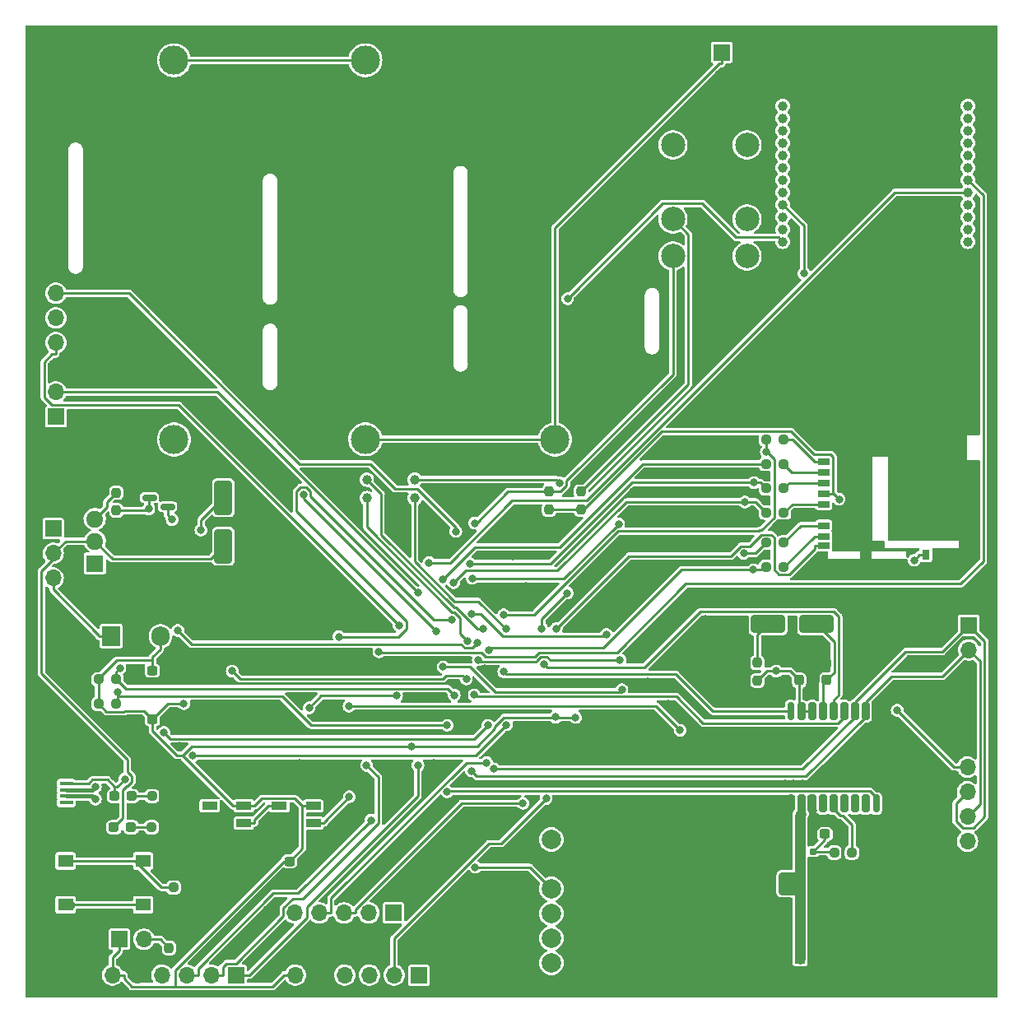
<source format=gbr>
%TF.GenerationSoftware,KiCad,Pcbnew,7.0.6*%
%TF.CreationDate,2024-04-23T23:12:49+09:00*%
%TF.ProjectId,balloon,62616c6c-6f6f-46e2-9e6b-696361645f70,rev?*%
%TF.SameCoordinates,Original*%
%TF.FileFunction,Copper,L1,Top*%
%TF.FilePolarity,Positive*%
%FSLAX46Y46*%
G04 Gerber Fmt 4.6, Leading zero omitted, Abs format (unit mm)*
G04 Created by KiCad (PCBNEW 7.0.6) date 2024-04-23 23:12:49*
%MOMM*%
%LPD*%
G01*
G04 APERTURE LIST*
G04 Aperture macros list*
%AMRoundRect*
0 Rectangle with rounded corners*
0 $1 Rounding radius*
0 $2 $3 $4 $5 $6 $7 $8 $9 X,Y pos of 4 corners*
0 Add a 4 corners polygon primitive as box body*
4,1,4,$2,$3,$4,$5,$6,$7,$8,$9,$2,$3,0*
0 Add four circle primitives for the rounded corners*
1,1,$1+$1,$2,$3*
1,1,$1+$1,$4,$5*
1,1,$1+$1,$6,$7*
1,1,$1+$1,$8,$9*
0 Add four rect primitives between the rounded corners*
20,1,$1+$1,$2,$3,$4,$5,0*
20,1,$1+$1,$4,$5,$6,$7,0*
20,1,$1+$1,$6,$7,$8,$9,0*
20,1,$1+$1,$8,$9,$2,$3,0*%
G04 Aperture macros list end*
%TA.AperFunction,SMDPad,CuDef*%
%ADD10R,1.550000X1.300000*%
%TD*%
%TA.AperFunction,ConnectorPad*%
%ADD11C,5.700000*%
%TD*%
%TA.AperFunction,ComponentPad*%
%ADD12C,3.600000*%
%TD*%
%TA.AperFunction,ComponentPad*%
%ADD13C,3.000000*%
%TD*%
%TA.AperFunction,ComponentPad*%
%ADD14R,1.700000X1.700000*%
%TD*%
%TA.AperFunction,ComponentPad*%
%ADD15O,1.700000X1.700000*%
%TD*%
%TA.AperFunction,SMDPad,CuDef*%
%ADD16RoundRect,0.237500X0.287500X0.237500X-0.287500X0.237500X-0.287500X-0.237500X0.287500X-0.237500X0*%
%TD*%
%TA.AperFunction,ComponentPad*%
%ADD17C,1.000000*%
%TD*%
%TA.AperFunction,SMDPad,CuDef*%
%ADD18R,1.200000X0.700000*%
%TD*%
%TA.AperFunction,SMDPad,CuDef*%
%ADD19R,0.800000X1.000000*%
%TD*%
%TA.AperFunction,SMDPad,CuDef*%
%ADD20R,1.200000X1.000000*%
%TD*%
%TA.AperFunction,SMDPad,CuDef*%
%ADD21R,2.800000X1.000000*%
%TD*%
%TA.AperFunction,SMDPad,CuDef*%
%ADD22R,1.900000X1.300000*%
%TD*%
%TA.AperFunction,SMDPad,CuDef*%
%ADD23RoundRect,0.150000X0.587500X0.150000X-0.587500X0.150000X-0.587500X-0.150000X0.587500X-0.150000X0*%
%TD*%
%TA.AperFunction,SMDPad,CuDef*%
%ADD24RoundRect,0.237500X-0.250000X-0.237500X0.250000X-0.237500X0.250000X0.237500X-0.250000X0.237500X0*%
%TD*%
%TA.AperFunction,SMDPad,CuDef*%
%ADD25RoundRect,0.250000X0.650000X-1.500000X0.650000X1.500000X-0.650000X1.500000X-0.650000X-1.500000X0*%
%TD*%
%TA.AperFunction,ComponentPad*%
%ADD26C,2.500000*%
%TD*%
%TA.AperFunction,SMDPad,CuDef*%
%ADD27RoundRect,0.237500X0.300000X0.237500X-0.300000X0.237500X-0.300000X-0.237500X0.300000X-0.237500X0*%
%TD*%
%TA.AperFunction,SMDPad,CuDef*%
%ADD28RoundRect,0.237500X0.237500X-0.250000X0.237500X0.250000X-0.237500X0.250000X-0.237500X-0.250000X0*%
%TD*%
%TA.AperFunction,SMDPad,CuDef*%
%ADD29RoundRect,0.175000X-0.175000X0.725000X-0.175000X-0.725000X0.175000X-0.725000X0.175000X0.725000X0*%
%TD*%
%TA.AperFunction,SMDPad,CuDef*%
%ADD30RoundRect,0.200000X-0.200000X0.700000X-0.200000X-0.700000X0.200000X-0.700000X0.200000X0.700000X0*%
%TD*%
%TA.AperFunction,SMDPad,CuDef*%
%ADD31RoundRect,0.160000X0.197500X0.160000X-0.197500X0.160000X-0.197500X-0.160000X0.197500X-0.160000X0*%
%TD*%
%TA.AperFunction,SMDPad,CuDef*%
%ADD32RoundRect,0.237500X-0.300000X-0.237500X0.300000X-0.237500X0.300000X0.237500X-0.300000X0.237500X0*%
%TD*%
%TA.AperFunction,SMDPad,CuDef*%
%ADD33R,1.600000X0.850000*%
%TD*%
%TA.AperFunction,SMDPad,CuDef*%
%ADD34RoundRect,0.237500X0.250000X0.237500X-0.250000X0.237500X-0.250000X-0.237500X0.250000X-0.237500X0*%
%TD*%
%TA.AperFunction,ComponentPad*%
%ADD35C,2.000000*%
%TD*%
%TA.AperFunction,SMDPad,CuDef*%
%ADD36RoundRect,0.250000X1.500000X0.650000X-1.500000X0.650000X-1.500000X-0.650000X1.500000X-0.650000X0*%
%TD*%
%TA.AperFunction,ComponentPad*%
%ADD37R,1.905000X2.000000*%
%TD*%
%TA.AperFunction,ComponentPad*%
%ADD38O,1.905000X2.000000*%
%TD*%
%TA.AperFunction,SMDPad,CuDef*%
%ADD39RoundRect,0.237500X0.237500X-0.300000X0.237500X0.300000X-0.237500X0.300000X-0.237500X-0.300000X0*%
%TD*%
%TA.AperFunction,SMDPad,CuDef*%
%ADD40RoundRect,0.237500X-0.237500X0.250000X-0.237500X-0.250000X0.237500X-0.250000X0.237500X0.250000X0*%
%TD*%
%TA.AperFunction,SMDPad,CuDef*%
%ADD41RoundRect,0.250000X-1.000000X-0.900000X1.000000X-0.900000X1.000000X0.900000X-1.000000X0.900000X0*%
%TD*%
%TA.AperFunction,SMDPad,CuDef*%
%ADD42R,1.380000X0.450000*%
%TD*%
%TA.AperFunction,SMDPad,CuDef*%
%ADD43R,1.300000X1.650000*%
%TD*%
%TA.AperFunction,SMDPad,CuDef*%
%ADD44R,1.550000X1.425000*%
%TD*%
%TA.AperFunction,SMDPad,CuDef*%
%ADD45R,1.900000X1.800000*%
%TD*%
%TA.AperFunction,SMDPad,CuDef*%
%ADD46R,1.900000X1.000000*%
%TD*%
%TA.AperFunction,ComponentPad*%
%ADD47R,1.800000X1.714500*%
%TD*%
%TA.AperFunction,ComponentPad*%
%ADD48O,1.800000X1.714500*%
%TD*%
%TA.AperFunction,SMDPad,CuDef*%
%ADD49R,1.000000X1.050000*%
%TD*%
%TA.AperFunction,SMDPad,CuDef*%
%ADD50R,1.050000X2.200000*%
%TD*%
%TA.AperFunction,ViaPad*%
%ADD51C,0.800000*%
%TD*%
%TA.AperFunction,Conductor*%
%ADD52C,0.450000*%
%TD*%
%TA.AperFunction,Conductor*%
%ADD53C,0.250000*%
%TD*%
%TA.AperFunction,Conductor*%
%ADD54C,1.075000*%
%TD*%
%TA.AperFunction,Conductor*%
%ADD55C,0.801400*%
%TD*%
G04 APERTURE END LIST*
D10*
%TO.P,SW1,1,1*%
%TO.N,Net-(R4-Pad1)*%
X28108000Y-131953000D03*
X36068000Y-131953000D03*
%TO.P,SW1,2,2*%
%TO.N,/NRST*%
X28108000Y-136453000D03*
X36068000Y-136453000D03*
%TD*%
D11*
%TO.P,H4,1,1*%
%TO.N,GND1*%
X119600000Y-141500000D03*
D12*
X119600000Y-141500000D03*
%TD*%
D11*
%TO.P,H3,1,1*%
%TO.N,GND1*%
X119600000Y-50000000D03*
D12*
X119600000Y-50000000D03*
%TD*%
D11*
%TO.P,H2,1,1*%
%TO.N,GND1*%
X27800000Y-141500000D03*
D12*
X27800000Y-141500000D03*
%TD*%
D11*
%TO.P,H1,1,1*%
%TO.N,GND1*%
X27800000Y-49900000D03*
D12*
X27800000Y-49900000D03*
%TD*%
D13*
%TO.P,BT1,1,+*%
%TO.N,Net-(BT1-+)*%
X39266800Y-88589600D03*
%TO.P,BT1,2,-*%
%TO.N,Net-(BT1--)*%
X39266800Y-49589600D03*
%TD*%
%TO.P,BT3,1,+*%
%TO.N,Net-(BT2--)*%
X78459000Y-88589600D03*
%TO.P,BT3,2,-*%
%TO.N,GND1*%
X78459000Y-49589600D03*
%TD*%
%TO.P,BT2,1,+*%
%TO.N,Net-(BT1--)*%
X58955000Y-49586400D03*
%TO.P,BT2,2,-*%
%TO.N,Net-(BT2--)*%
X58955000Y-88586400D03*
%TD*%
D14*
%TO.P,J11,1,Pin_1*%
%TO.N,GND1*%
X120904000Y-117221000D03*
D15*
%TO.P,J11,2,Pin_2*%
X120904000Y-119761000D03*
%TO.P,J11,3,Pin_3*%
%TO.N,/MAX-M10S/VIN*%
X120904000Y-122301000D03*
%TO.P,J11,4,Pin_4*%
%TO.N,/USART3_TX*%
X120904000Y-124841000D03*
%TO.P,J11,5,Pin_5*%
%TO.N,/USART3_RX*%
X120904000Y-127381000D03*
%TO.P,J11,6,Pin_6*%
%TO.N,unconnected-(J11-Pin_6-Pad6)*%
X120904000Y-129921000D03*
%TD*%
D14*
%TO.P,J10,1,Pin_1*%
%TO.N,/USART3_TX*%
X121031000Y-107696000D03*
D15*
%TO.P,J10,2,Pin_2*%
%TO.N,/USART3_RX*%
X121031000Y-110236000D03*
%TO.P,J10,3,Pin_3*%
%TO.N,GND1*%
X121031000Y-112776000D03*
%TD*%
D16*
%TO.P,D3,1,K*%
%TO.N,Net-(D3-K)*%
X34840900Y-128482500D03*
%TO.P,D3,2,A*%
%TO.N,Net-(D3-A)*%
X33090900Y-128482500D03*
%TD*%
D17*
%TO.P,Y2,1,1*%
%TO.N,/OSC32_OUT*%
X64040900Y-94632500D03*
%TO.P,Y2,2,2*%
%TO.N,/OSC32_IN*%
X64040900Y-92732500D03*
%TD*%
D18*
%TO.P,J6,1,DAT2*%
%TO.N,Net-(J6-DAT2)*%
X106110000Y-90855000D03*
%TO.P,J6,2,DAT3/CD*%
%TO.N,Net-(J6-DAT3{slash}CD)*%
X106110000Y-91955000D03*
%TO.P,J6,3,CMD*%
%TO.N,Net-(J6-CMD)*%
X106110000Y-93055000D03*
%TO.P,J6,4,VDD*%
%TO.N,/MAX-M10S/VIN*%
X106110000Y-94155000D03*
%TO.P,J6,5,CLK*%
%TO.N,Net-(J6-CLK)*%
X106110000Y-95255000D03*
%TO.P,J6,6,VSS*%
%TO.N,GND1*%
X106110000Y-96355000D03*
%TO.P,J6,7,DAT0*%
%TO.N,Net-(J6-DAT0)*%
X106110000Y-97455000D03*
%TO.P,J6,8,DAT1*%
%TO.N,Net-(J6-DAT1)*%
X106110000Y-98555000D03*
%TO.P,J6,9,DET_B*%
%TO.N,/SD_DET*%
X106110000Y-99505000D03*
D19*
%TO.P,J6,10,DET_A*%
%TO.N,Net-(J6-DET_A)*%
X116610000Y-100455000D03*
D20*
%TO.P,J6,11,SHIELD*%
%TO.N,GND1*%
X110410000Y-100455000D03*
D21*
X120760000Y-100455000D03*
D20*
X106110000Y-89305000D03*
D22*
X121210000Y-86955000D03*
%TD*%
D17*
%TO.P,Y1,1,1*%
%TO.N,/OSC_OUT*%
X59090900Y-94632500D03*
%TO.P,Y1,2,2*%
%TO.N,/OSC_IN*%
X59090900Y-92732500D03*
%TD*%
D23*
%TO.P,Q1,1,G*%
%TO.N,Net-(Q1-G)*%
X38615900Y-95532500D03*
%TO.P,Q1,2,S*%
%TO.N,GND1*%
X38615900Y-93632500D03*
%TO.P,Q1,3,D*%
%TO.N,Net-(Q1-D)*%
X36740900Y-94582500D03*
%TD*%
D24*
%TO.P,FB3,1*%
%TO.N,/SDMMC_CMD*%
X100187500Y-93620000D03*
%TO.P,FB3,2*%
%TO.N,Net-(J6-CMD)*%
X102012500Y-93620000D03*
%TD*%
D25*
%TO.P,D5,1,K*%
%TO.N,Net-(D3-A)*%
X44340900Y-99582500D03*
%TO.P,D5,2,A*%
%TO.N,/PowerSource/5VIN*%
X44340900Y-94582500D03*
%TD*%
D26*
%TO.P,U4,1,VIN*%
%TO.N,/MAX-M10S/VIN*%
X90600000Y-58300000D03*
%TO.P,U4,2,GND*%
%TO.N,GND1*%
X90600000Y-62110000D03*
%TO.P,U4,3,SDA/TX*%
%TO.N,/I2C1_SDA*%
X90600000Y-65920000D03*
%TO.P,U4,4,SCL/RX*%
%TO.N,/I2C1_SCL*%
X90600000Y-69730000D03*
%TO.P,U4,5,RESET_N*%
%TO.N,/BNO055_RESET*%
X98220000Y-69730000D03*
%TO.P,U4,6,INT*%
%TO.N,unconnected-(U4-INT-Pad6)*%
X98220000Y-65920000D03*
%TO.P,U4,7,GND*%
%TO.N,GND1*%
X98220000Y-62110000D03*
%TO.P,U4,8,VOUT*%
%TO.N,unconnected-(U4-VOUT-Pad8)*%
X98220000Y-58300000D03*
%TD*%
D17*
%TO.P,U6,1,GND*%
%TO.N,GND1*%
X120950000Y-69520000D03*
%TO.P,U6,2,RESET_N*%
%TO.N,/RM92A_RESET*%
X120950000Y-68250000D03*
%TO.P,U6,3,PC13*%
%TO.N,Net-(U6-PC13)*%
X120950000Y-66980000D03*
%TO.P,U6,4,NC*%
%TO.N,unconnected-(U6-NC-Pad4)*%
X120950000Y-65710000D03*
%TO.P,U6,5,PB7*%
%TO.N,Net-(U6-PB7)*%
X120950000Y-64440000D03*
%TO.P,U6,6,CTS*%
%TO.N,/USART1_RTS*%
X120950000Y-63170000D03*
%TO.P,U6,7,RTS*%
%TO.N,/USART1_CTS*%
X120950000Y-61900000D03*
%TO.P,U6,8,PA8*%
%TO.N,Net-(U6-PA8)*%
X120950000Y-60630000D03*
%TO.P,U6,9,BOOT0*%
%TO.N,Net-(U6-BOOT0)*%
X120950000Y-59360000D03*
%TO.P,U6,10,PB2*%
%TO.N,Net-(U6-PB2)*%
X120950000Y-58090000D03*
%TO.P,U6,11,SCL*%
%TO.N,Net-(U6-SCL)*%
X120950000Y-56820000D03*
%TO.P,U6,12,SDA*%
%TO.N,Net-(U6-SDA)*%
X120950000Y-55550000D03*
%TO.P,U6,13,TX*%
%TO.N,/USART1_RX*%
X120950000Y-54280000D03*
%TO.P,U6,14,VDDRF*%
%TO.N,/PowerSource/VCOMM*%
X101900000Y-54280000D03*
%TO.P,U6,15,VCC*%
X101900000Y-55550000D03*
%TO.P,U6,16,SPI_SS*%
%TO.N,Net-(U6-SPI_SS)*%
X101900000Y-56820000D03*
%TO.P,U6,17,SPI_SCK*%
%TO.N,Net-(U6-SPI_SCK)*%
X101900000Y-58090000D03*
%TO.P,U6,18,SPI_MISO*%
%TO.N,Net-(U6-SPI_MISO)*%
X101900000Y-59360000D03*
%TO.P,U6,19,SPI_MOSI*%
%TO.N,Net-(U6-SPI_MOSI)*%
X101900000Y-60630000D03*
%TO.P,U6,20,JNTRST*%
%TO.N,Net-(U6-JNTRST)*%
X101900000Y-61900000D03*
%TO.P,U6,21,JTDO*%
%TO.N,Net-(U6-JTDO)*%
X101900000Y-63170000D03*
%TO.P,U6,22,JTDI*%
%TO.N,Net-(U6-JTDI)*%
X101900000Y-64440000D03*
%TO.P,U6,23,JTMS/SWDIO*%
%TO.N,Net-(U6-JTMS{slash}SWDIO)*%
X101900000Y-65710000D03*
%TO.P,U6,24,JTCK/SWCLK*%
%TO.N,Net-(U6-JTCK{slash}SWCLK)*%
X101900000Y-66980000D03*
%TO.P,U6,25,RX*%
%TO.N,/USART1_TX*%
X101900000Y-68250000D03*
%TO.P,U6,26,GND*%
%TO.N,GND1*%
X101900000Y-69520000D03*
%TD*%
D27*
%TO.P,C18,1*%
%TO.N,+3V3*%
X37040900Y-117382500D03*
%TO.P,C18,2*%
%TO.N,GND1*%
X35315900Y-117382500D03*
%TD*%
D28*
%TO.P,R1,1*%
%TO.N,/MAX-M10S/VIN*%
X81140900Y-95795000D03*
%TO.P,R1,2*%
%TO.N,/I2C1_SDA*%
X81140900Y-93970000D03*
%TD*%
D14*
%TO.P,J4,1,Pin_1*%
%TO.N,+3V3*%
X33629600Y-140004800D03*
D15*
%TO.P,J4,2,Pin_2*%
%TO.N,/BOOT0*%
X36169600Y-140004800D03*
%TD*%
D24*
%TO.P,R4,1*%
%TO.N,Net-(R4-Pad1)*%
X39228400Y-134682500D03*
%TO.P,R4,2*%
%TO.N,GND1*%
X41053400Y-134682500D03*
%TD*%
D29*
%TO.P,U11,1,GND*%
%TO.N,GND1*%
X111500000Y-116550000D03*
D30*
%TO.P,U11,2,TXD*%
%TO.N,/USART3_RX*%
X110400000Y-116550000D03*
%TO.P,U11,3,RXD*%
%TO.N,/USART3_TX*%
X109300000Y-116550000D03*
%TO.P,U11,4,TIMEPULSE*%
%TO.N,/LPTIM1_IN*%
X108200000Y-116550000D03*
%TO.P,U11,5,EXTINT*%
%TO.N,/GPS_INT*%
X107100000Y-116550000D03*
%TO.P,U11,6,V_BCKP*%
%TO.N,/MAX-M10S/VBKUP*%
X106000000Y-116550000D03*
%TO.P,U11,7,VCC_IO*%
%TO.N,/MAX-M10S/VIN*%
X104900000Y-116550000D03*
%TO.P,U11,8,VCC*%
X103800000Y-116550000D03*
D29*
%TO.P,U11,9,~{RESET}*%
%TO.N,/GPS_RESET*%
X102700000Y-116550000D03*
%TO.P,U11,10,GND*%
%TO.N,GND1*%
X102700000Y-126050000D03*
D30*
%TO.P,U11,11,RF_IN*%
%TO.N,Net-(D6-A2)*%
X103800000Y-126050000D03*
%TO.P,U11,12,GND*%
%TO.N,GND1*%
X104900000Y-126050000D03*
%TO.P,U11,13,LNA_EN*%
%TO.N,unconnected-(U11-LNA_EN-Pad13)*%
X106000000Y-126050000D03*
%TO.P,U11,14,VCC_RF*%
%TO.N,Net-(U11-VCC_RF)*%
X107100000Y-126050000D03*
%TO.P,U11,15,VIO_SEL*%
%TO.N,unconnected-(U11-VIO_SEL-Pad15)*%
X108200000Y-126050000D03*
%TO.P,U11,16,SDA*%
%TO.N,unconnected-(U11-SDA-Pad16)*%
X109300000Y-126050000D03*
%TO.P,U11,17,SCL*%
%TO.N,unconnected-(U11-SCL-Pad17)*%
X110400000Y-126050000D03*
D29*
%TO.P,U11,18,~{SAFEBOOT}*%
%TO.N,/GPS_SAFE*%
X111500000Y-126050000D03*
%TD*%
D14*
%TO.P,J7,1,Pin_1*%
%TO.N,/SPI2_NSS*%
X45640000Y-143700000D03*
D15*
%TO.P,J7,2,Pin_2*%
%TO.N,/SPI2_MOSI*%
X43100000Y-143700000D03*
%TO.P,J7,3,Pin_3*%
%TO.N,/SPI2_MISO*%
X40560000Y-143700000D03*
%TO.P,J7,4,Pin_4*%
%TO.N,/SPI2_SCK*%
X38020000Y-143700000D03*
%TO.P,J7,5,Pin_5*%
%TO.N,GND1*%
X35480000Y-143700000D03*
%TO.P,J7,6,Pin_6*%
%TO.N,+3V3*%
X32940000Y-143700000D03*
%TD*%
D24*
%TO.P,R32,1*%
%TO.N,Net-(D4-K)*%
X37003400Y-125282500D03*
%TO.P,R32,2*%
%TO.N,GND1*%
X38828400Y-125282500D03*
%TD*%
D14*
%TO.P,J8,1,Pin_1*%
%TO.N,Net-(BT2--)*%
X95631000Y-48768000D03*
D15*
%TO.P,J8,2,Pin_2*%
%TO.N,GND1*%
X95631000Y-51308000D03*
%TD*%
D31*
%TO.P,L1,1,1*%
%TO.N,Net-(C21-Pad1)*%
X104997500Y-131000000D03*
%TO.P,L1,2,2*%
%TO.N,Net-(D6-A2)*%
X103802500Y-131000000D03*
%TD*%
D32*
%TO.P,C21,1*%
%TO.N,Net-(C21-Pad1)*%
X106237500Y-129200000D03*
%TO.P,C21,2*%
%TO.N,GND1*%
X107962500Y-129200000D03*
%TD*%
D24*
%TO.P,R31,1*%
%TO.N,Net-(D3-K)*%
X36953400Y-128482500D03*
%TO.P,R31,2*%
%TO.N,GND1*%
X38778400Y-128482500D03*
%TD*%
D33*
%TO.P,D2,1,DOUT*%
%TO.N,unconnected-(D2-DOUT-Pad1)*%
X42940900Y-126282500D03*
%TO.P,D2,2,VSS*%
%TO.N,GND1*%
X42940900Y-128032500D03*
%TO.P,D2,3,DIN*%
%TO.N,Net-(D1-DOUT)*%
X46440900Y-128032500D03*
%TO.P,D2,4,VDD*%
%TO.N,+3V3*%
X46440900Y-126282500D03*
%TD*%
D24*
%TO.P,FB5,1*%
%TO.N,/SDMMC_D0*%
X100187500Y-99190000D03*
%TO.P,FB5,2*%
%TO.N,Net-(J6-DAT0)*%
X102012500Y-99190000D03*
%TD*%
D34*
%TO.P,R35,1*%
%TO.N,Net-(U11-VCC_RF)*%
X109012500Y-131100000D03*
%TO.P,R35,2*%
%TO.N,Net-(C21-Pad1)*%
X107187500Y-131100000D03*
%TD*%
D33*
%TO.P,D1,1,DOUT*%
%TO.N,Net-(D1-DOUT)*%
X50090900Y-126307500D03*
%TO.P,D1,2,VSS*%
%TO.N,GND1*%
X50090900Y-128057500D03*
%TO.P,D1,3,DIN*%
%TO.N,/LED_OUT*%
X53590900Y-128057500D03*
%TO.P,D1,4,VDD*%
%TO.N,+3V3*%
X53590900Y-126307500D03*
%TD*%
D24*
%TO.P,FB1,1*%
%TO.N,/SDMMC_D2*%
X100187500Y-88600000D03*
%TO.P,FB1,2*%
%TO.N,Net-(J6-DAT2)*%
X102012500Y-88600000D03*
%TD*%
D14*
%TO.P,SW2,1,A*%
%TO.N,unconnected-(SW2-A-Pad1)*%
X26840900Y-97782500D03*
D15*
%TO.P,SW2,2,B*%
%TO.N,Net-(D3-A)*%
X26840900Y-100322500D03*
%TO.P,SW2,3,C*%
%TO.N,/PowerSource/VIN*%
X26840900Y-102862500D03*
%TD*%
D24*
%TO.P,FB6,1*%
%TO.N,/SDMMC_D1*%
X100187500Y-101700000D03*
%TO.P,FB6,2*%
%TO.N,Net-(J6-DAT1)*%
X102012500Y-101700000D03*
%TD*%
D35*
%TO.P,U3,1,VDD*%
%TO.N,/MAX-M10S/VIN*%
X78090000Y-129750000D03*
%TO.P,U3,2,GND*%
%TO.N,GND1*%
X78090000Y-132290000D03*
%TO.P,U3,3,CSB/VDD*%
%TO.N,/SPI1_SS*%
X78090000Y-134830000D03*
%TO.P,U3,4,MOSI/SDA*%
%TO.N,/SPI1_MOSI*%
X78090000Y-137370000D03*
%TO.P,U3,5,MISO/GND*%
%TO.N,/SPI1_MISO*%
X78090000Y-139910000D03*
%TO.P,U3,6,SCK/SCL*%
%TO.N,/SPI1_CLK*%
X78090000Y-142450000D03*
%TD*%
D24*
%TO.P,FB4,1*%
%TO.N,/SDMMC_CLK*%
X100187500Y-96130000D03*
%TO.P,FB4,2*%
%TO.N,Net-(J6-CLK)*%
X102012500Y-96130000D03*
%TD*%
D36*
%TO.P,D7,1,K*%
%TO.N,/MAX-M10S/VBKUP*%
X105380000Y-107600000D03*
%TO.P,D7,2,A*%
%TO.N,Net-(D7-A)*%
X100380000Y-107600000D03*
%TD*%
D37*
%TO.P,U7,1,VI*%
%TO.N,/PowerSource/VIN*%
X32800900Y-108827500D03*
D38*
%TO.P,U7,2,GND*%
%TO.N,GND1*%
X35340900Y-108827500D03*
%TO.P,U7,3,VO*%
%TO.N,+3V3*%
X37880900Y-108827500D03*
%TD*%
D14*
%TO.P,J2,1,Pin_1*%
%TO.N,/PB2*%
X61850000Y-137300000D03*
D15*
%TO.P,J2,2,Pin_2*%
%TO.N,/PB7*%
X59310000Y-137300000D03*
%TO.P,J2,3,Pin_3*%
%TO.N,/PA0*%
X56770000Y-137300000D03*
%TO.P,J2,4,Pin_4*%
%TO.N,/PA7*%
X54230000Y-137300000D03*
%TO.P,J2,5,Pin_5*%
%TO.N,/PB0*%
X51690000Y-137300000D03*
%TO.P,J2,6,Pin_6*%
%TO.N,GND1*%
X49150000Y-137300000D03*
%TD*%
D24*
%TO.P,R33,1*%
%TO.N,+3V3*%
X31515900Y-113282500D03*
%TO.P,R33,2*%
%TO.N,/I2C2_SCL*%
X33340900Y-113282500D03*
%TD*%
D39*
%TO.P,C22,1*%
%TO.N,/MAX-M10S/VIN*%
X103580000Y-113362500D03*
%TO.P,C22,2*%
%TO.N,GND1*%
X103580000Y-111637500D03*
%TD*%
D32*
%TO.P,C2,1*%
%TO.N,+3V3*%
X51137500Y-132000000D03*
%TO.P,C2,2*%
%TO.N,GND1*%
X52862500Y-132000000D03*
%TD*%
D27*
%TO.P,C20,1*%
%TO.N,+3V3*%
X37040900Y-112362500D03*
%TO.P,C20,2*%
%TO.N,GND1*%
X35315900Y-112362500D03*
%TD*%
D16*
%TO.P,D4,1,K*%
%TO.N,Net-(D4-K)*%
X34890900Y-125282500D03*
%TO.P,D4,2,A*%
%TO.N,/PowerSource/5VIN*%
X33140900Y-125282500D03*
%TD*%
D14*
%TO.P,J3,1,Pin_1*%
%TO.N,/I2C3_SDA*%
X64440000Y-143700000D03*
D15*
%TO.P,J3,2,Pin_2*%
%TO.N,/I2C3_SCL*%
X61900000Y-143700000D03*
%TO.P,J3,3,Pin_3*%
%TO.N,unconnected-(J3-Pin_3-Pad3)*%
X59360000Y-143700000D03*
%TO.P,J3,4,Pin_4*%
%TO.N,unconnected-(J3-Pin_4-Pad4)*%
X56820000Y-143700000D03*
%TO.P,J3,5,Pin_5*%
%TO.N,GND1*%
X54280000Y-143700000D03*
%TO.P,J3,6,Pin_6*%
%TO.N,+3V3*%
X51740000Y-143700000D03*
%TD*%
D40*
%TO.P,R36,1*%
%TO.N,Net-(D7-A)*%
X99280000Y-111587500D03*
%TO.P,R36,2*%
%TO.N,/MAX-M10S/VIN*%
X99280000Y-113412500D03*
%TD*%
D41*
%TO.P,D6,1,A1*%
%TO.N,GND1*%
X98450000Y-134300000D03*
%TO.P,D6,2,A2*%
%TO.N,Net-(D6-A2)*%
X102750000Y-134300000D03*
%TD*%
D28*
%TO.P,R3,1*%
%TO.N,/BOOT0*%
X38760400Y-140917300D03*
%TO.P,R3,2*%
%TO.N,GND1*%
X38760400Y-139092300D03*
%TD*%
D42*
%TO.P,J1,1,VBUS*%
%TO.N,/PowerSource/5VIN*%
X28187000Y-123995000D03*
%TO.P,J1,2,D-*%
%TO.N,/USBD-*%
X28187000Y-124645000D03*
%TO.P,J1,3,D+*%
%TO.N,/USBD+*%
X28187000Y-125295000D03*
%TO.P,J1,4,ID*%
%TO.N,unconnected-(J1-ID-Pad4)*%
X28187000Y-125945000D03*
%TO.P,J1,5,GND*%
%TO.N,GND1*%
X28187000Y-126595000D03*
D43*
%TO.P,J1,6,Shield*%
X25527000Y-121920000D03*
D44*
X28102000Y-122807500D03*
D45*
X25527000Y-124145000D03*
D46*
X25527000Y-126845000D03*
D44*
X28102000Y-127782500D03*
D43*
X25527000Y-128670000D03*
%TD*%
D24*
%TO.P,FB2,1*%
%TO.N,/SDMMC_D3*%
X100187500Y-91110000D03*
%TO.P,FB2,2*%
%TO.N,Net-(J6-DAT3{slash}CD)*%
X102012500Y-91110000D03*
%TD*%
D14*
%TO.P,J5,1,Pin_1*%
%TO.N,+3.3V*%
X27100000Y-86260000D03*
D15*
%TO.P,J5,2,Pin_2*%
%TO.N,/SWCLK*%
X27100000Y-83720000D03*
%TO.P,J5,3,Pin_3*%
%TO.N,GND1*%
X27100000Y-81180000D03*
%TO.P,J5,4,Pin_4*%
%TO.N,/SWDIO*%
X27100000Y-78640000D03*
%TO.P,J5,5,Pin_5*%
%TO.N,/NRST*%
X27100000Y-76100000D03*
%TO.P,J5,6,Pin_6*%
%TO.N,/SWO*%
X27100000Y-73560000D03*
%TD*%
D40*
%TO.P,R28,1*%
%TO.N,Net-(BT1-+)*%
X33340900Y-94070000D03*
%TO.P,R28,2*%
%TO.N,Net-(Q1-D)*%
X33340900Y-95895000D03*
%TD*%
D47*
%TO.P,Q2,1,G*%
%TO.N,Net-(Q2-G)*%
X31115000Y-101346000D03*
D48*
%TO.P,Q2,2,D*%
%TO.N,Net-(D3-A)*%
X31115000Y-99060000D03*
%TO.P,Q2,3,S*%
%TO.N,Net-(BT1-+)*%
X31115000Y-96774000D03*
%TD*%
D49*
%TO.P,J9,1,In*%
%TO.N,Net-(D6-A2)*%
X103660000Y-141990000D03*
D50*
%TO.P,J9,2,Ext*%
%TO.N,GND1*%
X102185000Y-140465000D03*
X105135000Y-140465000D03*
%TD*%
D28*
%TO.P,R2,1*%
%TO.N,/MAX-M10S/VIN*%
X77840900Y-95795000D03*
%TO.P,R2,2*%
%TO.N,/I2C1_SCL*%
X77840900Y-93970000D03*
%TD*%
D24*
%TO.P,R34,1*%
%TO.N,+3V3*%
X31515900Y-115792500D03*
%TO.P,R34,2*%
%TO.N,/I2C2_SDA*%
X33340900Y-115792500D03*
%TD*%
D39*
%TO.P,C23,1*%
%TO.N,/MAX-M10S/VBKUP*%
X106380000Y-113362500D03*
%TO.P,C23,2*%
%TO.N,GND1*%
X106380000Y-111637500D03*
%TD*%
D51*
%TO.N,/USBD+*%
X31175000Y-125605000D03*
%TO.N,/USBD-*%
X31175000Y-124335000D03*
%TO.N,/NRST*%
X28702000Y-136525000D03*
%TO.N,GND1*%
X120523000Y-104775000D03*
X119634000Y-102362000D03*
X120904000Y-95123000D03*
X121412000Y-97663000D03*
X92964000Y-50546000D03*
X94234000Y-53086000D03*
X96139000Y-54356000D03*
X93218000Y-65278000D03*
X90551000Y-99568000D03*
X90297000Y-101727000D03*
X98171000Y-96647000D03*
X86233000Y-96774000D03*
X104394000Y-96266000D03*
X102489000Y-97409000D03*
X93345000Y-74295000D03*
X93667153Y-78300153D03*
%TO.N,/MAX-M10S/VIN*%
X103800000Y-116550000D03*
X113665000Y-116459000D03*
%TO.N,GND1*%
X93900000Y-107100000D03*
X33400000Y-137600000D03*
X68400000Y-143200000D03*
X88200000Y-116900000D03*
X65500000Y-137500000D03*
X109100000Y-69700000D03*
X41400000Y-137700000D03*
X101600000Y-125700000D03*
X43100000Y-84800000D03*
X82700000Y-125700000D03*
X43600000Y-118000000D03*
X46500000Y-122100000D03*
X81600000Y-92000000D03*
X97500000Y-86600000D03*
X101600000Y-138700000D03*
X67200000Y-129000000D03*
X95200000Y-115800000D03*
X106200000Y-81800000D03*
X44100000Y-129500000D03*
X102200000Y-140500000D03*
X73883653Y-98083653D03*
X102400000Y-114800000D03*
X39281068Y-106149571D03*
X101900000Y-71400000D03*
X101700000Y-142700000D03*
X60800000Y-122300000D03*
X60900000Y-107900000D03*
X44600000Y-107200000D03*
X73000000Y-93500000D03*
X100700000Y-110100000D03*
X63200000Y-96500000D03*
X53800000Y-110900000D03*
X104700000Y-143200000D03*
X88000000Y-113500000D03*
X106500000Y-139700000D03*
X24700000Y-113400000D03*
X99100000Y-115100000D03*
X63300000Y-125000000D03*
X49600000Y-139800000D03*
X73580851Y-113619149D03*
X65100000Y-140300000D03*
X80500000Y-97000000D03*
X71351787Y-94451830D03*
X50900000Y-110600000D03*
X101000000Y-139400000D03*
X104900000Y-138000000D03*
X26500000Y-112400000D03*
X120700000Y-81900000D03*
X46600000Y-111000000D03*
X103000000Y-75600000D03*
X114600000Y-104500000D03*
X82900000Y-107700000D03*
X57200000Y-110600000D03*
X103262492Y-110543878D03*
X86512653Y-93912653D03*
X76835000Y-86614000D03*
X102400000Y-137200000D03*
X106000000Y-138800000D03*
X86300000Y-105300000D03*
X88400000Y-68700000D03*
X113300000Y-61700000D03*
X76000000Y-91900000D03*
X100600000Y-125800000D03*
X50000000Y-107100000D03*
X100800000Y-134200000D03*
X33400000Y-135500000D03*
X54000000Y-116900000D03*
X66500000Y-93700000D03*
X102500000Y-118800000D03*
X82800000Y-131300000D03*
X89800000Y-78000000D03*
X78200000Y-121400000D03*
X98200000Y-110000000D03*
X105900000Y-127600000D03*
X83000000Y-102400000D03*
X103000000Y-124000000D03*
X44500000Y-91900000D03*
X74200000Y-87400000D03*
X44300000Y-124100000D03*
X59100000Y-112400000D03*
X72300000Y-131700000D03*
X102300000Y-131600000D03*
X30800000Y-82800000D03*
X101200000Y-132400000D03*
X100800000Y-133300000D03*
X74600000Y-89500000D03*
X61500000Y-97800000D03*
X34100000Y-74600000D03*
X78800000Y-125800000D03*
X66800000Y-115000000D03*
X87700000Y-92100000D03*
X35100000Y-72800000D03*
X66700000Y-97600000D03*
X105000000Y-126800000D03*
X89000000Y-111900000D03*
X85600000Y-121700000D03*
X104900000Y-133400000D03*
X49700000Y-134300000D03*
X46200000Y-125200000D03*
X105900000Y-132300000D03*
X28400000Y-117000000D03*
X39200000Y-86000000D03*
X101000000Y-142100000D03*
X29100000Y-104500000D03*
X93200000Y-105400000D03*
X104900000Y-138900000D03*
X109000000Y-99700000D03*
X74100000Y-100600000D03*
X39700000Y-136900000D03*
X44700000Y-141500000D03*
X104900000Y-135200000D03*
X30600000Y-130800000D03*
X102300000Y-127800000D03*
X72300000Y-133600000D03*
X43600000Y-113300000D03*
X110000000Y-94200000D03*
X86900000Y-101700000D03*
X28500000Y-112500000D03*
X114200000Y-91500000D03*
X111500000Y-111700000D03*
X101000000Y-141200000D03*
X69900000Y-130400000D03*
X67400000Y-100300000D03*
X83300000Y-133500000D03*
X94500000Y-125800000D03*
X72000000Y-129000000D03*
X100700000Y-135300000D03*
X105700000Y-142500000D03*
X51500000Y-117700000D03*
X100700000Y-104400000D03*
X105900000Y-104600000D03*
X70000000Y-126900000D03*
X30700000Y-86100000D03*
X104900000Y-129800000D03*
X34300000Y-92400000D03*
X103300000Y-121600000D03*
X87200000Y-80300000D03*
X48200000Y-105200000D03*
X102300000Y-128800000D03*
X95200000Y-99100000D03*
X26400000Y-135100000D03*
X108400000Y-66700000D03*
X66000000Y-121900000D03*
X40600000Y-133000000D03*
X57400000Y-127000000D03*
X36703000Y-130175000D03*
X63000000Y-140300000D03*
X55200000Y-101900000D03*
X68200000Y-113700000D03*
X88500000Y-90200000D03*
X114400000Y-112100000D03*
X106400000Y-140700000D03*
X101400000Y-136100000D03*
X80600000Y-103500000D03*
X46800000Y-117800000D03*
X38600000Y-130900000D03*
X62600000Y-122300000D03*
X38525000Y-132500000D03*
X97500000Y-88600000D03*
X82800000Y-119700000D03*
X52300000Y-115700000D03*
X102400000Y-139000000D03*
X34300000Y-97500000D03*
X102300000Y-129800000D03*
X105000000Y-128800000D03*
X65000000Y-96600000D03*
X75500000Y-103700000D03*
X110300000Y-118800000D03*
X36500000Y-135100000D03*
X89900000Y-88700000D03*
X47600000Y-138700000D03*
X101300000Y-73700000D03*
X44500000Y-82000000D03*
X36200000Y-118500000D03*
X82900000Y-117400000D03*
X62400000Y-89900000D03*
X31400000Y-120400000D03*
X104900000Y-136200000D03*
X82600000Y-126700000D03*
X41841206Y-107312886D03*
X102400000Y-136300000D03*
X52200000Y-121900000D03*
X61300000Y-134900000D03*
X105000000Y-127800000D03*
X104900000Y-114500000D03*
X51500000Y-130300000D03*
X66800000Y-142000000D03*
X86500000Y-99200000D03*
X53300000Y-100100000D03*
X93400000Y-63500000D03*
X42300000Y-82800000D03*
X80400000Y-107900000D03*
X43100000Y-133000000D03*
X68300000Y-130800000D03*
X40600000Y-123100000D03*
X104900000Y-132400000D03*
X91200000Y-82300000D03*
X105200000Y-123800000D03*
X73200000Y-91600000D03*
X32400000Y-126900000D03*
X108700000Y-114400000D03*
X86900000Y-60700000D03*
X103700000Y-143200000D03*
X91400000Y-86800000D03*
X101100000Y-51300000D03*
X102300000Y-130700000D03*
X49000000Y-116000000D03*
X53200000Y-91900000D03*
X109400000Y-82600000D03*
X96700000Y-94100000D03*
X109400000Y-106400000D03*
X64000000Y-136100000D03*
X102100000Y-124000000D03*
X43312653Y-108387347D03*
X41300000Y-85100000D03*
X103900000Y-124000000D03*
X43700000Y-105500000D03*
X104900000Y-134300000D03*
X102700000Y-104300000D03*
X106400000Y-68400000D03*
X50900000Y-94500000D03*
X45500000Y-108700000D03*
X48200000Y-108800000D03*
X106400000Y-141700000D03*
X77200000Y-65800000D03*
X65100000Y-100200000D03*
X63300000Y-129800000D03*
X30700000Y-132900000D03*
X114500000Y-109300000D03*
X77600000Y-126900000D03*
X106600000Y-118600000D03*
X61200000Y-139400000D03*
X46200000Y-129400000D03*
X34300000Y-99800000D03*
X42300000Y-122000000D03*
X90100000Y-115800000D03*
X52200000Y-124300000D03*
X104100000Y-102500000D03*
X52800000Y-89800000D03*
X38900000Y-99700000D03*
X61200000Y-127200000D03*
X65200000Y-124600000D03*
X113800000Y-64300000D03*
X104900000Y-137100000D03*
X73500000Y-131700000D03*
X35600000Y-126900000D03*
X114500000Y-93900000D03*
X118700000Y-81800000D03*
X28500000Y-108300000D03*
X105100000Y-140500000D03*
X65200000Y-134000000D03*
X40300000Y-117300000D03*
X83100000Y-106100000D03*
X84100000Y-100100000D03*
X49700000Y-129700000D03*
X74100000Y-77900000D03*
X85700000Y-125800000D03*
X53700000Y-129300000D03*
X102400000Y-138100000D03*
X101000000Y-140300000D03*
X78400000Y-118700000D03*
X78700000Y-127900000D03*
X44300000Y-122000000D03*
X100700000Y-54500000D03*
X102600000Y-143200000D03*
X36700000Y-120400000D03*
X39800000Y-120125000D03*
X38800000Y-101900000D03*
X75200000Y-129300000D03*
X80010000Y-86614000D03*
X72200000Y-127000000D03*
X59200000Y-134400000D03*
X87000000Y-65200000D03*
X75500000Y-136700000D03*
X76700000Y-81300000D03*
X28500000Y-134400000D03*
X42500000Y-116400000D03*
X79500000Y-67200000D03*
X65300000Y-87200000D03*
X47900000Y-141700000D03*
X71278033Y-112157510D03*
X37400000Y-92100000D03*
X85400000Y-116800000D03*
X102400000Y-126700000D03*
X92700000Y-60700000D03*
X30800000Y-106000000D03*
X102300000Y-132500000D03*
X97000000Y-92000000D03*
X45600000Y-133400000D03*
X94500000Y-121600000D03*
X74100000Y-135000000D03*
X45700000Y-115800000D03*
X33300000Y-122200000D03*
X78500000Y-98500000D03*
X108100000Y-101700000D03*
X107600000Y-104600000D03*
X33700000Y-119100000D03*
X84200000Y-103600000D03*
X26800000Y-105500000D03*
X74400000Y-103800000D03*
X111000000Y-108100000D03*
X56900000Y-135600000D03*
X43800000Y-110500000D03*
X113600000Y-114000000D03*
X70100000Y-124000000D03*
X49400000Y-96500000D03*
X74600000Y-121400000D03*
X80900000Y-125800000D03*
X85800000Y-133800000D03*
X61200000Y-116900000D03*
%TO.N,+3V3*%
X63738800Y-120168300D03*
X40290900Y-115785500D03*
X80580800Y-117203700D03*
X78519600Y-117175600D03*
%TO.N,/OSC_IN*%
X71030000Y-108073200D03*
%TO.N,/OSC_OUT*%
X69477000Y-109321200D03*
%TO.N,/OSC32_IN*%
X78912703Y-93054603D03*
X79737500Y-104397500D03*
X77102500Y-108038400D03*
%TO.N,/OSC32_OUT*%
X73415400Y-108115800D03*
%TO.N,/NRST*%
X70502000Y-109523900D03*
X39662350Y-108237650D03*
%TO.N,/LED_OUT*%
X57307300Y-125355200D03*
%TO.N,/PowerSource/5VIN*%
X34209300Y-123536000D03*
X42043200Y-97926200D03*
%TO.N,/SDMMC_D2*%
X73185200Y-106646000D03*
X100211600Y-89855000D03*
%TO.N,/SDMMC_D3*%
X66912700Y-103002400D03*
%TO.N,/SDMMC_CMD*%
X98938200Y-93034700D03*
X69710900Y-101373000D03*
%TO.N,/SDMMC_CLK*%
X68045361Y-103325472D03*
X98011600Y-95031500D03*
%TO.N,/SDMMC_D0*%
X97880600Y-100313400D03*
X70575000Y-111261100D03*
X85157000Y-111261100D03*
%TO.N,/SDMMC_D1*%
X71682800Y-110241400D03*
X98877400Y-102008800D03*
%TO.N,/PB7*%
X67832900Y-107129300D03*
X56221400Y-108890600D03*
%TO.N,/I2C3_SCL*%
X77550400Y-125542500D03*
%TO.N,/SPI2_NSS*%
X64366000Y-122116400D03*
%TO.N,/SPI2_MOSI*%
X59075500Y-122116400D03*
%TO.N,/PA0*%
X75172100Y-126027000D03*
%TO.N,/PA7*%
X71435700Y-121850600D03*
%TO.N,/SWCLK*%
X64347100Y-104381200D03*
%TO.N,/SWDIO*%
X62408300Y-107724600D03*
%TO.N,/SWO*%
X68267200Y-98065600D03*
%TO.N,/SD_DET*%
X78590000Y-108054100D03*
%TO.N,Net-(J6-DET_A)*%
X115410000Y-101029600D03*
%TO.N,Net-(Q1-G)*%
X39070500Y-96837800D03*
%TO.N,Net-(Q1-D)*%
X36669800Y-95740000D03*
%TO.N,/I2C1_SCL*%
X70200000Y-97200000D03*
%TO.N,Net-(U6-JTDI)*%
X104052200Y-71512700D03*
%TO.N,/USART2_RX*%
X41211500Y-121131200D03*
X73470000Y-117955100D03*
%TO.N,/LPTIM1_IN*%
X70160478Y-114885783D03*
%TO.N,/GPS_RESET*%
X73200000Y-112500000D03*
%TO.N,/GPS_SAFE*%
X67375500Y-124859800D03*
%TO.N,/GPS_INT*%
X77325992Y-111686202D03*
%TO.N,/MAX-M10S/VIN*%
X101219000Y-112431000D03*
X107696000Y-94741996D03*
%TO.N,/USART3_RX*%
X69876700Y-122706500D03*
%TO.N,/USART3_TX*%
X72197200Y-122503900D03*
%TO.N,/SPI1_SS*%
X70261000Y-132611300D03*
%TO.N,/SPI1_MOSI*%
X69902700Y-106511900D03*
X83757200Y-108658100D03*
%TO.N,/SPI1_MISO*%
X69945361Y-102879386D03*
X85016200Y-97294900D03*
%TO.N,/CTRL_SENSE*%
X71556300Y-118020800D03*
X38229300Y-118737500D03*
%TO.N,/CTRL_COMM*%
X69333400Y-113243400D03*
X45246300Y-112436000D03*
%TO.N,/I2C2_SCL*%
X68100000Y-114900000D03*
X33703000Y-112110700D03*
%TO.N,/I2C2_SDA*%
X67375000Y-118003740D03*
X33439400Y-114609100D03*
%TO.N,/USART1_TX*%
X52592400Y-94237900D03*
X79755700Y-74113900D03*
X66237200Y-108365800D03*
%TO.N,/USART1_RX*%
X91343300Y-118520300D03*
X57270700Y-116036700D03*
%TO.N,/USART1_CTS*%
X60354000Y-110449100D03*
%TO.N,/USART1_RTS*%
X65495300Y-101278900D03*
%TO.N,/SPI2_MISO*%
X59520200Y-127765600D03*
%TO.N,/SPI2_SCK*%
X62169400Y-114973700D03*
X53167400Y-116219300D03*
%TO.N,/RM92A_RESET*%
X66944881Y-111996254D03*
X85351800Y-114333700D03*
%TD*%
D52*
%TO.N,/USBD+*%
X30865000Y-125295000D02*
X31175000Y-125605000D01*
X28187000Y-125295000D02*
X30865000Y-125295000D01*
%TO.N,/USBD-*%
X30865000Y-124645000D02*
X31175000Y-124335000D01*
X28187000Y-124645000D02*
X30865000Y-124645000D01*
D53*
%TO.N,/PowerSource/5VIN*%
X30489695Y-123995000D02*
X28187000Y-123995000D01*
X32431000Y-123610000D02*
X30874695Y-123610000D01*
X33140900Y-124319900D02*
X32431000Y-123610000D01*
X30874695Y-123610000D02*
X30489695Y-123995000D01*
%TO.N,/MAX-M10S/VIN*%
X107089800Y-94155000D02*
X107109004Y-94155000D01*
X107109004Y-94155000D02*
X107696000Y-94741996D01*
%TO.N,/I2C1_SCL*%
X90600000Y-81884611D02*
X90600000Y-69730000D01*
X79637703Y-92846908D02*
X90600000Y-81884611D01*
X79637703Y-93354908D02*
X79637703Y-92846908D01*
X79022611Y-93970000D02*
X79637703Y-93354908D01*
X77840900Y-93970000D02*
X79022611Y-93970000D01*
%TO.N,/OSC32_IN*%
X78590600Y-92732500D02*
X78912703Y-93054603D01*
X64040900Y-92732500D02*
X78590600Y-92732500D01*
%TO.N,/MAX-M10S/VIN*%
X101718300Y-112431000D02*
X101219000Y-112431000D01*
%TO.N,/USART3_TX*%
X122656000Y-109321000D02*
X121031000Y-107696000D01*
X122656000Y-127407000D02*
X122656000Y-109321000D01*
X121507000Y-128556000D02*
X122656000Y-127407000D01*
X120417299Y-128556000D02*
X121507000Y-128556000D01*
X119729000Y-127867701D02*
X120417299Y-128556000D01*
X120904000Y-124841000D02*
X119729000Y-126016000D01*
X119729000Y-126016000D02*
X119729000Y-127867701D01*
%TO.N,/USART3_RX*%
X122206000Y-111411000D02*
X121031000Y-110236000D01*
X122206000Y-126079000D02*
X122206000Y-111411000D01*
X120904000Y-127381000D02*
X122206000Y-126079000D01*
%TO.N,/MAX-M10S/VIN*%
X119507000Y-122301000D02*
X113665000Y-116459000D01*
X120904000Y-122301000D02*
X119507000Y-122301000D01*
%TO.N,/USART3_RX*%
X118307000Y-112960000D02*
X121031000Y-110236000D01*
X113090000Y-112960000D02*
X118307000Y-112960000D01*
X110400000Y-115650000D02*
X113090000Y-112960000D01*
X110400000Y-116550000D02*
X110400000Y-115650000D01*
%TO.N,/USART3_TX*%
X109300000Y-115650000D02*
X109300000Y-116550000D01*
X114530000Y-110420000D02*
X109300000Y-115650000D01*
X118307000Y-110420000D02*
X114530000Y-110420000D01*
X121031000Y-107696000D02*
X118307000Y-110420000D01*
%TO.N,Net-(BT1-+)*%
X32340900Y-95548100D02*
X32340900Y-95070000D01*
X32340900Y-95070000D02*
X33340900Y-94070000D01*
X31115000Y-96774000D02*
X32340900Y-95548100D01*
%TO.N,Net-(BT1--)*%
X39270000Y-49586400D02*
X39266800Y-49589600D01*
X58955000Y-49586400D02*
X39270000Y-49586400D01*
%TO.N,Net-(BT2--)*%
X95631000Y-49943300D02*
X95330800Y-49943300D01*
X78459000Y-88586400D02*
X58955000Y-88586400D01*
X95330800Y-49943300D02*
X78459000Y-66815100D01*
X95631000Y-48768000D02*
X95631000Y-49943300D01*
X78459000Y-88586400D02*
X78459000Y-88589600D01*
X78459000Y-66815100D02*
X78459000Y-88586400D01*
%TO.N,+3V3*%
X39368900Y-143193700D02*
X50562600Y-132000000D01*
X72281600Y-118321300D02*
X70434600Y-120168300D01*
X45315600Y-126264400D02*
X45315600Y-126282500D01*
X33629600Y-141180100D02*
X32940000Y-141869700D01*
X52465600Y-130671900D02*
X52465600Y-126307500D01*
X78519600Y-117175600D02*
X78519600Y-117202700D01*
X52465600Y-126307500D02*
X51690300Y-125532200D01*
X51137500Y-132000000D02*
X52465600Y-130671900D01*
X32940000Y-141869700D02*
X32940000Y-143700000D01*
X51740000Y-143700000D02*
X50564700Y-143700000D01*
X34194700Y-116541200D02*
X36199600Y-116541200D01*
X33629600Y-140004800D02*
X33629600Y-141180100D01*
X40290900Y-115785500D02*
X38637900Y-115785500D01*
X50562600Y-132000000D02*
X51137500Y-132000000D01*
X80579800Y-117202700D02*
X80580800Y-117203700D01*
X39368900Y-144875300D02*
X39368900Y-143193700D01*
X41071300Y-120168300D02*
X40145400Y-121094200D01*
X46440900Y-126282500D02*
X47566200Y-126282500D01*
X33351900Y-111335200D02*
X31515900Y-113171200D01*
X39536500Y-121094200D02*
X40145400Y-121094200D01*
X37040900Y-110992800D02*
X37040900Y-111335200D01*
X34115300Y-143700000D02*
X34115300Y-144067300D01*
X37040900Y-111335200D02*
X37040900Y-112362500D01*
X31515900Y-115792500D02*
X32322900Y-116599500D01*
X78519600Y-117202700D02*
X80579800Y-117202700D01*
X37040900Y-117382500D02*
X37040900Y-118598600D01*
X37880900Y-110152800D02*
X37040900Y-110992800D01*
X73196700Y-117202700D02*
X72281600Y-118117800D01*
X37040900Y-111335200D02*
X33351900Y-111335200D01*
X40145400Y-121094200D02*
X45315600Y-126264400D01*
X53590900Y-126307500D02*
X52465600Y-126307500D01*
X39368900Y-144875300D02*
X49389400Y-144875300D01*
X34115300Y-144067300D02*
X34923300Y-144875300D01*
X63738800Y-120168300D02*
X41071300Y-120168300D01*
X78519600Y-117202700D02*
X73196700Y-117202700D01*
X32940000Y-143700000D02*
X34115300Y-143700000D01*
X37040900Y-118598600D02*
X39536500Y-121094200D01*
X36199600Y-116541200D02*
X37040900Y-117382500D01*
X72281600Y-118117800D02*
X72281600Y-118321300D01*
X34136400Y-116599500D02*
X34194700Y-116541200D01*
X51690300Y-125532200D02*
X48316500Y-125532200D01*
X38637900Y-115785500D02*
X37040900Y-117382500D01*
X70434600Y-120168300D02*
X63738800Y-120168300D01*
X31515900Y-113282500D02*
X31515900Y-115792500D01*
X37880900Y-108827500D02*
X37880900Y-110152800D01*
X31515900Y-113171200D02*
X31515900Y-113282500D01*
X48316500Y-125532200D02*
X47566200Y-126282500D01*
X49389400Y-144875300D02*
X50564700Y-143700000D01*
X46440900Y-126282500D02*
X45315600Y-126282500D01*
X32322900Y-116599500D02*
X34136400Y-116599500D01*
X34923300Y-144875300D02*
X39368900Y-144875300D01*
%TO.N,/OSC_IN*%
X69177400Y-106812300D02*
X70438300Y-108073200D01*
X60570300Y-98401300D02*
X68083700Y-105914700D01*
X68083700Y-105914700D02*
X68281000Y-105914700D01*
X59090900Y-92732500D02*
X60570300Y-94211900D01*
X60570300Y-94211900D02*
X60570300Y-98401300D01*
X68281000Y-105914700D02*
X69177400Y-106811100D01*
X69177400Y-106811100D02*
X69177400Y-106812300D01*
X70438300Y-108073200D02*
X71030000Y-108073200D01*
%TO.N,/OSC_OUT*%
X68727100Y-106997700D02*
X68727100Y-108571300D01*
X68727100Y-108571300D02*
X69477000Y-109321200D01*
X68094400Y-106365000D02*
X68727100Y-106997700D01*
X59090900Y-94632500D02*
X59090900Y-97604300D01*
X67851600Y-106365000D02*
X68094400Y-106365000D01*
X59090900Y-97604300D02*
X67851600Y-106365000D01*
%TO.N,/OSC32_IN*%
X77102500Y-107032500D02*
X77102500Y-108038400D01*
X79737500Y-104397500D02*
X77102500Y-107032500D01*
%TO.N,/OSC32_OUT*%
X68124700Y-105244900D02*
X70544500Y-105244900D01*
X70544500Y-105244900D02*
X73415400Y-108115800D01*
X64040900Y-101161100D02*
X68124700Y-105244900D01*
X64040900Y-94632500D02*
X64040900Y-101161100D01*
%TO.N,/NRST*%
X41099200Y-109674500D02*
X39662350Y-108237650D01*
X35252800Y-136478400D02*
X28752800Y-136478400D01*
X70502000Y-109523900D02*
X69966100Y-110059800D01*
X68804600Y-109674500D02*
X41099200Y-109674500D01*
X69966100Y-110059800D02*
X69189900Y-110059800D01*
X69189900Y-110059800D02*
X68804600Y-109674500D01*
%TO.N,Net-(D1-DOUT)*%
X46440900Y-128032500D02*
X47566200Y-128032500D01*
X47566200Y-127706900D02*
X47566200Y-128032500D01*
X50090900Y-126307500D02*
X48965600Y-126307500D01*
X48965600Y-126307500D02*
X47566200Y-127706900D01*
%TO.N,/LED_OUT*%
X53590900Y-128057500D02*
X54716200Y-128057500D01*
X57307300Y-125355200D02*
X54716200Y-127946300D01*
X54716200Y-127946300D02*
X54716200Y-128057500D01*
%TO.N,Net-(D3-K)*%
X36953400Y-128482500D02*
X34840900Y-128482500D01*
%TO.N,Net-(D3-A)*%
X34015900Y-124680300D02*
X34434900Y-124261300D01*
X25620900Y-102130200D02*
X27428600Y-100322500D01*
X34475800Y-122810700D02*
X34475800Y-121528200D01*
X33090900Y-128482500D02*
X34015900Y-127557500D01*
X34015900Y-127557500D02*
X34015900Y-124680300D01*
X25620900Y-112673300D02*
X25620900Y-102130200D01*
X34475800Y-121528200D02*
X25620900Y-112673300D01*
X31115000Y-99060000D02*
X28103400Y-99060000D01*
X26840900Y-100322500D02*
X27428600Y-100322500D01*
X32937500Y-100882500D02*
X31115000Y-99060000D01*
X43040900Y-100882500D02*
X32937500Y-100882500D01*
X34934600Y-123235500D02*
X34509800Y-122810700D01*
X44340900Y-99582500D02*
X43040900Y-100882500D01*
X34509800Y-122810700D02*
X34475800Y-122810700D01*
X34434900Y-124261300D02*
X34509800Y-124261300D01*
X28103400Y-99060000D02*
X26840900Y-100322500D01*
X34509800Y-124261300D02*
X34934600Y-123836500D01*
X34934600Y-123836500D02*
X34934600Y-123235500D01*
%TO.N,Net-(D4-K)*%
X37003400Y-125282500D02*
X34890900Y-125282500D01*
%TO.N,/PowerSource/5VIN*%
X33425400Y-124319900D02*
X33140900Y-124319900D01*
X34209300Y-123536000D02*
X33425400Y-124319900D01*
X42043200Y-96880200D02*
X44340900Y-94582500D01*
X33140900Y-124319900D02*
X33140900Y-125282500D01*
X42043200Y-97926200D02*
X42043200Y-96880200D01*
%TO.N,/SDMMC_D2*%
X101012700Y-96633000D02*
X99707200Y-97938500D01*
X100211600Y-89855000D02*
X100235700Y-89855000D01*
X100211600Y-88624100D02*
X100187500Y-88600000D01*
X99707200Y-97938500D02*
X99517300Y-97938500D01*
X99517300Y-97938500D02*
X99435500Y-98020300D01*
X76312900Y-106646000D02*
X73185200Y-106646000D01*
X84938600Y-98020300D02*
X76312900Y-106646000D01*
X101012700Y-90632000D02*
X101012700Y-96633000D01*
X99435500Y-98020300D02*
X84938600Y-98020300D01*
X100235700Y-89855000D02*
X101012700Y-90632000D01*
X100211600Y-89855000D02*
X100211600Y-88624100D01*
%TO.N,Net-(J6-DAT2)*%
X106110000Y-90855000D02*
X105184700Y-90855000D01*
X102929700Y-88600000D02*
X102012500Y-88600000D01*
X105184700Y-90855000D02*
X102929700Y-88600000D01*
%TO.N,/SDMMC_D3*%
X87490000Y-91110000D02*
X100187500Y-91110000D01*
X66912700Y-103002400D02*
X70260800Y-99654300D01*
X78945700Y-99654300D02*
X87490000Y-91110000D01*
X70260800Y-99654300D02*
X78945700Y-99654300D01*
%TO.N,Net-(J6-DAT3{slash}CD)*%
X102857500Y-91955000D02*
X105184700Y-91955000D01*
X106110000Y-91955000D02*
X105184700Y-91955000D01*
X102012500Y-91110000D02*
X102857500Y-91955000D01*
%TO.N,/SDMMC_CMD*%
X99602200Y-93034700D02*
X98938200Y-93034700D01*
X100187500Y-93620000D02*
X99602200Y-93034700D01*
X78027000Y-101373000D02*
X69710900Y-101373000D01*
X98938200Y-93034700D02*
X86365300Y-93034700D01*
X86365300Y-93034700D02*
X78027000Y-101373000D01*
%TO.N,Net-(J6-CMD)*%
X102577500Y-93055000D02*
X106110000Y-93055000D01*
X102012500Y-93620000D02*
X102577500Y-93055000D01*
%TO.N,/SDMMC_CLK*%
X85789700Y-95031500D02*
X78722800Y-102098400D01*
X100187500Y-96130000D02*
X99089000Y-95031500D01*
X69272433Y-102098400D02*
X68045361Y-103325472D01*
X99089000Y-95031500D02*
X98011600Y-95031500D01*
X78722800Y-102098400D02*
X69272433Y-102098400D01*
X98011600Y-95031500D02*
X85789700Y-95031500D01*
%TO.N,Net-(J6-CLK)*%
X102012500Y-96130000D02*
X102887500Y-95255000D01*
X102887500Y-95255000D02*
X106110000Y-95255000D01*
%TO.N,/SDMMC_D0*%
X85157000Y-111261100D02*
X85106300Y-111311800D01*
X85106300Y-111311800D02*
X77976895Y-111311800D01*
X100187500Y-99190000D02*
X99064100Y-100313400D01*
X76600992Y-111432700D02*
X70746600Y-111432700D01*
X76600992Y-111385897D02*
X76600992Y-111432700D01*
X77976895Y-111311800D02*
X77626297Y-110961202D01*
X99064100Y-100313400D02*
X97880600Y-100313400D01*
X77626297Y-110961202D02*
X77025687Y-110961202D01*
X77025687Y-110961202D02*
X76600992Y-111385897D01*
X70746600Y-111432700D02*
X70575000Y-111261100D01*
%TO.N,Net-(J6-DAT0)*%
X103747500Y-97455000D02*
X102012500Y-99190000D01*
X106110000Y-97455000D02*
X103747500Y-97455000D01*
%TO.N,/SDMMC_D1*%
X83398298Y-110061202D02*
X91450700Y-102008800D01*
X98877400Y-102008800D02*
X99878700Y-102008800D01*
X71682800Y-110241400D02*
X71862998Y-110061202D01*
X71862998Y-110061202D02*
X83398298Y-110061202D01*
X91450700Y-102008800D02*
X98877400Y-102008800D01*
X99878700Y-102008800D02*
X100187500Y-101700000D01*
%TO.N,Net-(J6-DAT1)*%
X105157500Y-98555000D02*
X106110000Y-98555000D01*
X102012500Y-101700000D02*
X105157500Y-98555000D01*
%TO.N,/PB7*%
X56221400Y-108890600D02*
X62356600Y-108890600D01*
X51867100Y-93937500D02*
X52292000Y-93512600D01*
X63200000Y-108047200D02*
X63200000Y-107304300D01*
X52292000Y-93512600D02*
X52892900Y-93512600D01*
X51867100Y-95971400D02*
X51867100Y-93937500D01*
X53317700Y-94420500D02*
X66026500Y-107129300D01*
X52892900Y-93512600D02*
X53317700Y-93937400D01*
X62356600Y-108890600D02*
X63200000Y-108047200D01*
X53317700Y-93937400D02*
X53317700Y-94420500D01*
X66026500Y-107129300D02*
X67832900Y-107129300D01*
X63200000Y-107304300D02*
X51867100Y-95971400D01*
%TO.N,/I2C3_SCL*%
X77550400Y-125542500D02*
X72918200Y-130174700D01*
X71649900Y-130174700D02*
X61900000Y-139924600D01*
X72918200Y-130174700D02*
X71649900Y-130174700D01*
X61900000Y-139924600D02*
X61900000Y-143700000D01*
%TO.N,/SPI2_NSS*%
X47016900Y-143700000D02*
X45640000Y-143700000D01*
X64366000Y-125263800D02*
X52960000Y-136669800D01*
X64366000Y-122116400D02*
X64366000Y-125263800D01*
X52960000Y-136669800D02*
X52960000Y-137756900D01*
X52960000Y-137756900D02*
X47016900Y-143700000D01*
%TO.N,/SPI2_MOSI*%
X44642500Y-142524700D02*
X45626200Y-142524700D01*
X45626200Y-142524700D02*
X50514600Y-137636300D01*
X50514600Y-136797300D02*
X51479600Y-135832300D01*
X44275300Y-143700000D02*
X44275300Y-142891900D01*
X52535300Y-135832300D02*
X60288600Y-128079000D01*
X51479600Y-135832300D02*
X52535300Y-135832300D01*
X43100000Y-143700000D02*
X44275300Y-143700000D01*
X44275300Y-142891900D02*
X44642500Y-142524700D01*
X60288600Y-123329500D02*
X59075500Y-122116400D01*
X50514600Y-137636300D02*
X50514600Y-136797300D01*
X60288600Y-128079000D02*
X60288600Y-123329500D01*
%TO.N,/PA0*%
X57945300Y-136932700D02*
X57945300Y-137300000D01*
X68851000Y-126027000D02*
X57945300Y-136932700D01*
X56770000Y-137300000D02*
X57945300Y-137300000D01*
X75172100Y-126027000D02*
X68851000Y-126027000D01*
%TO.N,/PA7*%
X54230000Y-137300000D02*
X55405300Y-137300000D01*
X71435700Y-121850600D02*
X69359000Y-121850600D01*
X55405300Y-135804300D02*
X55405300Y-137300000D01*
X69359000Y-121850600D02*
X55405300Y-135804300D01*
%TO.N,/BOOT0*%
X37847900Y-140004800D02*
X38760400Y-140917300D01*
X36169600Y-140004800D02*
X37847900Y-140004800D01*
%TO.N,/SWCLK*%
X64347100Y-104329900D02*
X43737200Y-83720000D01*
X43737200Y-83720000D02*
X27100000Y-83720000D01*
X64347100Y-104381200D02*
X64347100Y-104329900D01*
%TO.N,/SWDIO*%
X26732700Y-79815300D02*
X25924600Y-80623400D01*
X25924600Y-84268800D02*
X26740400Y-85084600D01*
X27100000Y-78640000D02*
X27100000Y-79815300D01*
X26740400Y-85084600D02*
X39768300Y-85084600D01*
X39768300Y-85084600D02*
X62408300Y-107724600D01*
X27100000Y-79815300D02*
X26732700Y-79815300D01*
X25924600Y-80623400D02*
X25924600Y-84268800D01*
%TO.N,/SWO*%
X27100000Y-73560000D02*
X34627700Y-73560000D01*
X59464700Y-91121800D02*
X62025400Y-93682500D01*
X62025400Y-93682500D02*
X64305800Y-93682500D01*
X64305800Y-93682500D02*
X68267200Y-97643900D01*
X34627700Y-73560000D02*
X52189500Y-91121800D01*
X52189500Y-91121800D02*
X59464700Y-91121800D01*
X68267200Y-97643900D02*
X68267200Y-98065600D01*
%TO.N,Net-(C21-Pad1)*%
X106237500Y-129760000D02*
X104997500Y-131000000D01*
X107087500Y-131000000D02*
X107187500Y-131100000D01*
X106237500Y-129200000D02*
X106237500Y-129760000D01*
X104997500Y-131000000D02*
X107087500Y-131000000D01*
%TO.N,/SD_DET*%
X98504700Y-99588100D02*
X97580200Y-99588100D01*
X97580200Y-99588100D02*
X96554400Y-100613900D01*
X105184700Y-99505000D02*
X105184700Y-99842600D01*
X99703900Y-98388800D02*
X98504700Y-99588000D01*
X101001200Y-98718900D02*
X100671100Y-98388800D01*
X105184700Y-99842600D02*
X102523600Y-102503700D01*
X101001200Y-102015900D02*
X101001200Y-98718900D01*
X102523600Y-102503700D02*
X101489000Y-102503700D01*
X100671100Y-98388800D02*
X99703900Y-98388800D01*
X98504700Y-99588000D02*
X98504700Y-99588100D01*
X86030100Y-100614000D02*
X78590000Y-108054100D01*
X101489000Y-102503700D02*
X101001200Y-102015900D01*
X96554400Y-100614000D02*
X86030100Y-100614000D01*
X96554400Y-100613900D02*
X96554400Y-100614000D01*
X106110000Y-99505000D02*
X105184700Y-99505000D01*
%TO.N,Net-(J6-DET_A)*%
X115410000Y-101029600D02*
X115884700Y-100554900D01*
X116610000Y-100455000D02*
X115884700Y-100455000D01*
X115884700Y-100554900D02*
X115884700Y-100455000D01*
%TO.N,Net-(Q1-G)*%
X39070500Y-96837800D02*
X38615900Y-96383200D01*
X38615900Y-96383200D02*
X38615900Y-95532500D01*
%TO.N,Net-(Q1-D)*%
X36669800Y-94653600D02*
X36740900Y-94582500D01*
X36669800Y-95740000D02*
X36669800Y-94653600D01*
X36514800Y-95895000D02*
X36669800Y-95740000D01*
X33340900Y-95895000D02*
X36514800Y-95895000D01*
%TO.N,/I2C1_SDA*%
X92182500Y-67502500D02*
X92182500Y-82928400D01*
X92182500Y-82928400D02*
X81140900Y-93970000D01*
X90600000Y-65920000D02*
X92182500Y-67502500D01*
%TO.N,/I2C1_SCL*%
X77840900Y-93970000D02*
X73630000Y-93970000D01*
X70400000Y-97200000D02*
X70200000Y-97200000D01*
X73630000Y-93970000D02*
X70400000Y-97200000D01*
%TO.N,Net-(R4-Pad1)*%
X39228400Y-134682500D02*
X37956900Y-134682500D01*
X37956900Y-134682500D02*
X35252800Y-131978400D01*
X35252800Y-131978400D02*
X28752800Y-131978400D01*
%TO.N,Net-(U6-JTDI)*%
X104052200Y-71512700D02*
X104052200Y-66592200D01*
X104052200Y-66592200D02*
X101900000Y-64440000D01*
%TO.N,/PowerSource/VIN*%
X31523100Y-108827500D02*
X31523100Y-108720000D01*
X31523100Y-108720000D02*
X26840900Y-104037800D01*
X32800900Y-108827500D02*
X31523100Y-108827500D01*
X26840900Y-102862500D02*
X26840900Y-104037800D01*
%TO.N,/USART2_RX*%
X41211500Y-121131200D02*
X70293900Y-121131200D01*
X70293900Y-121131200D02*
X73470000Y-117955100D01*
%TO.N,/LPTIM1_IN*%
X93710500Y-117793000D02*
X90976600Y-115059100D01*
X107521800Y-117793000D02*
X93710500Y-117793000D01*
X108200000Y-117114800D02*
X107521800Y-117793000D01*
X70333795Y-115059100D02*
X70160478Y-114885783D01*
X108200000Y-116550000D02*
X108200000Y-117114800D01*
X90976600Y-115059100D02*
X70333795Y-115059100D01*
%TO.N,/GPS_RESET*%
X94685000Y-116550000D02*
X90897400Y-112762400D01*
X90897400Y-112762400D02*
X73462400Y-112762400D01*
X102700000Y-116550000D02*
X94685000Y-116550000D01*
X73462400Y-112762400D02*
X73200000Y-112500000D01*
%TO.N,/GPS_SAFE*%
X110851200Y-124796700D02*
X111500000Y-125445500D01*
X111500000Y-125445500D02*
X111500000Y-126050000D01*
X67438600Y-124796700D02*
X110851200Y-124796700D01*
X67375500Y-124859800D02*
X67438600Y-124796700D01*
%TO.N,/GPS_INT*%
X107651500Y-106819900D02*
X107165800Y-106334200D01*
X93390000Y-106334200D02*
X87687100Y-112037100D01*
X107651500Y-114853600D02*
X107651500Y-106819900D01*
X107100000Y-115405100D02*
X107651500Y-114853600D01*
X107165800Y-106334200D02*
X93390000Y-106334200D01*
X107100000Y-116550000D02*
X107100000Y-115405100D01*
X87687100Y-112037100D02*
X77676890Y-112037100D01*
X77676890Y-112037100D02*
X77325992Y-111686202D01*
%TO.N,/MAX-M10S/VIN*%
X81432600Y-95795000D02*
X89437800Y-87789800D01*
X81140900Y-95795000D02*
X81432600Y-95795000D01*
X102756400Y-87789800D02*
X105097000Y-90130400D01*
X100261500Y-112431000D02*
X99280000Y-113412500D01*
X103580000Y-113362500D02*
X103580000Y-116330000D01*
X107089800Y-90419500D02*
X107089800Y-94155000D01*
X103800000Y-116550000D02*
X104900000Y-116550000D01*
X106800700Y-90130400D02*
X107089800Y-90419500D01*
X107089800Y-94155000D02*
X106110000Y-94155000D01*
X102648500Y-112431000D02*
X101718300Y-112431000D01*
X103580000Y-116330000D02*
X103800000Y-116550000D01*
X77840900Y-95795000D02*
X81140900Y-95795000D01*
X105097000Y-90130400D02*
X106800700Y-90130400D01*
X101718300Y-112431000D02*
X100261500Y-112431000D01*
X103580000Y-113362500D02*
X102648500Y-112431000D01*
X89437800Y-87789800D02*
X102756400Y-87789800D01*
%TO.N,/MAX-M10S/VBKUP*%
X106000000Y-113742500D02*
X106380000Y-113362500D01*
X106380000Y-113362500D02*
X107191200Y-112551300D01*
X107191200Y-112551300D02*
X107191200Y-109411200D01*
X107191200Y-109411200D02*
X105380000Y-107600000D01*
X106000000Y-116550000D02*
X106000000Y-113742500D01*
%TO.N,/USART3_RX*%
X104278100Y-123259600D02*
X110400000Y-117137700D01*
X110400000Y-117137700D02*
X110400000Y-116550000D01*
X69876700Y-122706500D02*
X70429800Y-123259600D01*
X70429800Y-123259600D02*
X104278100Y-123259600D01*
%TO.N,/USART3_TX*%
X109300000Y-116550000D02*
X109300000Y-117157800D01*
X109300000Y-117157800D02*
X103953900Y-122503900D01*
X103953900Y-122503900D02*
X72197200Y-122503900D01*
%TO.N,/SPI1_SS*%
X70261000Y-132611300D02*
X75871300Y-132611300D01*
X75871300Y-132611300D02*
X78090000Y-134830000D01*
%TO.N,/SPI1_MOSI*%
X69904500Y-106513700D02*
X69904500Y-106513800D01*
X69904500Y-106513800D02*
X70787700Y-106513800D01*
X70787700Y-106513800D02*
X73115000Y-108841100D01*
X69902700Y-106511900D02*
X69904500Y-106513700D01*
X73115000Y-108841100D02*
X83574200Y-108841100D01*
X83574200Y-108841100D02*
X83757200Y-108658100D01*
%TO.N,/SPI1_MISO*%
X79368000Y-102943100D02*
X70009075Y-102943100D01*
X85016200Y-97294900D02*
X79368000Y-102943100D01*
X70009075Y-102943100D02*
X69945361Y-102879386D01*
%TO.N,/CTRL_SENSE*%
X38891800Y-119400000D02*
X38229300Y-118737500D01*
X71556300Y-118020800D02*
X70177100Y-119400000D01*
X70177100Y-119400000D02*
X38891800Y-119400000D01*
%TO.N,/CTRL_COMM*%
X45246300Y-112436000D02*
X46053700Y-113243400D01*
X66914137Y-113243400D02*
X67282537Y-112875000D01*
X46053700Y-113243400D02*
X66914137Y-113243400D01*
X68965000Y-112875000D02*
X69333400Y-113243400D01*
X67282537Y-112875000D02*
X68965000Y-112875000D01*
%TO.N,/I2C2_SCL*%
X33340900Y-112472800D02*
X33340900Y-113282500D01*
X33340900Y-113282500D02*
X34306800Y-114248400D01*
X33703000Y-112110700D02*
X33340900Y-112472800D01*
X67448400Y-114248400D02*
X68100000Y-114900000D01*
X34306800Y-114248400D02*
X67448400Y-114248400D01*
%TO.N,/I2C2_SDA*%
X53367140Y-118003740D02*
X67375000Y-118003740D01*
X33439400Y-115020600D02*
X50384000Y-115020600D01*
X33439400Y-115020600D02*
X33439400Y-115694000D01*
X33439400Y-115694000D02*
X33340900Y-115792500D01*
X33439400Y-114609100D02*
X33439400Y-115020600D01*
X50384000Y-115020600D02*
X53367140Y-118003740D01*
D54*
%TO.N,Net-(D6-A2)*%
X103660000Y-127280000D02*
X103782000Y-127158000D01*
D55*
X103800000Y-127140000D02*
X103800000Y-126050000D01*
D54*
X102750000Y-134300000D02*
X103660000Y-134300000D01*
X103660000Y-134300000D02*
X103660000Y-131269400D01*
X103660000Y-131269400D02*
X103687500Y-131241900D01*
X103687500Y-131241900D02*
X103687500Y-131100000D01*
X103660000Y-134300000D02*
X103660000Y-141990000D01*
X103660000Y-131269400D02*
X103660000Y-127280000D01*
D55*
X103782000Y-127158000D02*
X103800000Y-127140000D01*
D53*
%TO.N,/USART1_TX*%
X93624400Y-64334600D02*
X97095200Y-67805400D01*
X52592400Y-94721000D02*
X52592400Y-94237900D01*
X97095200Y-67805400D02*
X101455400Y-67805400D01*
X101455400Y-67805400D02*
X101900000Y-68250000D01*
X79755700Y-74113900D02*
X89535000Y-64334600D01*
X66237200Y-108365800D02*
X52592400Y-94721000D01*
X89535000Y-64334600D02*
X93624400Y-64334600D01*
%TO.N,/USART1_RX*%
X57270700Y-116036700D02*
X88859700Y-116036700D01*
X88859700Y-116036700D02*
X91343300Y-118520300D01*
%TO.N,/USART1_CTS*%
X76368293Y-110982200D02*
X71321900Y-110982200D01*
X120950000Y-61900000D02*
X122544300Y-63494300D01*
X122544300Y-101107200D02*
X120194100Y-103457400D01*
X71321900Y-110982200D02*
X70875500Y-110535800D01*
X60440700Y-110535800D02*
X60354000Y-110449100D01*
X84881098Y-110511202D02*
X76839291Y-110511202D01*
X91934900Y-103457400D02*
X84881098Y-110511202D01*
X120194100Y-103457400D02*
X91934900Y-103457400D01*
X122544300Y-63494300D02*
X122544300Y-101107200D01*
X76839291Y-110511202D02*
X76368293Y-110982200D01*
X70875500Y-110535800D02*
X60440700Y-110535800D01*
%TO.N,/USART1_RTS*%
X65495300Y-101278900D02*
X67674700Y-101278900D01*
X81708200Y-94882500D02*
X113420700Y-63170000D01*
X67674700Y-101278900D02*
X74071100Y-94882500D01*
X74071100Y-94882500D02*
X81708200Y-94882500D01*
X113420700Y-63170000D02*
X120950000Y-63170000D01*
%TO.N,/SPI2_MISO*%
X51998500Y-135287300D02*
X59520200Y-127765600D01*
X40560000Y-143700000D02*
X41735300Y-143700000D01*
X49486900Y-135287300D02*
X51998500Y-135287300D01*
X41735300Y-143038900D02*
X49486900Y-135287300D01*
X41735300Y-143700000D02*
X41735300Y-143038900D01*
%TO.N,/SPI2_SCK*%
X54413000Y-114973700D02*
X53167400Y-116219300D01*
X62169400Y-114973700D02*
X54413000Y-114973700D01*
%TO.N,Net-(D7-A)*%
X100380000Y-107600000D02*
X99280000Y-108700000D01*
X99280000Y-108700000D02*
X99280000Y-111587500D01*
%TO.N,Net-(U11-VCC_RF)*%
X108075000Y-127275000D02*
X107776996Y-127275000D01*
X109012500Y-131100000D02*
X109012500Y-128212500D01*
X109012500Y-128212500D02*
X108075000Y-127275000D01*
X107100000Y-126598004D02*
X107100000Y-126050000D01*
X107776996Y-127275000D02*
X107100000Y-126598004D01*
%TO.N,/RM92A_RESET*%
X72334098Y-114584709D02*
X69745643Y-111996254D01*
X85351800Y-114333700D02*
X85100791Y-114584709D01*
X85100791Y-114584709D02*
X72334098Y-114584709D01*
X69745643Y-111996254D02*
X66944881Y-111996254D01*
%TD*%
%TA.AperFunction,Conductor*%
%TO.N,GND1*%
G36*
X50802002Y-137982447D02*
G01*
X50857623Y-138023904D01*
X50873235Y-138044578D01*
X50873235Y-138044579D01*
X51023958Y-138181980D01*
X51023960Y-138181982D01*
X51123141Y-138243392D01*
X51197363Y-138289348D01*
X51303850Y-138330601D01*
X51387538Y-138363022D01*
X51387544Y-138363024D01*
X51523046Y-138388353D01*
X51585324Y-138420020D01*
X51620598Y-138480332D01*
X51617665Y-138550140D01*
X51587940Y-138597922D01*
X46952181Y-143233681D01*
X46890858Y-143267166D01*
X46821166Y-143262182D01*
X46765233Y-143220310D01*
X46740816Y-143154846D01*
X46740500Y-143146000D01*
X46740500Y-142825323D01*
X46740499Y-142825321D01*
X46725967Y-142752264D01*
X46725966Y-142752260D01*
X46703229Y-142718231D01*
X46670601Y-142669399D01*
X46587740Y-142614034D01*
X46587739Y-142614033D01*
X46587735Y-142614032D01*
X46514677Y-142599500D01*
X46514674Y-142599500D01*
X46381799Y-142599500D01*
X46314760Y-142579815D01*
X46269005Y-142527011D01*
X46259061Y-142457853D01*
X46288086Y-142394297D01*
X46294118Y-142387819D01*
X47387241Y-141294696D01*
X50670989Y-138010946D01*
X50732310Y-137977463D01*
X50802002Y-137982447D01*
G37*
%TD.AperFunction*%
%TA.AperFunction,Conductor*%
G36*
X58536705Y-121526385D02*
G01*
X58582460Y-121579189D01*
X58592404Y-121648347D01*
X58571716Y-121701140D01*
X58495281Y-121811875D01*
X58495280Y-121811876D01*
X58439262Y-121959581D01*
X58420222Y-122116399D01*
X58420222Y-122116400D01*
X58439262Y-122273218D01*
X58464306Y-122339252D01*
X58495280Y-122420923D01*
X58585017Y-122550930D01*
X58703260Y-122655683D01*
X58703262Y-122655684D01*
X58843134Y-122729096D01*
X58996514Y-122766900D01*
X59143601Y-122766900D01*
X59210640Y-122786585D01*
X59231281Y-122803218D01*
X59876781Y-123448719D01*
X59910265Y-123510040D01*
X59913099Y-123536398D01*
X59913099Y-127034197D01*
X59893414Y-127101236D01*
X59840610Y-127146991D01*
X59771452Y-127156935D01*
X59759425Y-127154594D01*
X59599186Y-127115100D01*
X59599185Y-127115100D01*
X59441215Y-127115100D01*
X59441214Y-127115100D01*
X59287834Y-127152903D01*
X59147962Y-127226315D01*
X59127301Y-127244619D01*
X59052853Y-127310574D01*
X59029716Y-127331071D01*
X58939981Y-127461075D01*
X58939980Y-127461076D01*
X58883963Y-127608781D01*
X58864921Y-127765600D01*
X58864922Y-127765601D01*
X58871096Y-127816454D01*
X58859635Y-127885377D01*
X58835681Y-127919080D01*
X51879281Y-134875481D01*
X51817958Y-134908966D01*
X51791600Y-134911800D01*
X49538703Y-134911800D01*
X49513258Y-134909161D01*
X49502632Y-134906933D01*
X49502629Y-134906933D01*
X49467407Y-134911323D01*
X49459731Y-134911800D01*
X49455786Y-134911800D01*
X49438515Y-134914681D01*
X49432758Y-134915642D01*
X49378270Y-134922434D01*
X49370757Y-134924671D01*
X49363287Y-134927236D01*
X49315022Y-134953355D01*
X49265692Y-134977471D01*
X49259275Y-134982053D01*
X49253075Y-134986879D01*
X49215891Y-135027271D01*
X41506408Y-142736752D01*
X41486554Y-142752876D01*
X41477465Y-142758814D01*
X41477464Y-142758815D01*
X41455663Y-142786823D01*
X41450586Y-142792574D01*
X41447784Y-142795377D01*
X41447775Y-142795387D01*
X41440502Y-142805575D01*
X41434205Y-142814395D01*
X41431386Y-142818017D01*
X41428477Y-142821753D01*
X41371761Y-142862558D01*
X41301987Y-142866221D01*
X41247098Y-142837214D01*
X41226043Y-142818020D01*
X41226038Y-142818017D01*
X41052642Y-142710655D01*
X41052639Y-142710653D01*
X41052637Y-142710652D01*
X41052636Y-142710651D01*
X41052635Y-142710651D01*
X40946150Y-142669399D01*
X40862456Y-142636976D01*
X40751807Y-142616292D01*
X40689528Y-142584625D01*
X40654255Y-142524312D01*
X40657189Y-142454504D01*
X40686911Y-142406725D01*
X50423566Y-132670069D01*
X50484887Y-132636586D01*
X50554579Y-132641570D01*
X50585554Y-132658484D01*
X50601034Y-132670071D01*
X50601222Y-132670212D01*
X50706629Y-132709526D01*
X50732700Y-132719251D01*
X50790809Y-132725499D01*
X50790826Y-132725500D01*
X51484174Y-132725500D01*
X51484190Y-132725499D01*
X51542299Y-132719251D01*
X51673778Y-132670212D01*
X51786116Y-132586116D01*
X51870212Y-132473778D01*
X51919251Y-132342299D01*
X51919250Y-132342299D01*
X51925499Y-132284190D01*
X51925500Y-132284173D01*
X51925500Y-131794398D01*
X51945185Y-131727359D01*
X51961815Y-131706721D01*
X52694489Y-130974046D01*
X52714346Y-130957922D01*
X52723436Y-130951984D01*
X52745238Y-130923971D01*
X52750333Y-130918203D01*
X52753119Y-130915418D01*
X52756739Y-130910348D01*
X52766686Y-130896416D01*
X52800407Y-130853092D01*
X52804147Y-130846180D01*
X52807603Y-130839107D01*
X52807610Y-130839099D01*
X52823270Y-130786496D01*
X52841100Y-130734560D01*
X52841100Y-130734555D01*
X52842390Y-130726824D01*
X52843368Y-130718985D01*
X52841100Y-130664144D01*
X52841100Y-128857000D01*
X52860785Y-128789961D01*
X52913589Y-128744206D01*
X52965100Y-128733000D01*
X54415576Y-128733000D01*
X54415577Y-128732999D01*
X54488640Y-128718466D01*
X54571501Y-128663101D01*
X54626866Y-128580240D01*
X54635600Y-128536330D01*
X54667984Y-128474422D01*
X54728699Y-128439847D01*
X54746980Y-128436946D01*
X54747632Y-128436891D01*
X54747637Y-128436892D01*
X54790855Y-128425946D01*
X54795841Y-128424901D01*
X54839810Y-128417565D01*
X54840153Y-128417378D01*
X54868741Y-128406224D01*
X54869122Y-128406128D01*
X54906432Y-128381750D01*
X54910834Y-128379128D01*
X54916893Y-128375848D01*
X54950026Y-128357919D01*
X54950287Y-128357635D01*
X54973716Y-128337792D01*
X54974036Y-128337584D01*
X55001413Y-128302408D01*
X55004701Y-128298525D01*
X55034903Y-128265719D01*
X55035057Y-128265365D01*
X55050775Y-128238989D01*
X55051009Y-128238689D01*
X55065478Y-128196535D01*
X55067340Y-128191766D01*
X55076210Y-128171546D01*
X55085243Y-128150954D01*
X55085275Y-128150558D01*
X55091577Y-128120516D01*
X55091700Y-128120160D01*
X55091700Y-128120157D01*
X55091972Y-128119366D01*
X55121562Y-128071974D01*
X57151517Y-126042019D01*
X57212841Y-126008534D01*
X57239199Y-126005700D01*
X57386285Y-126005700D01*
X57539665Y-125967896D01*
X57567399Y-125953340D01*
X57679540Y-125894483D01*
X57797783Y-125789730D01*
X57887520Y-125659723D01*
X57943537Y-125512018D01*
X57962578Y-125355200D01*
X57955934Y-125300477D01*
X57943537Y-125198381D01*
X57895523Y-125071780D01*
X57887520Y-125050677D01*
X57797783Y-124920670D01*
X57679540Y-124815917D01*
X57679538Y-124815916D01*
X57679537Y-124815915D01*
X57539665Y-124742503D01*
X57386286Y-124704700D01*
X57386285Y-124704700D01*
X57228315Y-124704700D01*
X57228314Y-124704700D01*
X57074934Y-124742503D01*
X56935062Y-124815915D01*
X56816816Y-124920671D01*
X56727081Y-125050675D01*
X56727080Y-125050676D01*
X56671063Y-125198381D01*
X56652022Y-125355200D01*
X56652022Y-125355201D01*
X56658196Y-125406054D01*
X56646735Y-125474977D01*
X56622781Y-125508680D01*
X54708237Y-127423223D01*
X54646914Y-127456708D01*
X54577222Y-127451724D01*
X54551667Y-127438646D01*
X54511967Y-127412120D01*
X54488640Y-127396534D01*
X54488639Y-127396533D01*
X54488638Y-127396533D01*
X54488635Y-127396532D01*
X54415577Y-127382000D01*
X54415574Y-127382000D01*
X52965100Y-127382000D01*
X52898061Y-127362315D01*
X52852306Y-127309511D01*
X52841100Y-127258000D01*
X52841100Y-127107000D01*
X52860785Y-127039961D01*
X52913589Y-126994206D01*
X52965100Y-126983000D01*
X54415576Y-126983000D01*
X54415577Y-126982999D01*
X54488640Y-126968466D01*
X54571501Y-126913101D01*
X54626866Y-126830240D01*
X54641400Y-126757174D01*
X54641400Y-125857826D01*
X54641400Y-125857823D01*
X54641399Y-125857821D01*
X54626867Y-125784764D01*
X54626866Y-125784760D01*
X54611537Y-125761818D01*
X54571501Y-125701899D01*
X54515335Y-125664371D01*
X54488639Y-125646533D01*
X54488635Y-125646532D01*
X54415577Y-125632000D01*
X54415574Y-125632000D01*
X52766226Y-125632000D01*
X52766223Y-125632000D01*
X52693164Y-125646532D01*
X52693160Y-125646533D01*
X52610298Y-125701899D01*
X52606417Y-125707709D01*
X52552803Y-125752513D01*
X52483478Y-125761219D01*
X52420451Y-125731063D01*
X52415635Y-125726497D01*
X51992449Y-125303311D01*
X51976322Y-125283452D01*
X51970386Y-125274367D01*
X51970383Y-125274363D01*
X51955423Y-125262719D01*
X51942372Y-125252561D01*
X51936610Y-125247472D01*
X51933815Y-125244677D01*
X51914805Y-125231106D01*
X51871489Y-125197390D01*
X51864574Y-125193648D01*
X51857500Y-125190190D01*
X51804896Y-125174529D01*
X51752958Y-125156699D01*
X51745223Y-125155408D01*
X51737385Y-125154431D01*
X51682544Y-125156700D01*
X48368304Y-125156700D01*
X48342857Y-125154061D01*
X48339018Y-125153256D01*
X48332229Y-125151832D01*
X48297009Y-125156223D01*
X48289332Y-125156700D01*
X48285386Y-125156700D01*
X48268106Y-125159583D01*
X48262346Y-125160544D01*
X48207868Y-125167335D01*
X48200344Y-125169575D01*
X48192892Y-125172134D01*
X48192890Y-125172134D01*
X48192890Y-125172135D01*
X48172062Y-125183406D01*
X48144619Y-125198257D01*
X48095290Y-125222372D01*
X48088898Y-125226935D01*
X48082674Y-125231780D01*
X48045503Y-125272158D01*
X47616164Y-125701496D01*
X47554841Y-125734981D01*
X47485149Y-125729997D01*
X47429216Y-125688125D01*
X47425393Y-125682725D01*
X47421501Y-125676899D01*
X47338640Y-125621534D01*
X47338639Y-125621533D01*
X47338635Y-125621532D01*
X47265577Y-125607000D01*
X47265574Y-125607000D01*
X45616226Y-125607000D01*
X45616223Y-125607000D01*
X45543164Y-125621532D01*
X45543160Y-125621533D01*
X45460296Y-125676901D01*
X45451663Y-125685535D01*
X45449678Y-125683550D01*
X45410035Y-125716670D01*
X45340709Y-125725366D01*
X45277687Y-125695200D01*
X45272884Y-125690647D01*
X41485818Y-121903580D01*
X41452333Y-121842257D01*
X41457317Y-121772565D01*
X41499189Y-121716632D01*
X41515873Y-121706103D01*
X41539352Y-121693780D01*
X41583740Y-121670483D01*
X41701983Y-121565730D01*
X41705757Y-121560261D01*
X41760037Y-121516271D01*
X41807808Y-121506700D01*
X58469666Y-121506700D01*
X58536705Y-121526385D01*
G37*
%TD.AperFunction*%
%TA.AperFunction,Conductor*%
G36*
X50885739Y-135682485D02*
G01*
X50931494Y-135735289D01*
X50941438Y-135804447D01*
X50912413Y-135868003D01*
X50906381Y-135874481D01*
X50285708Y-136495152D01*
X50265854Y-136511276D01*
X50256765Y-136517214D01*
X50256764Y-136517215D01*
X50234963Y-136545223D01*
X50229886Y-136550974D01*
X50227084Y-136553777D01*
X50227074Y-136553788D01*
X50213505Y-136572795D01*
X50179792Y-136616108D01*
X50176047Y-136623029D01*
X50172588Y-136630104D01*
X50156929Y-136682703D01*
X50139100Y-136734638D01*
X50137806Y-136742392D01*
X50136831Y-136750211D01*
X50139100Y-136805055D01*
X50139099Y-137429400D01*
X50119414Y-137496440D01*
X50102780Y-137517081D01*
X45506981Y-142112881D01*
X45445658Y-142146366D01*
X45419300Y-142149200D01*
X44694304Y-142149200D01*
X44668859Y-142146561D01*
X44658233Y-142144333D01*
X44658230Y-142144333D01*
X44623008Y-142148723D01*
X44615332Y-142149200D01*
X44611386Y-142149200D01*
X44594115Y-142152081D01*
X44588358Y-142153042D01*
X44533870Y-142159834D01*
X44526357Y-142162071D01*
X44518887Y-142164636D01*
X44470622Y-142190755D01*
X44421292Y-142214871D01*
X44414875Y-142219453D01*
X44408675Y-142224279D01*
X44371493Y-142264669D01*
X44046408Y-142589752D01*
X44026554Y-142605876D01*
X44017465Y-142611814D01*
X44017464Y-142611815D01*
X43995663Y-142639823D01*
X43990586Y-142645574D01*
X43987784Y-142648377D01*
X43987774Y-142648388D01*
X43974205Y-142667395D01*
X43940492Y-142710708D01*
X43936747Y-142717629D01*
X43933288Y-142724704D01*
X43930065Y-142735532D01*
X43892069Y-142794167D01*
X43828404Y-142822952D01*
X43759284Y-142812747D01*
X43745944Y-142805575D01*
X43592642Y-142710655D01*
X43592639Y-142710653D01*
X43592637Y-142710652D01*
X43592636Y-142710651D01*
X43592635Y-142710651D01*
X43486150Y-142669399D01*
X43402456Y-142636976D01*
X43201976Y-142599500D01*
X43005098Y-142599500D01*
X42938059Y-142579815D01*
X42892304Y-142527011D01*
X42882360Y-142457853D01*
X42911385Y-142394297D01*
X42917417Y-142387819D01*
X44352697Y-140952540D01*
X49606118Y-135699119D01*
X49667442Y-135665634D01*
X49693800Y-135662800D01*
X50818700Y-135662800D01*
X50885739Y-135682485D01*
G37*
%TD.AperFunction*%
%TA.AperFunction,Conductor*%
G36*
X66731766Y-125111384D02*
G01*
X66787699Y-125153256D01*
X66790857Y-125158261D01*
X66791019Y-125158150D01*
X66800672Y-125172135D01*
X66885017Y-125294330D01*
X67003260Y-125399083D01*
X67003262Y-125399084D01*
X67143134Y-125472496D01*
X67296514Y-125510300D01*
X67296515Y-125510300D01*
X67454485Y-125510300D01*
X67607865Y-125472496D01*
X67654191Y-125448182D01*
X67747740Y-125399083D01*
X67865983Y-125294330D01*
X67913313Y-125225759D01*
X67967595Y-125181770D01*
X68015363Y-125172200D01*
X74901464Y-125172200D01*
X74968503Y-125191885D01*
X75014258Y-125244689D01*
X75024202Y-125313847D01*
X74995177Y-125377403D01*
X74945437Y-125412141D01*
X74939734Y-125414303D01*
X74799862Y-125487715D01*
X74681616Y-125592470D01*
X74680088Y-125594685D01*
X74677842Y-125597938D01*
X74623563Y-125641929D01*
X74575792Y-125651500D01*
X68902803Y-125651500D01*
X68877358Y-125648861D01*
X68866732Y-125646633D01*
X68866729Y-125646633D01*
X68831507Y-125651023D01*
X68823831Y-125651500D01*
X68819886Y-125651500D01*
X68802615Y-125654381D01*
X68796858Y-125655342D01*
X68742370Y-125662134D01*
X68734857Y-125664371D01*
X68727387Y-125666936D01*
X68679122Y-125693055D01*
X68629792Y-125717171D01*
X68623375Y-125721753D01*
X68617175Y-125726579D01*
X68579991Y-125766971D01*
X57775630Y-136571330D01*
X57714307Y-136604815D01*
X57644615Y-136599831D01*
X57590658Y-136559617D01*
X57590620Y-136559652D01*
X57590439Y-136559454D01*
X57588998Y-136558380D01*
X57586764Y-136555421D01*
X57586761Y-136555418D01*
X57586758Y-136555415D01*
X57436041Y-136418019D01*
X57436039Y-136418017D01*
X57262642Y-136310655D01*
X57262635Y-136310651D01*
X57131480Y-136259842D01*
X57072456Y-136236976D01*
X56871976Y-136199500D01*
X56668024Y-136199500D01*
X56467544Y-136236976D01*
X56467541Y-136236976D01*
X56467541Y-136236977D01*
X56277364Y-136310651D01*
X56277357Y-136310655D01*
X56103962Y-136418016D01*
X55988338Y-136523421D01*
X55925533Y-136554037D01*
X55856146Y-136545839D01*
X55802207Y-136501429D01*
X55780839Y-136434907D01*
X55780800Y-136431783D01*
X55780800Y-136011199D01*
X55800485Y-135944160D01*
X55817119Y-135923518D01*
X61208598Y-130532039D01*
X66600753Y-125139883D01*
X66662074Y-125106400D01*
X66731766Y-125111384D01*
G37*
%TD.AperFunction*%
%TA.AperFunction,Conductor*%
G36*
X68939538Y-121526385D02*
G01*
X68985293Y-121579189D01*
X68995237Y-121648347D01*
X68966212Y-121711903D01*
X68960180Y-121718381D01*
X55176408Y-135502152D01*
X55156554Y-135518276D01*
X55147465Y-135524214D01*
X55147464Y-135524215D01*
X55125663Y-135552223D01*
X55120586Y-135557974D01*
X55117784Y-135560777D01*
X55117774Y-135560788D01*
X55104205Y-135579795D01*
X55070492Y-135623108D01*
X55066747Y-135630029D01*
X55063288Y-135637104D01*
X55047629Y-135689703D01*
X55029800Y-135741638D01*
X55028507Y-135749384D01*
X55027532Y-135757211D01*
X55029799Y-135812056D01*
X55029799Y-136278216D01*
X55010114Y-136345255D01*
X54957310Y-136391010D01*
X54888152Y-136400954D01*
X54840522Y-136383643D01*
X54722642Y-136310655D01*
X54722635Y-136310651D01*
X54591480Y-136259842D01*
X54532456Y-136236976D01*
X54331976Y-136199500D01*
X54260699Y-136199500D01*
X54193660Y-136179815D01*
X54147905Y-136127011D01*
X54137961Y-136057853D01*
X54166986Y-135994297D01*
X54173018Y-135987819D01*
X59374341Y-130786496D01*
X64594892Y-125565944D01*
X64614741Y-125549825D01*
X64623836Y-125543884D01*
X64645644Y-125515862D01*
X64650721Y-125510116D01*
X64653520Y-125507318D01*
X64667094Y-125488304D01*
X64677467Y-125474977D01*
X64700807Y-125444992D01*
X64704547Y-125438080D01*
X64708003Y-125431007D01*
X64708010Y-125430999D01*
X64723670Y-125378396D01*
X64741500Y-125326460D01*
X64741500Y-125326455D01*
X64742790Y-125318724D01*
X64743768Y-125310885D01*
X64741500Y-125256044D01*
X64741500Y-122708602D01*
X64761185Y-122641563D01*
X64783274Y-122615786D01*
X64856482Y-122550931D01*
X64856484Y-122550928D01*
X64946220Y-122420923D01*
X65002237Y-122273218D01*
X65021278Y-122116400D01*
X65002237Y-121959582D01*
X64989311Y-121925500D01*
X64975537Y-121889181D01*
X64946220Y-121811877D01*
X64869783Y-121701139D01*
X64847901Y-121634785D01*
X64865366Y-121567134D01*
X64916634Y-121519664D01*
X64971834Y-121506700D01*
X68872499Y-121506700D01*
X68939538Y-121526385D01*
G37*
%TD.AperFunction*%
%TA.AperFunction,Conductor*%
G36*
X63827205Y-121526385D02*
G01*
X63872960Y-121579189D01*
X63882904Y-121648347D01*
X63862216Y-121701140D01*
X63785781Y-121811875D01*
X63785780Y-121811876D01*
X63729762Y-121959581D01*
X63710722Y-122116399D01*
X63710722Y-122116400D01*
X63729762Y-122273218D01*
X63785780Y-122420923D01*
X63785781Y-122420924D01*
X63875517Y-122550931D01*
X63948725Y-122615786D01*
X63985852Y-122674975D01*
X63990499Y-122708602D01*
X63990500Y-125056899D01*
X63970815Y-125123938D01*
X63954181Y-125144580D01*
X60878156Y-128220604D01*
X60816833Y-128254089D01*
X60747141Y-128249105D01*
X60691208Y-128207233D01*
X60666791Y-128141769D01*
X60666935Y-128136349D01*
X60666793Y-128136355D01*
X60664100Y-128071244D01*
X60664100Y-125726497D01*
X60664099Y-123381305D01*
X60666739Y-123355854D01*
X60667512Y-123352167D01*
X60668967Y-123345231D01*
X60665722Y-123319196D01*
X60664577Y-123310008D01*
X60664100Y-123302332D01*
X60664100Y-123298389D01*
X60664099Y-123298383D01*
X60662758Y-123290348D01*
X60660255Y-123275347D01*
X60660236Y-123275190D01*
X60653465Y-123220873D01*
X60651217Y-123213327D01*
X60648665Y-123205890D01*
X60622542Y-123157619D01*
X60611356Y-123134738D01*
X60598426Y-123108288D01*
X60598423Y-123108285D01*
X60598423Y-123108284D01*
X60593867Y-123101902D01*
X60589023Y-123095678D01*
X60589019Y-123095674D01*
X60548641Y-123058503D01*
X59760018Y-122269880D01*
X59726533Y-122208557D01*
X59724603Y-122167252D01*
X59730778Y-122116400D01*
X59711737Y-121959582D01*
X59655720Y-121811877D01*
X59579283Y-121701139D01*
X59557401Y-121634785D01*
X59574866Y-121567134D01*
X59626134Y-121519664D01*
X59681334Y-121506700D01*
X63760166Y-121506700D01*
X63827205Y-121526385D01*
G37*
%TD.AperFunction*%
%TA.AperFunction,Conductor*%
G36*
X90836740Y-115454285D02*
G01*
X90857382Y-115470919D01*
X93408349Y-118021886D01*
X93424477Y-118041745D01*
X93430416Y-118050836D01*
X93458432Y-118072641D01*
X93464193Y-118077730D01*
X93466982Y-118080519D01*
X93485983Y-118094085D01*
X93508895Y-118111918D01*
X93529311Y-118127809D01*
X93536222Y-118131549D01*
X93543300Y-118135010D01*
X93595904Y-118150670D01*
X93595905Y-118150671D01*
X93647840Y-118168500D01*
X93647842Y-118168500D01*
X93655579Y-118169791D01*
X93663409Y-118170767D01*
X93663411Y-118170768D01*
X93663412Y-118170767D01*
X93663413Y-118170768D01*
X93718255Y-118168500D01*
X107458901Y-118168500D01*
X107525940Y-118188185D01*
X107571695Y-118240989D01*
X107581639Y-118310147D01*
X107552614Y-118373703D01*
X107546584Y-118380178D01*
X105382962Y-120543800D01*
X103834681Y-122092081D01*
X103773358Y-122125566D01*
X103747000Y-122128400D01*
X72793508Y-122128400D01*
X72726469Y-122108715D01*
X72691457Y-122074838D01*
X72687683Y-122069370D01*
X72569440Y-121964617D01*
X72569438Y-121964616D01*
X72569437Y-121964615D01*
X72429565Y-121891203D01*
X72276186Y-121853400D01*
X72276185Y-121853400D01*
X72201173Y-121853400D01*
X72134134Y-121833715D01*
X72088379Y-121780911D01*
X72078077Y-121744347D01*
X72073433Y-121706103D01*
X72071937Y-121693782D01*
X72015920Y-121546077D01*
X71926183Y-121416070D01*
X71807940Y-121311317D01*
X71807938Y-121311316D01*
X71807937Y-121311315D01*
X71668065Y-121237903D01*
X71514686Y-121200100D01*
X71514685Y-121200100D01*
X71356715Y-121200100D01*
X71356714Y-121200100D01*
X71203334Y-121237903D01*
X71063462Y-121311315D01*
X70945216Y-121416070D01*
X70943183Y-121419017D01*
X70941442Y-121421538D01*
X70887163Y-121465529D01*
X70839392Y-121475100D01*
X70780398Y-121475100D01*
X70713359Y-121455415D01*
X70667604Y-121402611D01*
X70657660Y-121333453D01*
X70686685Y-121269897D01*
X70692717Y-121263419D01*
X73314217Y-118641919D01*
X73375540Y-118608434D01*
X73401898Y-118605600D01*
X73548985Y-118605600D01*
X73702365Y-118567796D01*
X73717874Y-118559656D01*
X73842240Y-118494383D01*
X73960483Y-118389630D01*
X74050220Y-118259623D01*
X74106237Y-118111918D01*
X74125278Y-117955100D01*
X74108437Y-117816396D01*
X74106237Y-117798281D01*
X74086474Y-117746171D01*
X74081107Y-117676508D01*
X74114254Y-117615002D01*
X74175392Y-117581180D01*
X74202416Y-117578200D01*
X77946048Y-117578200D01*
X78013087Y-117597885D01*
X78028275Y-117609384D01*
X78029116Y-117610129D01*
X78029117Y-117610130D01*
X78147360Y-117714883D01*
X78147362Y-117714884D01*
X78287234Y-117788296D01*
X78440614Y-117826100D01*
X78440615Y-117826100D01*
X78598585Y-117826100D01*
X78751965Y-117788296D01*
X78832226Y-117746171D01*
X78891840Y-117714883D01*
X79010083Y-117610130D01*
X79010083Y-117610129D01*
X79010925Y-117609384D01*
X79074159Y-117579663D01*
X79093152Y-117578200D01*
X79983801Y-117578200D01*
X80050840Y-117597885D01*
X80085850Y-117631759D01*
X80090315Y-117638228D01*
X80090316Y-117638229D01*
X80090317Y-117638230D01*
X80208560Y-117742983D01*
X80208562Y-117742984D01*
X80348434Y-117816396D01*
X80501814Y-117854200D01*
X80501815Y-117854200D01*
X80659785Y-117854200D01*
X80813165Y-117816396D01*
X80866704Y-117788296D01*
X80953040Y-117742983D01*
X81071283Y-117638230D01*
X81161020Y-117508223D01*
X81217037Y-117360518D01*
X81236078Y-117203700D01*
X81229624Y-117150541D01*
X81217037Y-117046881D01*
X81183014Y-116957171D01*
X81161020Y-116899177D01*
X81071283Y-116769170D01*
X80953040Y-116664417D01*
X80953038Y-116664416D01*
X80953037Y-116664415D01*
X80917943Y-116645996D01*
X80867730Y-116597412D01*
X80851756Y-116529392D01*
X80875091Y-116463535D01*
X80930328Y-116420748D01*
X80975569Y-116412200D01*
X88652801Y-116412200D01*
X88719840Y-116431885D01*
X88740482Y-116448519D01*
X90658781Y-118366818D01*
X90692266Y-118428141D01*
X90694196Y-118469443D01*
X90688022Y-118520297D01*
X90688022Y-118520300D01*
X90707062Y-118677118D01*
X90742469Y-118770477D01*
X90763080Y-118824823D01*
X90852817Y-118954830D01*
X90971060Y-119059583D01*
X90971062Y-119059584D01*
X91110934Y-119132996D01*
X91264314Y-119170800D01*
X91264315Y-119170800D01*
X91422285Y-119170800D01*
X91575665Y-119132996D01*
X91715540Y-119059583D01*
X91833783Y-118954830D01*
X91923520Y-118824823D01*
X91979537Y-118677118D01*
X91998578Y-118520300D01*
X91995754Y-118497037D01*
X91979537Y-118363481D01*
X91951089Y-118288470D01*
X91923520Y-118215777D01*
X91833783Y-118085770D01*
X91715540Y-117981017D01*
X91715538Y-117981016D01*
X91715537Y-117981015D01*
X91575665Y-117907603D01*
X91422286Y-117869800D01*
X91422285Y-117869800D01*
X91275200Y-117869800D01*
X91208161Y-117850115D01*
X91187519Y-117833481D01*
X89161849Y-115807811D01*
X89145722Y-115787952D01*
X89139786Y-115778867D01*
X89139783Y-115778863D01*
X89111774Y-115757063D01*
X89106010Y-115751972D01*
X89103215Y-115749177D01*
X89084205Y-115735606D01*
X89040889Y-115701890D01*
X89033974Y-115698148D01*
X89026900Y-115694690D01*
X88974297Y-115679029D01*
X88968842Y-115677156D01*
X88965130Y-115675882D01*
X88908114Y-115635498D01*
X88881982Y-115570700D01*
X88895031Y-115502059D01*
X88943118Y-115451370D01*
X89005390Y-115434600D01*
X90769701Y-115434600D01*
X90836740Y-115454285D01*
G37*
%TD.AperFunction*%
%TA.AperFunction,Conductor*%
G36*
X40700737Y-119795185D02*
G01*
X40746492Y-119847989D01*
X40756436Y-119917147D01*
X40727411Y-119980703D01*
X40721379Y-119987181D01*
X40026181Y-120682381D01*
X39964858Y-120715866D01*
X39938500Y-120718700D01*
X39743400Y-120718700D01*
X39676361Y-120699015D01*
X39655719Y-120682381D01*
X38960520Y-119987181D01*
X38927035Y-119925858D01*
X38932019Y-119856166D01*
X38973891Y-119800233D01*
X39039355Y-119775816D01*
X39048201Y-119775500D01*
X40633698Y-119775500D01*
X40700737Y-119795185D01*
G37*
%TD.AperFunction*%
%TA.AperFunction,Conductor*%
G36*
X56805839Y-115368885D02*
G01*
X56851594Y-115421689D01*
X56861538Y-115490847D01*
X56832513Y-115554403D01*
X56821027Y-115566015D01*
X56780218Y-115602168D01*
X56690481Y-115732175D01*
X56690480Y-115732176D01*
X56634462Y-115879881D01*
X56615422Y-116036699D01*
X56615422Y-116036700D01*
X56634462Y-116193518D01*
X56690480Y-116341223D01*
X56780217Y-116471230D01*
X56898460Y-116575983D01*
X56898462Y-116575984D01*
X57038334Y-116649396D01*
X57191714Y-116687200D01*
X57191715Y-116687200D01*
X57349685Y-116687200D01*
X57503065Y-116649396D01*
X57526083Y-116637315D01*
X57642940Y-116575983D01*
X57761183Y-116471230D01*
X57764957Y-116465761D01*
X57819237Y-116421771D01*
X57867008Y-116412200D01*
X78074120Y-116412200D01*
X78141159Y-116431885D01*
X78186914Y-116484689D01*
X78196858Y-116553847D01*
X78167833Y-116617403D01*
X78152662Y-116630992D01*
X78152974Y-116631344D01*
X78147361Y-116636316D01*
X78147360Y-116636317D01*
X78115644Y-116664415D01*
X78029114Y-116741072D01*
X78006636Y-116773639D01*
X77952354Y-116817630D01*
X77904586Y-116827200D01*
X73248503Y-116827200D01*
X73223058Y-116824561D01*
X73212432Y-116822333D01*
X73212429Y-116822333D01*
X73177207Y-116826723D01*
X73169531Y-116827200D01*
X73165586Y-116827200D01*
X73150974Y-116829638D01*
X73142558Y-116831042D01*
X73088070Y-116837834D01*
X73080557Y-116840071D01*
X73073087Y-116842636D01*
X73024822Y-116868755D01*
X72975492Y-116892871D01*
X72969075Y-116897453D01*
X72962875Y-116902279D01*
X72925692Y-116942670D01*
X72248085Y-117620275D01*
X72186762Y-117653760D01*
X72117070Y-117648776D01*
X72061137Y-117606904D01*
X72058368Y-117603054D01*
X72046783Y-117586270D01*
X71928540Y-117481517D01*
X71928538Y-117481516D01*
X71928537Y-117481515D01*
X71788665Y-117408103D01*
X71635286Y-117370300D01*
X71635285Y-117370300D01*
X71477315Y-117370300D01*
X71477314Y-117370300D01*
X71323934Y-117408103D01*
X71184062Y-117481515D01*
X71184059Y-117481517D01*
X71184060Y-117481517D01*
X71071563Y-117581180D01*
X71065816Y-117586271D01*
X70976081Y-117716275D01*
X70976080Y-117716276D01*
X70920062Y-117863981D01*
X70901022Y-118020799D01*
X70901022Y-118020800D01*
X70907196Y-118071653D01*
X70895735Y-118140576D01*
X70871781Y-118174279D01*
X70057881Y-118988181D01*
X69996558Y-119021666D01*
X69970200Y-119024500D01*
X39098700Y-119024500D01*
X39031661Y-119004815D01*
X39011019Y-118988181D01*
X38913818Y-118890980D01*
X38880333Y-118829657D01*
X38878403Y-118788352D01*
X38884578Y-118737500D01*
X38865803Y-118582871D01*
X38865537Y-118580681D01*
X38833815Y-118497037D01*
X38809520Y-118432977D01*
X38719783Y-118302970D01*
X38601540Y-118198217D01*
X38601538Y-118198216D01*
X38601537Y-118198215D01*
X38461665Y-118124803D01*
X38308286Y-118087000D01*
X38308285Y-118087000D01*
X38150315Y-118087000D01*
X38150314Y-118087000D01*
X37996934Y-118124803D01*
X37857062Y-118198215D01*
X37795801Y-118252487D01*
X37758263Y-118285743D01*
X37738816Y-118302971D01*
X37644819Y-118439150D01*
X37643227Y-118438051D01*
X37601614Y-118481061D01*
X37533596Y-118497037D01*
X37467737Y-118473704D01*
X37424949Y-118418469D01*
X37416400Y-118373224D01*
X37416400Y-118198773D01*
X37436085Y-118131734D01*
X37488889Y-118085979D01*
X37497048Y-118082598D01*
X37577178Y-118052712D01*
X37689516Y-117968616D01*
X37773612Y-117856278D01*
X37822651Y-117724799D01*
X37823567Y-117716276D01*
X37828899Y-117666690D01*
X37828900Y-117666673D01*
X37828900Y-117176899D01*
X37848585Y-117109860D01*
X37865219Y-117089218D01*
X38757118Y-116197319D01*
X38818441Y-116163834D01*
X38844799Y-116161000D01*
X39694592Y-116161000D01*
X39761631Y-116180685D01*
X39796642Y-116214561D01*
X39799063Y-116218069D01*
X39800415Y-116220028D01*
X39800417Y-116220030D01*
X39918660Y-116324783D01*
X39918662Y-116324784D01*
X40058534Y-116398196D01*
X40211914Y-116436000D01*
X40211915Y-116436000D01*
X40369885Y-116436000D01*
X40523265Y-116398196D01*
X40663140Y-116324783D01*
X40781383Y-116220030D01*
X40871120Y-116090023D01*
X40927137Y-115942318D01*
X40946178Y-115785500D01*
X40946089Y-115784771D01*
X40927137Y-115628682D01*
X40919210Y-115607781D01*
X40902632Y-115564069D01*
X40897266Y-115494409D01*
X40930413Y-115432902D01*
X40991551Y-115399081D01*
X41018575Y-115396100D01*
X50177101Y-115396100D01*
X50244140Y-115415785D01*
X50264782Y-115432419D01*
X53064989Y-118232626D01*
X53081118Y-118252487D01*
X53085780Y-118259624D01*
X53087056Y-118261576D01*
X53115072Y-118283381D01*
X53120833Y-118288470D01*
X53123622Y-118291259D01*
X53142623Y-118304825D01*
X53149461Y-118310147D01*
X53185951Y-118338549D01*
X53192844Y-118342279D01*
X53199936Y-118345746D01*
X53199941Y-118345750D01*
X53252542Y-118361410D01*
X53252543Y-118361410D01*
X53304478Y-118379240D01*
X53312212Y-118380530D01*
X53320050Y-118381507D01*
X53320052Y-118381508D01*
X53320053Y-118381507D01*
X53320054Y-118381508D01*
X53374896Y-118379240D01*
X66778692Y-118379240D01*
X66845731Y-118398925D01*
X66880742Y-118432801D01*
X66880863Y-118432976D01*
X66884515Y-118438268D01*
X66884517Y-118438270D01*
X67002760Y-118543023D01*
X67002762Y-118543024D01*
X67142634Y-118616436D01*
X67296014Y-118654240D01*
X67296015Y-118654240D01*
X67453985Y-118654240D01*
X67607365Y-118616436D01*
X67643261Y-118597596D01*
X67747240Y-118543023D01*
X67865483Y-118438270D01*
X67955220Y-118308263D01*
X68011237Y-118160558D01*
X68030278Y-118003740D01*
X68013309Y-117863982D01*
X68011237Y-117846921D01*
X67973027Y-117746171D01*
X67955220Y-117699217D01*
X67865483Y-117569210D01*
X67747240Y-117464457D01*
X67747238Y-117464456D01*
X67747237Y-117464455D01*
X67607365Y-117391043D01*
X67453986Y-117353240D01*
X67453985Y-117353240D01*
X67296015Y-117353240D01*
X67296014Y-117353240D01*
X67142634Y-117391043D01*
X67002762Y-117464455D01*
X66884516Y-117569210D01*
X66882488Y-117572149D01*
X66880742Y-117574678D01*
X66826463Y-117618669D01*
X66778692Y-117628240D01*
X53574039Y-117628240D01*
X53507000Y-117608555D01*
X53486358Y-117591921D01*
X52972726Y-117078288D01*
X52939241Y-117016965D01*
X52944225Y-116947273D01*
X52986097Y-116891340D01*
X53051561Y-116866923D01*
X53080903Y-116869428D01*
X53080968Y-116868896D01*
X53088414Y-116869800D01*
X53088415Y-116869800D01*
X53246385Y-116869800D01*
X53399765Y-116831996D01*
X53427137Y-116817630D01*
X53539640Y-116758583D01*
X53657883Y-116653830D01*
X53747620Y-116523823D01*
X53803637Y-116376118D01*
X53822678Y-116219300D01*
X53816502Y-116168444D01*
X53827961Y-116099524D01*
X53851914Y-116065821D01*
X54532217Y-115385519D01*
X54593541Y-115352034D01*
X54619899Y-115349200D01*
X56738800Y-115349200D01*
X56805839Y-115368885D01*
G37*
%TD.AperFunction*%
%TA.AperFunction,Conductor*%
G36*
X72739993Y-111827885D02*
G01*
X72785748Y-111880689D01*
X72795692Y-111949847D01*
X72766667Y-112013403D01*
X72755181Y-112025016D01*
X72709516Y-112065470D01*
X72619781Y-112195475D01*
X72619780Y-112195476D01*
X72563762Y-112343181D01*
X72544722Y-112499999D01*
X72544722Y-112500000D01*
X72563762Y-112656818D01*
X72591437Y-112729789D01*
X72619780Y-112804523D01*
X72709517Y-112934530D01*
X72827760Y-113039283D01*
X72827762Y-113039284D01*
X72967634Y-113112696D01*
X73121014Y-113150500D01*
X73121015Y-113150500D01*
X73278987Y-113150500D01*
X73278989Y-113150499D01*
X73335210Y-113136642D01*
X73389139Y-113139012D01*
X73389607Y-113136209D01*
X73407500Y-113139195D01*
X73415311Y-113140168D01*
X73415312Y-113140169D01*
X73415312Y-113140168D01*
X73415313Y-113140169D01*
X73443284Y-113139012D01*
X73470169Y-113137900D01*
X90690501Y-113137900D01*
X90757540Y-113157585D01*
X90778182Y-113174219D01*
X94382849Y-116778886D01*
X94398977Y-116798745D01*
X94404916Y-116807836D01*
X94432932Y-116829641D01*
X94438693Y-116834730D01*
X94441482Y-116837519D01*
X94460483Y-116851085D01*
X94484050Y-116869428D01*
X94503811Y-116884809D01*
X94510722Y-116888549D01*
X94517800Y-116892010D01*
X94552300Y-116902281D01*
X94570405Y-116907671D01*
X94622340Y-116925500D01*
X94622342Y-116925500D01*
X94630079Y-116926791D01*
X94637909Y-116927767D01*
X94637911Y-116927768D01*
X94637912Y-116927767D01*
X94637913Y-116927768D01*
X94692755Y-116925500D01*
X101975500Y-116925500D01*
X102042539Y-116945185D01*
X102088294Y-116997989D01*
X102099500Y-117049500D01*
X102099500Y-117293500D01*
X102079815Y-117360539D01*
X102027011Y-117406294D01*
X101975500Y-117417500D01*
X93917400Y-117417500D01*
X93850361Y-117397815D01*
X93829719Y-117381181D01*
X91278749Y-114830211D01*
X91262622Y-114810352D01*
X91256686Y-114801267D01*
X91256683Y-114801263D01*
X91228674Y-114779463D01*
X91222910Y-114774372D01*
X91220115Y-114771577D01*
X91201105Y-114758006D01*
X91157789Y-114724290D01*
X91150874Y-114720548D01*
X91143800Y-114717090D01*
X91091196Y-114701429D01*
X91039258Y-114683599D01*
X91031523Y-114682308D01*
X91023685Y-114681331D01*
X90968844Y-114683600D01*
X86094456Y-114683600D01*
X86027417Y-114663915D01*
X85981662Y-114611111D01*
X85971718Y-114541953D01*
X85978514Y-114515629D01*
X85980855Y-114509453D01*
X85988037Y-114490518D01*
X86007078Y-114333700D01*
X86001445Y-114287303D01*
X85988037Y-114176881D01*
X85966792Y-114120863D01*
X85932020Y-114029177D01*
X85842283Y-113899170D01*
X85724040Y-113794417D01*
X85724038Y-113794416D01*
X85724037Y-113794415D01*
X85584165Y-113721003D01*
X85430786Y-113683200D01*
X85430785Y-113683200D01*
X85272815Y-113683200D01*
X85272814Y-113683200D01*
X85119434Y-113721003D01*
X84979562Y-113794415D01*
X84979559Y-113794417D01*
X84979560Y-113794417D01*
X84861760Y-113898778D01*
X84861316Y-113899171D01*
X84771581Y-114029175D01*
X84771580Y-114029176D01*
X84733654Y-114129180D01*
X84691476Y-114184883D01*
X84625878Y-114208940D01*
X84617712Y-114209209D01*
X72540997Y-114209209D01*
X72473958Y-114189524D01*
X72453316Y-114172890D01*
X70403708Y-112123281D01*
X70370223Y-112061958D01*
X70375207Y-111992266D01*
X70417079Y-111936333D01*
X70482543Y-111911916D01*
X70491389Y-111911600D01*
X70653985Y-111911600D01*
X70807365Y-111873796D01*
X70905283Y-111822403D01*
X70962909Y-111808200D01*
X72672954Y-111808200D01*
X72739993Y-111827885D01*
G37*
%TD.AperFunction*%
%TA.AperFunction,Conductor*%
G36*
X53999437Y-114643585D02*
G01*
X54045192Y-114696389D01*
X54055136Y-114765547D01*
X54026111Y-114829103D01*
X54020079Y-114835581D01*
X53323180Y-115532481D01*
X53261857Y-115565966D01*
X53235499Y-115568800D01*
X53088414Y-115568800D01*
X52935034Y-115606603D01*
X52795162Y-115680015D01*
X52676916Y-115784771D01*
X52587181Y-115914775D01*
X52587180Y-115914776D01*
X52531162Y-116062481D01*
X52512122Y-116219299D01*
X52512122Y-116219300D01*
X52523866Y-116316024D01*
X52512405Y-116384947D01*
X52465501Y-116436733D01*
X52398046Y-116454940D01*
X52331455Y-116433787D01*
X52313089Y-116418651D01*
X50730019Y-114835581D01*
X50696534Y-114774258D01*
X50701518Y-114704566D01*
X50743390Y-114648633D01*
X50808854Y-114624216D01*
X50817700Y-114623900D01*
X53932398Y-114623900D01*
X53999437Y-114643585D01*
G37*
%TD.AperFunction*%
%TA.AperFunction,Conductor*%
G36*
X98329182Y-106729385D02*
G01*
X98374937Y-106782189D01*
X98385432Y-106846956D01*
X98379500Y-106902119D01*
X98379500Y-108297870D01*
X98379501Y-108297876D01*
X98385908Y-108357483D01*
X98436202Y-108492328D01*
X98436206Y-108492335D01*
X98522452Y-108607544D01*
X98522455Y-108607547D01*
X98637664Y-108693793D01*
X98637671Y-108693797D01*
X98677103Y-108708504D01*
X98772517Y-108744091D01*
X98793756Y-108746374D01*
X98858304Y-108773110D01*
X98898154Y-108830502D01*
X98904500Y-108869663D01*
X98904500Y-110782037D01*
X98884815Y-110849076D01*
X98832011Y-110894831D01*
X98823837Y-110898217D01*
X98806222Y-110904787D01*
X98693884Y-110988884D01*
X98609789Y-111101219D01*
X98560748Y-111232700D01*
X98554500Y-111290809D01*
X98554500Y-111884190D01*
X98560748Y-111942299D01*
X98599401Y-112045929D01*
X98608239Y-112069626D01*
X98609789Y-112073780D01*
X98626566Y-112096191D01*
X98693884Y-112186116D01*
X98806222Y-112270212D01*
X98888170Y-112300777D01*
X98937700Y-112319251D01*
X98995809Y-112325499D01*
X98995826Y-112325500D01*
X99536600Y-112325500D01*
X99603639Y-112345185D01*
X99649394Y-112397989D01*
X99659338Y-112467147D01*
X99630313Y-112530703D01*
X99624281Y-112537181D01*
X99523281Y-112638181D01*
X99461958Y-112671666D01*
X99435600Y-112674500D01*
X98995809Y-112674500D01*
X98937700Y-112680748D01*
X98806219Y-112729789D01*
X98693884Y-112813884D01*
X98609789Y-112926219D01*
X98560748Y-113057700D01*
X98554500Y-113115809D01*
X98554500Y-113709190D01*
X98560748Y-113767299D01*
X98591056Y-113848555D01*
X98609788Y-113898778D01*
X98693884Y-114011116D01*
X98806222Y-114095212D01*
X98897294Y-114129180D01*
X98937700Y-114144251D01*
X98995809Y-114150499D01*
X98995826Y-114150500D01*
X99564174Y-114150500D01*
X99564190Y-114150499D01*
X99622299Y-114144251D01*
X99623916Y-114143648D01*
X99753778Y-114095212D01*
X99866116Y-114011116D01*
X99950212Y-113898778D01*
X99999251Y-113767299D01*
X100000436Y-113756278D01*
X100005499Y-113709190D01*
X100005500Y-113709173D01*
X100005500Y-113269398D01*
X100025185Y-113202359D01*
X100041814Y-113181722D01*
X100380717Y-112842818D01*
X100442041Y-112809334D01*
X100468399Y-112806500D01*
X100622692Y-112806500D01*
X100689731Y-112826185D01*
X100724742Y-112860061D01*
X100728517Y-112865530D01*
X100846760Y-112970283D01*
X100858860Y-112976633D01*
X100986634Y-113043696D01*
X101140014Y-113081500D01*
X101140015Y-113081500D01*
X101297985Y-113081500D01*
X101451365Y-113043696D01*
X101504466Y-113015826D01*
X101591240Y-112970283D01*
X101709483Y-112865530D01*
X101713257Y-112860061D01*
X101767537Y-112816071D01*
X101815308Y-112806500D01*
X102441601Y-112806500D01*
X102508640Y-112826185D01*
X102529282Y-112842819D01*
X102818182Y-113131719D01*
X102851666Y-113193040D01*
X102854500Y-113219398D01*
X102854500Y-113709190D01*
X102860748Y-113767299D01*
X102891056Y-113848555D01*
X102909788Y-113898778D01*
X102993884Y-114011116D01*
X103083808Y-114078433D01*
X103106222Y-114095212D01*
X103106225Y-114095214D01*
X103123829Y-114101779D01*
X103179765Y-114143648D01*
X103204184Y-114209112D01*
X103204500Y-114217962D01*
X103204500Y-115312989D01*
X103184815Y-115380028D01*
X103132011Y-115425783D01*
X103062853Y-115435727D01*
X103024208Y-115423475D01*
X103008126Y-115415281D01*
X103008125Y-115415280D01*
X103008122Y-115415279D01*
X102908493Y-115399500D01*
X102908488Y-115399500D01*
X102491512Y-115399500D01*
X102491507Y-115399500D01*
X102391878Y-115415279D01*
X102391874Y-115415280D01*
X102391874Y-115415281D01*
X102349327Y-115436960D01*
X102271778Y-115476473D01*
X102271774Y-115476476D01*
X102176476Y-115571774D01*
X102176473Y-115571778D01*
X102115279Y-115691878D01*
X102099500Y-115791506D01*
X102099500Y-116050500D01*
X102079815Y-116117539D01*
X102027011Y-116163294D01*
X101975500Y-116174500D01*
X94891899Y-116174500D01*
X94824860Y-116154815D01*
X94804218Y-116138181D01*
X93012537Y-114346500D01*
X91199549Y-112533511D01*
X91183422Y-112513652D01*
X91177486Y-112504567D01*
X91177483Y-112504563D01*
X91149474Y-112482763D01*
X91143710Y-112477672D01*
X91140915Y-112474877D01*
X91121905Y-112461306D01*
X91078589Y-112427590D01*
X91071674Y-112423848D01*
X91064600Y-112420390D01*
X91011996Y-112404729D01*
X90960058Y-112386899D01*
X90952323Y-112385608D01*
X90944485Y-112384631D01*
X90889644Y-112386900D01*
X88167698Y-112386900D01*
X88100659Y-112367215D01*
X88054904Y-112314411D01*
X88044960Y-112245253D01*
X88073985Y-112181697D01*
X88080017Y-112175219D01*
X90753696Y-109501541D01*
X93509217Y-106746019D01*
X93570541Y-106712534D01*
X93596899Y-106709700D01*
X98262143Y-106709700D01*
X98329182Y-106729385D01*
G37*
%TD.AperFunction*%
%TA.AperFunction,Conductor*%
G36*
X67308540Y-114643585D02*
G01*
X67329182Y-114660219D01*
X67415481Y-114746518D01*
X67448966Y-114807841D01*
X67450896Y-114849143D01*
X67444722Y-114899997D01*
X67444722Y-114900000D01*
X67463762Y-115056818D01*
X67519505Y-115203797D01*
X67519780Y-115204523D01*
X67609517Y-115334530D01*
X67727760Y-115439283D01*
X67727761Y-115439283D01*
X67733374Y-115444256D01*
X67731183Y-115446728D01*
X67765815Y-115489560D01*
X67773398Y-115559017D01*
X67742225Y-115621547D01*
X67682194Y-115657298D01*
X67651332Y-115661200D01*
X62701300Y-115661200D01*
X62634261Y-115641515D01*
X62588506Y-115588711D01*
X62578562Y-115519553D01*
X62607587Y-115455997D01*
X62619073Y-115444385D01*
X62642675Y-115423475D01*
X62659883Y-115408230D01*
X62749620Y-115278223D01*
X62805637Y-115130518D01*
X62824678Y-114973700D01*
X62805637Y-114816882D01*
X62796152Y-114791871D01*
X62790785Y-114722207D01*
X62823933Y-114660701D01*
X62885071Y-114626880D01*
X62912094Y-114623900D01*
X67241501Y-114623900D01*
X67308540Y-114643585D01*
G37*
%TD.AperFunction*%
%TA.AperFunction,Conductor*%
G36*
X39283403Y-108773447D02*
G01*
X39283938Y-108772673D01*
X39288297Y-108775682D01*
X39289103Y-108776050D01*
X39290033Y-108776864D01*
X39290110Y-108776933D01*
X39290112Y-108776934D01*
X39429984Y-108850346D01*
X39583364Y-108888150D01*
X39730450Y-108888150D01*
X39797489Y-108907835D01*
X39818131Y-108924469D01*
X40797050Y-109903388D01*
X40813175Y-109923244D01*
X40819113Y-109932332D01*
X40819116Y-109932336D01*
X40847125Y-109954136D01*
X40852887Y-109959225D01*
X40855682Y-109962020D01*
X40874695Y-109975594D01*
X40918011Y-110009309D01*
X40918018Y-110009311D01*
X40924920Y-110013047D01*
X40931996Y-110016506D01*
X40932001Y-110016510D01*
X40942545Y-110019649D01*
X40984603Y-110032170D01*
X41036538Y-110050000D01*
X41044272Y-110051290D01*
X41052110Y-110052267D01*
X41052112Y-110052268D01*
X41052113Y-110052267D01*
X41052114Y-110052268D01*
X41106956Y-110050000D01*
X59630003Y-110050000D01*
X59697042Y-110069685D01*
X59742797Y-110122489D01*
X59752741Y-110191647D01*
X59745945Y-110217971D01*
X59717763Y-110292281D01*
X59698722Y-110449099D01*
X59698722Y-110449100D01*
X59717762Y-110605918D01*
X59762622Y-110724202D01*
X59773780Y-110753623D01*
X59863517Y-110883630D01*
X59981760Y-110988383D01*
X59981762Y-110988384D01*
X60121634Y-111061796D01*
X60275014Y-111099600D01*
X60275015Y-111099600D01*
X60432985Y-111099600D01*
X60586365Y-111061796D01*
X60655766Y-111025371D01*
X60726240Y-110988383D01*
X60778050Y-110942483D01*
X60841283Y-110912763D01*
X60860276Y-110911300D01*
X69832306Y-110911300D01*
X69899345Y-110930985D01*
X69945100Y-110983789D01*
X69955044Y-111052947D01*
X69948248Y-111079271D01*
X69938763Y-111104281D01*
X69919722Y-111261099D01*
X69919722Y-111261100D01*
X69938763Y-111417918D01*
X69953165Y-111455894D01*
X69958532Y-111525557D01*
X69925384Y-111587063D01*
X69864246Y-111620885D01*
X69816815Y-111622174D01*
X69800566Y-111619462D01*
X69792728Y-111618485D01*
X69737887Y-111620754D01*
X67541189Y-111620754D01*
X67474150Y-111601069D01*
X67439138Y-111567192D01*
X67435364Y-111561724D01*
X67317121Y-111456971D01*
X67317119Y-111456970D01*
X67317118Y-111456969D01*
X67177246Y-111383557D01*
X67023867Y-111345754D01*
X67023866Y-111345754D01*
X66865896Y-111345754D01*
X66865895Y-111345754D01*
X66712515Y-111383557D01*
X66572643Y-111456969D01*
X66454397Y-111561725D01*
X66364662Y-111691729D01*
X66364661Y-111691730D01*
X66308643Y-111839435D01*
X66289603Y-111996253D01*
X66289603Y-111996254D01*
X66308643Y-112153072D01*
X66353068Y-112270210D01*
X66364661Y-112300777D01*
X66454398Y-112430784D01*
X66572641Y-112535537D01*
X66572643Y-112535538D01*
X66712515Y-112608950D01*
X66743761Y-112616651D01*
X66804142Y-112651806D01*
X66835932Y-112714024D01*
X66829037Y-112783553D01*
X66801775Y-112824723D01*
X66794923Y-112831576D01*
X66733604Y-112865064D01*
X66707237Y-112867900D01*
X46260599Y-112867900D01*
X46193560Y-112848215D01*
X46172918Y-112831581D01*
X45930817Y-112589480D01*
X45897332Y-112528157D01*
X45895402Y-112486857D01*
X45901578Y-112436000D01*
X45882537Y-112279182D01*
X45826520Y-112131477D01*
X45736783Y-112001470D01*
X45618540Y-111896717D01*
X45618538Y-111896716D01*
X45618537Y-111896715D01*
X45478665Y-111823303D01*
X45325286Y-111785500D01*
X45325285Y-111785500D01*
X45167315Y-111785500D01*
X45167314Y-111785500D01*
X45013934Y-111823303D01*
X44874062Y-111896715D01*
X44755816Y-112001471D01*
X44666081Y-112131475D01*
X44666080Y-112131476D01*
X44610062Y-112279181D01*
X44591022Y-112435999D01*
X44591022Y-112436000D01*
X44610062Y-112592818D01*
X44661118Y-112727440D01*
X44666080Y-112740523D01*
X44755817Y-112870530D01*
X44874060Y-112975283D01*
X44874062Y-112975284D01*
X45013934Y-113048696D01*
X45167314Y-113086500D01*
X45314401Y-113086500D01*
X45381440Y-113106185D01*
X45402082Y-113122819D01*
X45751549Y-113472286D01*
X45767677Y-113492145D01*
X45773616Y-113501236D01*
X45801632Y-113523041D01*
X45807393Y-113528130D01*
X45810182Y-113530919D01*
X45829183Y-113544485D01*
X45871400Y-113577344D01*
X45872511Y-113578209D01*
X45879404Y-113581939D01*
X45886496Y-113585406D01*
X45886501Y-113585410D01*
X45939102Y-113601069D01*
X45939103Y-113601070D01*
X45991038Y-113618900D01*
X45998772Y-113620190D01*
X46006610Y-113621167D01*
X46006612Y-113621168D01*
X46006613Y-113621167D01*
X46006614Y-113621168D01*
X46061456Y-113618900D01*
X66862333Y-113618900D01*
X66887778Y-113621539D01*
X66891577Y-113622335D01*
X66898405Y-113623767D01*
X66919362Y-113621154D01*
X66933629Y-113619377D01*
X66941305Y-113618900D01*
X66945249Y-113618900D01*
X66945251Y-113618900D01*
X66945253Y-113618899D01*
X66945259Y-113618899D01*
X66960624Y-113616334D01*
X66968277Y-113615057D01*
X67022763Y-113608266D01*
X67022764Y-113608265D01*
X67022766Y-113608265D01*
X67030278Y-113606028D01*
X67037743Y-113603466D01*
X67037743Y-113603465D01*
X67037747Y-113603465D01*
X67086014Y-113577344D01*
X67135348Y-113553226D01*
X67135350Y-113553223D01*
X67141731Y-113548668D01*
X67147955Y-113543823D01*
X67147963Y-113543819D01*
X67185145Y-113503428D01*
X67401754Y-113286819D01*
X67463078Y-113253334D01*
X67489436Y-113250500D01*
X68569129Y-113250500D01*
X68636168Y-113270185D01*
X68681923Y-113322989D01*
X68692225Y-113359552D01*
X68697163Y-113400219D01*
X68746731Y-113530918D01*
X68753180Y-113547923D01*
X68842917Y-113677930D01*
X68961160Y-113782683D01*
X68961162Y-113782684D01*
X69101034Y-113856096D01*
X69254414Y-113893900D01*
X69254415Y-113893900D01*
X69412385Y-113893900D01*
X69565765Y-113856096D01*
X69602947Y-113836581D01*
X69705640Y-113782683D01*
X69823883Y-113677930D01*
X69913620Y-113547923D01*
X69969637Y-113400218D01*
X69988678Y-113243400D01*
X69985598Y-113218037D01*
X69969637Y-113086582D01*
X69969624Y-113086548D01*
X69969621Y-113086519D01*
X69967842Y-113079298D01*
X69969042Y-113079002D01*
X69964257Y-113016884D01*
X69997404Y-112955378D01*
X70058542Y-112921557D01*
X70128260Y-112926158D01*
X70173247Y-112954895D01*
X71690271Y-114471919D01*
X71723756Y-114533242D01*
X71718772Y-114602934D01*
X71676900Y-114658867D01*
X71611436Y-114683284D01*
X71602590Y-114683600D01*
X70865101Y-114683600D01*
X70798062Y-114663915D01*
X70752307Y-114611111D01*
X70749159Y-114603571D01*
X70748917Y-114602934D01*
X70740698Y-114581260D01*
X70713566Y-114541953D01*
X70695396Y-114515629D01*
X70650961Y-114451253D01*
X70532718Y-114346500D01*
X70532716Y-114346499D01*
X70532715Y-114346498D01*
X70392843Y-114273086D01*
X70239464Y-114235283D01*
X70239463Y-114235283D01*
X70081493Y-114235283D01*
X70081492Y-114235283D01*
X69928112Y-114273086D01*
X69788240Y-114346498D01*
X69669994Y-114451254D01*
X69580259Y-114581258D01*
X69580258Y-114581259D01*
X69524240Y-114728964D01*
X69505200Y-114885782D01*
X69505200Y-114885783D01*
X69524240Y-115042601D01*
X69569364Y-115161582D01*
X69580258Y-115190306D01*
X69669995Y-115320313D01*
X69788238Y-115425066D01*
X69792691Y-115427403D01*
X69842904Y-115475987D01*
X69858879Y-115544006D01*
X69835545Y-115609864D01*
X69780309Y-115652652D01*
X69735066Y-115661200D01*
X68548668Y-115661200D01*
X68481629Y-115641515D01*
X68435874Y-115588711D01*
X68425930Y-115519553D01*
X68454955Y-115455997D01*
X68467255Y-115444966D01*
X68466626Y-115444256D01*
X68472238Y-115439283D01*
X68472240Y-115439283D01*
X68590483Y-115334530D01*
X68680220Y-115204523D01*
X68736237Y-115056818D01*
X68755278Y-114900000D01*
X68736237Y-114743182D01*
X68728093Y-114721709D01*
X68712780Y-114681331D01*
X68680220Y-114595477D01*
X68590483Y-114465470D01*
X68472240Y-114360717D01*
X68472238Y-114360716D01*
X68472237Y-114360715D01*
X68332365Y-114287303D01*
X68178986Y-114249500D01*
X68178985Y-114249500D01*
X68031900Y-114249500D01*
X67964861Y-114229815D01*
X67944219Y-114213181D01*
X67750549Y-114019511D01*
X67734422Y-113999652D01*
X67728486Y-113990567D01*
X67728483Y-113990563D01*
X67700474Y-113968763D01*
X67694710Y-113963672D01*
X67691915Y-113960877D01*
X67672905Y-113947306D01*
X67629589Y-113913590D01*
X67622674Y-113909848D01*
X67615600Y-113906390D01*
X67562996Y-113890729D01*
X67511058Y-113872899D01*
X67503323Y-113871608D01*
X67495485Y-113870631D01*
X67440644Y-113872900D01*
X34513699Y-113872900D01*
X34446660Y-113853215D01*
X34426018Y-113836581D01*
X34115219Y-113525781D01*
X34081734Y-113464458D01*
X34078900Y-113438100D01*
X34078900Y-112998326D01*
X34078899Y-112998309D01*
X34074532Y-112957700D01*
X34072651Y-112940201D01*
X34072157Y-112938877D01*
X34036329Y-112842819D01*
X34023612Y-112808722D01*
X34023610Y-112808719D01*
X34020728Y-112800992D01*
X34015743Y-112731300D01*
X34049227Y-112669977D01*
X34069586Y-112654998D01*
X34069066Y-112654245D01*
X34075235Y-112649986D01*
X34075236Y-112649985D01*
X34075240Y-112649983D01*
X34193483Y-112545230D01*
X34283220Y-112415223D01*
X34339237Y-112267518D01*
X34358278Y-112110700D01*
X34351575Y-112055499D01*
X34339237Y-111953882D01*
X34334844Y-111942299D01*
X34310712Y-111878669D01*
X34305346Y-111809008D01*
X34338493Y-111747502D01*
X34399631Y-111713681D01*
X34426655Y-111710700D01*
X36196405Y-111710700D01*
X36263444Y-111730385D01*
X36309199Y-111783189D01*
X36319143Y-111852347D01*
X36309966Y-111879919D01*
X36311288Y-111880413D01*
X36308189Y-111888719D01*
X36308188Y-111888722D01*
X36291969Y-111932206D01*
X36259148Y-112020200D01*
X36252900Y-112078309D01*
X36252900Y-112646690D01*
X36259148Y-112704799D01*
X36295027Y-112800992D01*
X36299835Y-112813884D01*
X36308189Y-112836280D01*
X36317124Y-112848215D01*
X36392284Y-112948616D01*
X36504622Y-113032712D01*
X36596994Y-113067165D01*
X36636100Y-113081751D01*
X36694209Y-113087999D01*
X36694226Y-113088000D01*
X37387574Y-113088000D01*
X37387590Y-113087999D01*
X37445699Y-113081751D01*
X37454426Y-113078496D01*
X37577178Y-113032712D01*
X37689516Y-112948616D01*
X37773612Y-112836278D01*
X37822651Y-112704799D01*
X37823117Y-112700467D01*
X37828899Y-112646690D01*
X37828900Y-112646673D01*
X37828900Y-112078326D01*
X37828899Y-112078309D01*
X37822651Y-112020200D01*
X37801519Y-111963544D01*
X37773612Y-111888722D01*
X37772550Y-111887304D01*
X37744250Y-111849500D01*
X37689516Y-111776384D01*
X37577178Y-111692288D01*
X37577176Y-111692287D01*
X37577178Y-111692287D01*
X37497066Y-111662407D01*
X37441132Y-111620536D01*
X37416716Y-111555071D01*
X37416400Y-111546226D01*
X37416400Y-111353290D01*
X37416612Y-111348167D01*
X37420292Y-111303763D01*
X37420193Y-111303372D01*
X37416400Y-111272937D01*
X37416400Y-111199698D01*
X37436085Y-111132659D01*
X37452715Y-111112021D01*
X38109789Y-110454946D01*
X38129646Y-110438822D01*
X38138736Y-110432884D01*
X38160538Y-110404871D01*
X38165633Y-110399103D01*
X38168419Y-110396318D01*
X38168428Y-110396306D01*
X38181986Y-110377316D01*
X38215707Y-110333992D01*
X38219447Y-110327078D01*
X38222906Y-110320003D01*
X38222910Y-110319999D01*
X38231162Y-110292281D01*
X38238572Y-110267393D01*
X38256400Y-110215461D01*
X38257691Y-110207724D01*
X38258668Y-110199886D01*
X38256400Y-110145044D01*
X38256400Y-110104591D01*
X38276085Y-110037552D01*
X38328889Y-109991797D01*
X38335596Y-109988968D01*
X38419421Y-109956495D01*
X38608975Y-109839128D01*
X38773737Y-109688928D01*
X38908093Y-109511011D01*
X39007470Y-109311436D01*
X39068483Y-109096998D01*
X39083900Y-108930621D01*
X39083900Y-108869763D01*
X39103585Y-108802724D01*
X39156389Y-108756969D01*
X39225547Y-108747025D01*
X39283403Y-108773447D01*
G37*
%TD.AperFunction*%
%TA.AperFunction,Conductor*%
G36*
X103329182Y-106729385D02*
G01*
X103374937Y-106782189D01*
X103385432Y-106846956D01*
X103379500Y-106902119D01*
X103379500Y-108297870D01*
X103379501Y-108297876D01*
X103385908Y-108357483D01*
X103436202Y-108492328D01*
X103436206Y-108492335D01*
X103522452Y-108607544D01*
X103522455Y-108607547D01*
X103637664Y-108693793D01*
X103637671Y-108693797D01*
X103772517Y-108744091D01*
X103772516Y-108744091D01*
X103779444Y-108744835D01*
X103832127Y-108750500D01*
X105948100Y-108750499D01*
X106015139Y-108770184D01*
X106035781Y-108786818D01*
X106779380Y-109530417D01*
X106812865Y-109591740D01*
X106815699Y-109618098D01*
X106815699Y-112344400D01*
X106796014Y-112411439D01*
X106779381Y-112432080D01*
X106673283Y-112538180D01*
X106611960Y-112571666D01*
X106585601Y-112574500D01*
X106095809Y-112574500D01*
X106037700Y-112580748D01*
X105906219Y-112629789D01*
X105793884Y-112713884D01*
X105709789Y-112826219D01*
X105660748Y-112957700D01*
X105654500Y-113015809D01*
X105654499Y-113015826D01*
X105654499Y-113568958D01*
X105649344Y-113604339D01*
X105642329Y-113627903D01*
X105624499Y-113679840D01*
X105623206Y-113687592D01*
X105622231Y-113695411D01*
X105624500Y-113750255D01*
X105624499Y-115357020D01*
X105604814Y-115424060D01*
X105574133Y-115456790D01*
X105523634Y-115494060D01*
X105458005Y-115518031D01*
X105389835Y-115502716D01*
X105376367Y-115494061D01*
X105372012Y-115490847D01*
X105312882Y-115447207D01*
X105312880Y-115447206D01*
X105184700Y-115402353D01*
X105154270Y-115399500D01*
X105154266Y-115399500D01*
X104645734Y-115399500D01*
X104645730Y-115399500D01*
X104615300Y-115402353D01*
X104615298Y-115402353D01*
X104487119Y-115447206D01*
X104487118Y-115447207D01*
X104429732Y-115489560D01*
X104423633Y-115494061D01*
X104358004Y-115518031D01*
X104289834Y-115502715D01*
X104276367Y-115494061D01*
X104272012Y-115490847D01*
X104212882Y-115447207D01*
X104212880Y-115447206D01*
X104084700Y-115402353D01*
X104067921Y-115400780D01*
X104003012Y-115374922D01*
X103962388Y-115318076D01*
X103955500Y-115277327D01*
X103955500Y-114217961D01*
X103975185Y-114150922D01*
X104027989Y-114105168D01*
X104036171Y-114101779D01*
X104053774Y-114095214D01*
X104053775Y-114095212D01*
X104053778Y-114095212D01*
X104166116Y-114011116D01*
X104250212Y-113898778D01*
X104299251Y-113767299D01*
X104300436Y-113756278D01*
X104305499Y-113709190D01*
X104305500Y-113709173D01*
X104305500Y-113015826D01*
X104305499Y-113015809D01*
X104299251Y-112957700D01*
X104280388Y-112907127D01*
X104250212Y-112826222D01*
X104250184Y-112826185D01*
X104216766Y-112781544D01*
X104166116Y-112713884D01*
X104090887Y-112657568D01*
X104053780Y-112629789D01*
X104053778Y-112629788D01*
X104018556Y-112616651D01*
X103922299Y-112580748D01*
X103864190Y-112574500D01*
X103864174Y-112574500D01*
X103374400Y-112574500D01*
X103307361Y-112554815D01*
X103286719Y-112538181D01*
X102950649Y-112202111D01*
X102934522Y-112182252D01*
X102928586Y-112173167D01*
X102928583Y-112173163D01*
X102900574Y-112151363D01*
X102894810Y-112146272D01*
X102892015Y-112143477D01*
X102873005Y-112129906D01*
X102829689Y-112096190D01*
X102822774Y-112092448D01*
X102815700Y-112088990D01*
X102763096Y-112073329D01*
X102711158Y-112055499D01*
X102703423Y-112054208D01*
X102695585Y-112053231D01*
X102640744Y-112055500D01*
X101815308Y-112055500D01*
X101748269Y-112035815D01*
X101713257Y-112001938D01*
X101709483Y-111996470D01*
X101591240Y-111891717D01*
X101591238Y-111891716D01*
X101591237Y-111891715D01*
X101451365Y-111818303D01*
X101297986Y-111780500D01*
X101297985Y-111780500D01*
X101140015Y-111780500D01*
X101140014Y-111780500D01*
X100986634Y-111818303D01*
X100846762Y-111891715D01*
X100728516Y-111996470D01*
X100726089Y-111999987D01*
X100724742Y-112001938D01*
X100670463Y-112045929D01*
X100622692Y-112055500D01*
X100313303Y-112055500D01*
X100287858Y-112052861D01*
X100277232Y-112050633D01*
X100277229Y-112050633D01*
X100242007Y-112055023D01*
X100234331Y-112055500D01*
X100230386Y-112055500D01*
X100218871Y-112057421D01*
X100207356Y-112059342D01*
X100192389Y-112061207D01*
X100152875Y-112066134D01*
X100152874Y-112066134D01*
X100142683Y-112067405D01*
X100142305Y-112064374D01*
X100089111Y-112064563D01*
X100030200Y-112026997D01*
X100000950Y-111963544D01*
X100000336Y-111932206D01*
X100005499Y-111884187D01*
X100005500Y-111884173D01*
X100005500Y-111290826D01*
X100005499Y-111290809D01*
X99999251Y-111232700D01*
X99954238Y-111112017D01*
X99950212Y-111101222D01*
X99866116Y-110988884D01*
X99808446Y-110945712D01*
X99753779Y-110904788D01*
X99736163Y-110898218D01*
X99680230Y-110856345D01*
X99655815Y-110790881D01*
X99655500Y-110782064D01*
X99655500Y-108906899D01*
X99675185Y-108839859D01*
X99691819Y-108819218D01*
X99724219Y-108786818D01*
X99785542Y-108753333D01*
X99811900Y-108750499D01*
X101927871Y-108750499D01*
X101927872Y-108750499D01*
X101987483Y-108744091D01*
X102122331Y-108693796D01*
X102237546Y-108607546D01*
X102323796Y-108492331D01*
X102374091Y-108357483D01*
X102380500Y-108297873D01*
X102380499Y-106902128D01*
X102374567Y-106846953D01*
X102386975Y-106778194D01*
X102434586Y-106727057D01*
X102497858Y-106709700D01*
X103262143Y-106709700D01*
X103329182Y-106729385D01*
G37*
%TD.AperFunction*%
%TA.AperFunction,Conductor*%
G36*
X121616140Y-108816185D02*
G01*
X121636782Y-108832819D01*
X122244181Y-109440218D01*
X122277666Y-109501541D01*
X122280500Y-109527899D01*
X122280500Y-109749179D01*
X122260815Y-109816218D01*
X122208011Y-109861973D01*
X122138853Y-109871917D01*
X122075297Y-109842892D01*
X122045500Y-109804451D01*
X121983888Y-109680718D01*
X121970673Y-109654179D01*
X121903803Y-109565629D01*
X121847762Y-109491418D01*
X121697041Y-109354019D01*
X121697039Y-109354017D01*
X121523642Y-109246655D01*
X121523635Y-109246651D01*
X121389796Y-109194802D01*
X121333456Y-109172976D01*
X121132976Y-109135500D01*
X120929024Y-109135500D01*
X120728544Y-109172976D01*
X120728541Y-109172976D01*
X120728541Y-109172977D01*
X120538364Y-109246651D01*
X120538357Y-109246655D01*
X120364960Y-109354017D01*
X120364958Y-109354019D01*
X120214237Y-109491418D01*
X120091327Y-109654178D01*
X120000422Y-109836739D01*
X120000417Y-109836752D01*
X119944602Y-110032917D01*
X119925785Y-110235999D01*
X119925785Y-110236000D01*
X119944602Y-110439082D01*
X119963321Y-110504869D01*
X119997722Y-110625776D01*
X120001987Y-110640763D01*
X120000003Y-110641327D01*
X120005098Y-110701816D01*
X119972390Y-110763557D01*
X119971290Y-110764671D01*
X118187781Y-112548181D01*
X118126458Y-112581666D01*
X118100100Y-112584500D01*
X113195899Y-112584500D01*
X113128860Y-112564815D01*
X113083105Y-112512011D01*
X113073161Y-112442853D01*
X113102186Y-112379297D01*
X113108218Y-112372819D01*
X113531191Y-111949847D01*
X114649218Y-110831819D01*
X114710542Y-110798334D01*
X114736900Y-110795500D01*
X118255196Y-110795500D01*
X118280641Y-110798139D01*
X118284440Y-110798935D01*
X118291268Y-110800367D01*
X118312225Y-110797754D01*
X118326492Y-110795977D01*
X118334168Y-110795500D01*
X118338112Y-110795500D01*
X118338114Y-110795500D01*
X118338116Y-110795499D01*
X118338122Y-110795499D01*
X118353487Y-110792934D01*
X118361140Y-110791657D01*
X118415626Y-110784866D01*
X118415627Y-110784865D01*
X118415629Y-110784865D01*
X118423141Y-110782628D01*
X118430606Y-110780066D01*
X118430606Y-110780065D01*
X118430610Y-110780065D01*
X118478877Y-110753944D01*
X118528211Y-110729826D01*
X118528213Y-110729823D01*
X118534594Y-110725268D01*
X118540819Y-110720422D01*
X118540826Y-110720419D01*
X118578008Y-110680028D01*
X119453585Y-109804451D01*
X120425218Y-108832819D01*
X120486541Y-108799334D01*
X120512899Y-108796500D01*
X121549101Y-108796500D01*
X121616140Y-108816185D01*
G37*
%TD.AperFunction*%
%TA.AperFunction,Conductor*%
G36*
X100557193Y-99927440D02*
G01*
X100608335Y-99975045D01*
X100625700Y-100038330D01*
X100625700Y-100851669D01*
X100606015Y-100918708D01*
X100553211Y-100964463D01*
X100488448Y-100974959D01*
X100484181Y-100974500D01*
X100484174Y-100974500D01*
X99890826Y-100974500D01*
X99890809Y-100974500D01*
X99832700Y-100980748D01*
X99701219Y-101029789D01*
X99588884Y-101113884D01*
X99504789Y-101226219D01*
X99455749Y-101357700D01*
X99452530Y-101387634D01*
X99425790Y-101452184D01*
X99368397Y-101492031D01*
X99298571Y-101494522D01*
X99256783Y-101472369D01*
X99255812Y-101473777D01*
X99249638Y-101469515D01*
X99109765Y-101396103D01*
X98956386Y-101358300D01*
X98956385Y-101358300D01*
X98798415Y-101358300D01*
X98798414Y-101358300D01*
X98645034Y-101396103D01*
X98505162Y-101469515D01*
X98386916Y-101574270D01*
X98385315Y-101576591D01*
X98383142Y-101579738D01*
X98328863Y-101623729D01*
X98281092Y-101633300D01*
X91502504Y-101633300D01*
X91477059Y-101630661D01*
X91466433Y-101628433D01*
X91466430Y-101628433D01*
X91431208Y-101632823D01*
X91423532Y-101633300D01*
X91419586Y-101633300D01*
X91402315Y-101636181D01*
X91396558Y-101637142D01*
X91342070Y-101643934D01*
X91334557Y-101646171D01*
X91327087Y-101648736D01*
X91278822Y-101674855D01*
X91229492Y-101698971D01*
X91223075Y-101703553D01*
X91216875Y-101708379D01*
X91179691Y-101748771D01*
X84538315Y-108390145D01*
X84476992Y-108423630D01*
X84407300Y-108418646D01*
X84351367Y-108376774D01*
X84340835Y-108360085D01*
X84337418Y-108353574D01*
X84310753Y-108314943D01*
X84247683Y-108223570D01*
X84129440Y-108118817D01*
X84129438Y-108118816D01*
X84129437Y-108118815D01*
X83989565Y-108045403D01*
X83836186Y-108007600D01*
X83836185Y-108007600D01*
X83678215Y-108007600D01*
X83678214Y-108007600D01*
X83524834Y-108045403D01*
X83384962Y-108118815D01*
X83266716Y-108223571D01*
X83176981Y-108353575D01*
X83176979Y-108353578D01*
X83164845Y-108385573D01*
X83122667Y-108441275D01*
X83057069Y-108465331D01*
X83048904Y-108465600D01*
X79309294Y-108465600D01*
X79242255Y-108445915D01*
X79196500Y-108393111D01*
X79186556Y-108323953D01*
X79193352Y-108297629D01*
X79196814Y-108288500D01*
X79226237Y-108210918D01*
X79245278Y-108054100D01*
X79239102Y-108003244D01*
X79250561Y-107934324D01*
X79274514Y-107900621D01*
X86149317Y-101025819D01*
X86210641Y-100992334D01*
X86236999Y-100989500D01*
X96503072Y-100989500D01*
X96528518Y-100992138D01*
X96538668Y-100994267D01*
X96548960Y-100992983D01*
X96574534Y-100992455D01*
X96585837Y-100993392D01*
X96621026Y-100984480D01*
X96628581Y-100983059D01*
X96663026Y-100978766D01*
X96663032Y-100978762D01*
X96672764Y-100975865D01*
X96678006Y-100974065D01*
X96678010Y-100974065D01*
X96678352Y-100973879D01*
X96706938Y-100962725D01*
X96707322Y-100962628D01*
X96737646Y-100942815D01*
X96744323Y-100939021D01*
X96775611Y-100923726D01*
X96775616Y-100923720D01*
X96783581Y-100918033D01*
X96788219Y-100914422D01*
X96788226Y-100914419D01*
X96788483Y-100914138D01*
X96811916Y-100894292D01*
X96812236Y-100894084D01*
X96834395Y-100865612D01*
X96839471Y-100859864D01*
X97105852Y-100593483D01*
X97167173Y-100560000D01*
X97236865Y-100564984D01*
X97292798Y-100606856D01*
X97295958Y-100611860D01*
X97296119Y-100611750D01*
X97300380Y-100617923D01*
X97390117Y-100747930D01*
X97508360Y-100852683D01*
X97508362Y-100852684D01*
X97648234Y-100926096D01*
X97801614Y-100963900D01*
X97801615Y-100963900D01*
X97959585Y-100963900D01*
X98112965Y-100926096D01*
X98117481Y-100923726D01*
X98252840Y-100852683D01*
X98371083Y-100747930D01*
X98374857Y-100742461D01*
X98429137Y-100698471D01*
X98476908Y-100688900D01*
X99012296Y-100688900D01*
X99037741Y-100691539D01*
X99041540Y-100692335D01*
X99048368Y-100693767D01*
X99069325Y-100691154D01*
X99083592Y-100689377D01*
X99091268Y-100688900D01*
X99095212Y-100688900D01*
X99095214Y-100688900D01*
X99095216Y-100688899D01*
X99095222Y-100688899D01*
X99110587Y-100686334D01*
X99118240Y-100685057D01*
X99172726Y-100678266D01*
X99172727Y-100678265D01*
X99172729Y-100678265D01*
X99180241Y-100676028D01*
X99187706Y-100673466D01*
X99187706Y-100673465D01*
X99187710Y-100673465D01*
X99235977Y-100647344D01*
X99285311Y-100623226D01*
X99285313Y-100623223D01*
X99291694Y-100618668D01*
X99297919Y-100613822D01*
X99297926Y-100613819D01*
X99335108Y-100573428D01*
X99635050Y-100273486D01*
X99956718Y-99951819D01*
X100018041Y-99918334D01*
X100044399Y-99915500D01*
X100484174Y-99915500D01*
X100488432Y-99915042D01*
X100557193Y-99927440D01*
G37*
%TD.AperFunction*%
%TA.AperFunction,Conductor*%
G36*
X98933540Y-98415485D02*
G01*
X98979295Y-98468289D01*
X98989239Y-98537447D01*
X98960214Y-98601003D01*
X98954185Y-98607477D01*
X98660031Y-98901631D01*
X98385381Y-99176281D01*
X98324058Y-99209766D01*
X98297700Y-99212600D01*
X97632004Y-99212600D01*
X97606559Y-99209961D01*
X97595933Y-99207733D01*
X97595929Y-99207733D01*
X97560709Y-99212123D01*
X97553033Y-99212600D01*
X97549086Y-99212600D01*
X97541406Y-99213881D01*
X97526044Y-99216444D01*
X97471573Y-99223234D01*
X97464044Y-99225475D01*
X97456588Y-99228035D01*
X97408314Y-99254160D01*
X97358991Y-99278272D01*
X97352581Y-99282848D01*
X97346375Y-99287679D01*
X97309192Y-99328070D01*
X96435081Y-100202181D01*
X96373758Y-100235666D01*
X96347400Y-100238500D01*
X86081904Y-100238500D01*
X86056457Y-100235861D01*
X86052365Y-100235003D01*
X86045829Y-100233632D01*
X86010609Y-100238023D01*
X86002932Y-100238500D01*
X85998986Y-100238500D01*
X85981706Y-100241383D01*
X85975946Y-100242344D01*
X85921468Y-100249135D01*
X85913944Y-100251375D01*
X85906492Y-100253934D01*
X85858219Y-100280057D01*
X85808890Y-100304172D01*
X85802498Y-100308735D01*
X85796274Y-100313580D01*
X85759103Y-100353958D01*
X78745780Y-107367281D01*
X78684457Y-107400766D01*
X78658099Y-107403600D01*
X78511014Y-107403600D01*
X78357634Y-107441403D01*
X78217762Y-107514815D01*
X78168606Y-107558363D01*
X78101327Y-107617967D01*
X78099516Y-107619571D01*
X78009781Y-107749574D01*
X77965169Y-107867206D01*
X77922990Y-107922908D01*
X77857393Y-107946965D01*
X77789203Y-107931738D01*
X77740070Y-107882062D01*
X77733285Y-107867205D01*
X77700136Y-107779800D01*
X77682720Y-107733877D01*
X77592983Y-107603870D01*
X77592981Y-107603868D01*
X77519773Y-107539011D01*
X77482646Y-107479822D01*
X77478000Y-107446196D01*
X77478000Y-107239398D01*
X77497685Y-107172359D01*
X77514314Y-107151722D01*
X79581717Y-105084318D01*
X79643040Y-105050834D01*
X79669398Y-105048000D01*
X79816485Y-105048000D01*
X79969865Y-105010196D01*
X79996623Y-104996152D01*
X80109740Y-104936783D01*
X80227983Y-104832030D01*
X80317720Y-104702023D01*
X80373737Y-104554318D01*
X80392778Y-104397500D01*
X80373737Y-104240682D01*
X80372193Y-104236612D01*
X80337990Y-104146426D01*
X80317720Y-104092977D01*
X80227983Y-103962970D01*
X80109740Y-103858217D01*
X80109738Y-103858216D01*
X80109737Y-103858215D01*
X79969865Y-103784803D01*
X79962850Y-103782143D01*
X79963405Y-103780678D01*
X79910567Y-103749913D01*
X79878779Y-103687694D01*
X79885676Y-103618165D01*
X79912940Y-103576996D01*
X85057818Y-98432119D01*
X85119142Y-98398634D01*
X85145500Y-98395800D01*
X98866501Y-98395800D01*
X98933540Y-98415485D01*
G37*
%TD.AperFunction*%
%TA.AperFunction,Conductor*%
G36*
X69212043Y-102792340D02*
G01*
X69267976Y-102834212D01*
X69291805Y-102893575D01*
X69309124Y-103036205D01*
X69351360Y-103147572D01*
X69365141Y-103183909D01*
X69454878Y-103313916D01*
X69573121Y-103418669D01*
X69573123Y-103418670D01*
X69712995Y-103492082D01*
X69866375Y-103529886D01*
X69866376Y-103529886D01*
X70024346Y-103529886D01*
X70177726Y-103492082D01*
X70317599Y-103418670D01*
X70317598Y-103418670D01*
X70317601Y-103418669D01*
X70360628Y-103380550D01*
X70395358Y-103349784D01*
X70458591Y-103320063D01*
X70477584Y-103318600D01*
X78809900Y-103318600D01*
X78876939Y-103338285D01*
X78922694Y-103391089D01*
X78932638Y-103460247D01*
X78903613Y-103523803D01*
X78897581Y-103530281D01*
X76193681Y-106234181D01*
X76132358Y-106267666D01*
X76106000Y-106270500D01*
X73781508Y-106270500D01*
X73714469Y-106250815D01*
X73679457Y-106216938D01*
X73675683Y-106211470D01*
X73557440Y-106106717D01*
X73557438Y-106106716D01*
X73557437Y-106106715D01*
X73417565Y-106033303D01*
X73264186Y-105995500D01*
X73264185Y-105995500D01*
X73106215Y-105995500D01*
X73106214Y-105995500D01*
X72952834Y-106033303D01*
X72812962Y-106106715D01*
X72694716Y-106211471D01*
X72604981Y-106341474D01*
X72553964Y-106475994D01*
X72511785Y-106531696D01*
X72446188Y-106555753D01*
X72377998Y-106540526D01*
X72350341Y-106519703D01*
X70846649Y-105016011D01*
X70830522Y-104996152D01*
X70824586Y-104987067D01*
X70824583Y-104987063D01*
X70796574Y-104965263D01*
X70790810Y-104960172D01*
X70788015Y-104957377D01*
X70769005Y-104943806D01*
X70725689Y-104910090D01*
X70718774Y-104906348D01*
X70711700Y-104902890D01*
X70659096Y-104887229D01*
X70607158Y-104869399D01*
X70599423Y-104868108D01*
X70591585Y-104867131D01*
X70536744Y-104869400D01*
X68331600Y-104869400D01*
X68264561Y-104849715D01*
X68243919Y-104833081D01*
X67186099Y-103775261D01*
X67152614Y-103713938D01*
X67157598Y-103644246D01*
X67199470Y-103588313D01*
X67216143Y-103577790D01*
X67283361Y-103542511D01*
X67351868Y-103528786D01*
X67416921Y-103554279D01*
X67456926Y-103608335D01*
X67460654Y-103618165D01*
X67465141Y-103629995D01*
X67554878Y-103760002D01*
X67673121Y-103864755D01*
X67673123Y-103864756D01*
X67812995Y-103938168D01*
X67966375Y-103975972D01*
X67966376Y-103975972D01*
X68124346Y-103975972D01*
X68277726Y-103938168D01*
X68277725Y-103938167D01*
X68417601Y-103864755D01*
X68535844Y-103760002D01*
X68625581Y-103629995D01*
X68681598Y-103482290D01*
X68700639Y-103325472D01*
X68694463Y-103274616D01*
X68705922Y-103205696D01*
X68729875Y-103171993D01*
X69081030Y-102820839D01*
X69142351Y-102787356D01*
X69212043Y-102792340D01*
G37*
%TD.AperFunction*%
%TA.AperFunction,Conductor*%
G36*
X59324840Y-91516985D02*
G01*
X59345482Y-91533619D01*
X61723249Y-93911386D01*
X61739377Y-93931245D01*
X61745316Y-93940336D01*
X61760362Y-93952047D01*
X61773329Y-93962139D01*
X61779091Y-93967228D01*
X61781883Y-93970020D01*
X61800886Y-93983588D01*
X61844211Y-94017309D01*
X61844213Y-94017309D01*
X61851118Y-94021046D01*
X61858196Y-94024506D01*
X61858201Y-94024510D01*
X61910292Y-94040018D01*
X61910803Y-94040170D01*
X61962738Y-94058000D01*
X61970472Y-94059290D01*
X61978310Y-94060267D01*
X61978312Y-94060268D01*
X61978313Y-94060267D01*
X61978314Y-94060268D01*
X62033156Y-94058000D01*
X63291164Y-94058000D01*
X63358203Y-94077685D01*
X63403958Y-94130489D01*
X63413902Y-94199647D01*
X63396157Y-94247973D01*
X63360445Y-94304806D01*
X63304585Y-94464443D01*
X63285651Y-94632497D01*
X63285651Y-94632502D01*
X63304585Y-94800556D01*
X63360445Y-94960194D01*
X63360447Y-94960197D01*
X63450418Y-95103384D01*
X63450420Y-95103386D01*
X63450423Y-95103390D01*
X63570010Y-95222977D01*
X63607373Y-95246453D01*
X63653662Y-95298785D01*
X63665400Y-95351446D01*
X63665400Y-100666000D01*
X63645715Y-100733039D01*
X63592911Y-100778794D01*
X63523753Y-100788738D01*
X63460197Y-100759713D01*
X63453719Y-100753681D01*
X60982119Y-98282081D01*
X60948634Y-98220758D01*
X60945800Y-98194400D01*
X60945800Y-94263703D01*
X60948439Y-94238258D01*
X60948477Y-94238075D01*
X60950667Y-94227632D01*
X60946495Y-94194158D01*
X60946277Y-94192407D01*
X60945800Y-94184731D01*
X60945800Y-94180790D01*
X60945799Y-94180781D01*
X60941957Y-94157756D01*
X60935313Y-94104454D01*
X60935166Y-94103275D01*
X60935165Y-94103273D01*
X60932921Y-94095737D01*
X60930366Y-94088292D01*
X60904241Y-94040018D01*
X60896660Y-94024511D01*
X60880126Y-93990689D01*
X60880123Y-93990686D01*
X60880123Y-93990685D01*
X60875580Y-93984321D01*
X60870720Y-93978076D01*
X60870719Y-93978074D01*
X60862830Y-93970812D01*
X60830330Y-93940893D01*
X59865670Y-92976232D01*
X59832185Y-92914909D01*
X59830131Y-92874667D01*
X59846149Y-92732502D01*
X59846149Y-92732497D01*
X59827214Y-92564443D01*
X59784336Y-92441906D01*
X59771356Y-92404810D01*
X59771355Y-92404809D01*
X59771354Y-92404805D01*
X59771352Y-92404802D01*
X59681381Y-92261615D01*
X59681376Y-92261609D01*
X59561790Y-92142023D01*
X59561784Y-92142018D01*
X59418597Y-92052047D01*
X59418594Y-92052045D01*
X59258956Y-91996185D01*
X59090903Y-91977251D01*
X59090897Y-91977251D01*
X58922843Y-91996185D01*
X58763205Y-92052045D01*
X58763202Y-92052047D01*
X58620015Y-92142018D01*
X58620009Y-92142023D01*
X58500423Y-92261609D01*
X58500418Y-92261615D01*
X58410447Y-92404802D01*
X58410445Y-92404805D01*
X58354585Y-92564443D01*
X58335651Y-92732497D01*
X58335651Y-92732502D01*
X58354585Y-92900556D01*
X58410445Y-93060194D01*
X58410447Y-93060197D01*
X58500418Y-93203384D01*
X58500423Y-93203390D01*
X58620009Y-93322976D01*
X58620015Y-93322981D01*
X58763202Y-93412952D01*
X58763205Y-93412954D01*
X58763209Y-93412955D01*
X58763210Y-93412956D01*
X58796667Y-93424663D01*
X58922843Y-93468814D01*
X59090897Y-93487749D01*
X59090900Y-93487749D01*
X59090902Y-93487749D01*
X59144378Y-93481723D01*
X59233068Y-93471730D01*
X59301889Y-93483784D01*
X59334632Y-93507269D01*
X59611227Y-93783864D01*
X59644712Y-93845187D01*
X59639728Y-93914879D01*
X59597856Y-93970812D01*
X59532392Y-93995229D01*
X59464119Y-93980377D01*
X59457574Y-93976539D01*
X59418592Y-93952045D01*
X59418591Y-93952044D01*
X59418590Y-93952044D01*
X59380270Y-93938635D01*
X59258956Y-93896185D01*
X59090903Y-93877251D01*
X59090897Y-93877251D01*
X58922843Y-93896185D01*
X58763205Y-93952045D01*
X58763202Y-93952047D01*
X58620015Y-94042018D01*
X58620009Y-94042023D01*
X58500423Y-94161609D01*
X58500418Y-94161615D01*
X58410447Y-94304802D01*
X58410445Y-94304805D01*
X58354585Y-94464443D01*
X58335651Y-94632497D01*
X58335651Y-94632502D01*
X58354585Y-94800556D01*
X58410445Y-94960194D01*
X58410447Y-94960197D01*
X58500418Y-95103384D01*
X58500420Y-95103386D01*
X58500423Y-95103390D01*
X58620010Y-95222977D01*
X58657373Y-95246453D01*
X58703662Y-95298785D01*
X58715400Y-95351446D01*
X58715400Y-97552496D01*
X58712762Y-97577934D01*
X58710533Y-97588568D01*
X58710533Y-97588569D01*
X58710533Y-97588571D01*
X58714923Y-97623791D01*
X58715400Y-97631467D01*
X58715400Y-97635416D01*
X58719242Y-97658441D01*
X58726034Y-97712927D01*
X58728273Y-97720447D01*
X58730834Y-97727908D01*
X58730835Y-97727910D01*
X58748783Y-97761076D01*
X58756955Y-97776177D01*
X58781074Y-97825511D01*
X58785642Y-97831909D01*
X58790481Y-97838126D01*
X58830871Y-97875308D01*
X60243242Y-99287679D01*
X64474581Y-103519019D01*
X64508066Y-103580342D01*
X64503082Y-103650034D01*
X64461210Y-103705967D01*
X64395746Y-103730384D01*
X64386900Y-103730700D01*
X64330299Y-103730700D01*
X64263260Y-103711015D01*
X64242618Y-103694381D01*
X52257219Y-91708981D01*
X52223734Y-91647658D01*
X52228718Y-91577966D01*
X52270590Y-91522033D01*
X52336054Y-91497616D01*
X52344900Y-91497300D01*
X59257801Y-91497300D01*
X59324840Y-91516985D01*
G37*
%TD.AperFunction*%
%TA.AperFunction,Conductor*%
G36*
X121839618Y-63328802D02*
G01*
X121870106Y-63351143D01*
X122132480Y-63613517D01*
X122165965Y-63674840D01*
X122168799Y-63701198D01*
X122168799Y-88030999D01*
X122149114Y-88098038D01*
X122096310Y-88143793D01*
X122044799Y-88154999D01*
X120810000Y-88154999D01*
X120810000Y-90705000D01*
X122044800Y-90705000D01*
X122111839Y-90724685D01*
X122157594Y-90777489D01*
X122168800Y-90829000D01*
X122168799Y-100900300D01*
X122149114Y-100967339D01*
X122132480Y-100987981D01*
X120074881Y-103045581D01*
X120013558Y-103079066D01*
X119987200Y-103081900D01*
X102733796Y-103081900D01*
X102666757Y-103062215D01*
X102621002Y-103009411D01*
X102611058Y-102940253D01*
X102640083Y-102876697D01*
X102674777Y-102848846D01*
X102695477Y-102837644D01*
X102744811Y-102813526D01*
X102744813Y-102813523D01*
X102751194Y-102808968D01*
X102757419Y-102804122D01*
X102757426Y-102804119D01*
X102794608Y-102763728D01*
X105413589Y-100144746D01*
X105433457Y-100128615D01*
X105437946Y-100125683D01*
X105504838Y-100105503D01*
X105505754Y-100105500D01*
X106436000Y-100105500D01*
X106503039Y-100125185D01*
X106548794Y-100177989D01*
X106560000Y-100229499D01*
X106560000Y-100855000D01*
X109810000Y-100855000D01*
X111010000Y-100855000D01*
X114635955Y-100855000D01*
X114702994Y-100874685D01*
X114748749Y-100927489D01*
X114759051Y-100993946D01*
X114754722Y-101029599D01*
X114754722Y-101029600D01*
X114773762Y-101186418D01*
X114828866Y-101331713D01*
X114829780Y-101334123D01*
X114919517Y-101464130D01*
X115037760Y-101568883D01*
X115037762Y-101568884D01*
X115177634Y-101642296D01*
X115331014Y-101680100D01*
X115331015Y-101680100D01*
X115488985Y-101680100D01*
X115642365Y-101642296D01*
X115684173Y-101620353D01*
X115782240Y-101568883D01*
X115900483Y-101464130D01*
X115990220Y-101334123D01*
X116012053Y-101276553D01*
X116054229Y-101220852D01*
X116119826Y-101196794D01*
X116152186Y-101198907D01*
X116164725Y-101201402D01*
X116185325Y-101205500D01*
X116185326Y-101205500D01*
X117034676Y-101205500D01*
X117034677Y-101205499D01*
X117107740Y-101190966D01*
X117190601Y-101135601D01*
X117245966Y-101052740D01*
X117260500Y-100979674D01*
X117260500Y-99930326D01*
X117260500Y-99930323D01*
X117255103Y-99903192D01*
X117261330Y-99833600D01*
X117304193Y-99778423D01*
X117370082Y-99755178D01*
X117376720Y-99755000D01*
X120009998Y-99755000D01*
X120009999Y-99755000D01*
X120010000Y-99055000D01*
X112834000Y-99055000D01*
X112766961Y-99035315D01*
X112721206Y-98982511D01*
X112710000Y-98931000D01*
X112710000Y-90355000D01*
X111110000Y-90355000D01*
X111110000Y-99055000D01*
X112286000Y-99055000D01*
X112353039Y-99074685D01*
X112398794Y-99127489D01*
X112410000Y-99179000D01*
X112409999Y-99754999D01*
X112410000Y-99755000D01*
X115843280Y-99755000D01*
X115910319Y-99774685D01*
X115956074Y-99827489D01*
X115966018Y-99896647D01*
X115964897Y-99903192D01*
X115959500Y-99930323D01*
X115959500Y-99952654D01*
X115939815Y-100019693D01*
X115887011Y-100065448D01*
X115862885Y-100071755D01*
X115863222Y-100073086D01*
X115810061Y-100086547D01*
X115805046Y-100087599D01*
X115761091Y-100094933D01*
X115761087Y-100094935D01*
X115760724Y-100095132D01*
X115732182Y-100106268D01*
X115731787Y-100106367D01*
X115731777Y-100106372D01*
X115694464Y-100130749D01*
X115690064Y-100133370D01*
X115650878Y-100154578D01*
X115650865Y-100154588D01*
X115650595Y-100154882D01*
X115627209Y-100174690D01*
X115626867Y-100174912D01*
X115626863Y-100174917D01*
X115599494Y-100210079D01*
X115596183Y-100213987D01*
X115565997Y-100246780D01*
X115565992Y-100246787D01*
X115565829Y-100247161D01*
X115550143Y-100273486D01*
X115549893Y-100273806D01*
X115549891Y-100273810D01*
X115542492Y-100295364D01*
X115502106Y-100352379D01*
X115437306Y-100378509D01*
X115425211Y-100379100D01*
X115331014Y-100379100D01*
X115177634Y-100416903D01*
X115037762Y-100490315D01*
X114919516Y-100595071D01*
X114836050Y-100715993D01*
X114781767Y-100759983D01*
X114712319Y-100767643D01*
X114649754Y-100736540D01*
X114613936Y-100676549D01*
X114610000Y-100645553D01*
X114610000Y-100105000D01*
X111010000Y-100105000D01*
X111010000Y-100855000D01*
X109810000Y-100855000D01*
X109810000Y-100105000D01*
X107066774Y-100105000D01*
X106999735Y-100085315D01*
X106953980Y-100032511D01*
X106944036Y-99963353D01*
X106945157Y-99956808D01*
X106960500Y-99879676D01*
X106960500Y-99130324D01*
X106949432Y-99074685D01*
X106945966Y-99057260D01*
X106945965Y-99057258D01*
X106945355Y-99054191D01*
X106945355Y-99005804D01*
X106945963Y-99002743D01*
X106945966Y-99002740D01*
X106960500Y-98929674D01*
X106960500Y-98180326D01*
X106960500Y-98180323D01*
X106960499Y-98180321D01*
X106945967Y-98107264D01*
X106945967Y-98107262D01*
X106945658Y-98106799D01*
X106923667Y-98073887D01*
X106902791Y-98007214D01*
X106921275Y-97939834D01*
X106923628Y-97936170D01*
X106945966Y-97902740D01*
X106960500Y-97829674D01*
X106960500Y-97080326D01*
X106960499Y-97080325D01*
X106960500Y-97080323D01*
X106960499Y-97080321D01*
X106945967Y-97007264D01*
X106945966Y-97007260D01*
X106890601Y-96924399D01*
X106835234Y-96887405D01*
X106807739Y-96869033D01*
X106807735Y-96869032D01*
X106734677Y-96854500D01*
X106734674Y-96854500D01*
X105485326Y-96854500D01*
X105485323Y-96854500D01*
X105412264Y-96869032D01*
X105412260Y-96869033D01*
X105329398Y-96924399D01*
X105267248Y-97017415D01*
X105265243Y-97016075D01*
X105231970Y-97057360D01*
X105165675Y-97079421D01*
X105161256Y-97079500D01*
X103799303Y-97079500D01*
X103773858Y-97076861D01*
X103763232Y-97074633D01*
X103763229Y-97074633D01*
X103728007Y-97079023D01*
X103720331Y-97079500D01*
X103716386Y-97079500D01*
X103704871Y-97081421D01*
X103693356Y-97083342D01*
X103675196Y-97085606D01*
X103638875Y-97090134D01*
X103638871Y-97090135D01*
X103631342Y-97092377D01*
X103623883Y-97094937D01*
X103575618Y-97121058D01*
X103526291Y-97145172D01*
X103519881Y-97149748D01*
X103513675Y-97154579D01*
X103476492Y-97194970D01*
X102243281Y-98428181D01*
X102181958Y-98461666D01*
X102155600Y-98464500D01*
X101715809Y-98464500D01*
X101657700Y-98470748D01*
X101526217Y-98519790D01*
X101496507Y-98542031D01*
X101431042Y-98566447D01*
X101362769Y-98551594D01*
X101317128Y-98505951D01*
X101316994Y-98506048D01*
X101316417Y-98505240D01*
X101313365Y-98502188D01*
X101311069Y-98497749D01*
X101306476Y-98491316D01*
X101301620Y-98485076D01*
X101301619Y-98485074D01*
X101261230Y-98447893D01*
X100973249Y-98159911D01*
X100957122Y-98140052D01*
X100951186Y-98130967D01*
X100951183Y-98130963D01*
X100923174Y-98109163D01*
X100917410Y-98104072D01*
X100914615Y-98101277D01*
X100895605Y-98087706D01*
X100852289Y-98053990D01*
X100845374Y-98050248D01*
X100838300Y-98046790D01*
X100785696Y-98031129D01*
X100733758Y-98013299D01*
X100726023Y-98012008D01*
X100718185Y-98011031D01*
X100663344Y-98013300D01*
X100462799Y-98013300D01*
X100395760Y-97993615D01*
X100350005Y-97940811D01*
X100340061Y-97871653D01*
X100369086Y-97808097D01*
X100375118Y-97801619D01*
X100803846Y-97372891D01*
X101241592Y-96935144D01*
X101261441Y-96919025D01*
X101270536Y-96913084D01*
X101292344Y-96885062D01*
X101297421Y-96879316D01*
X101300220Y-96876518D01*
X101313794Y-96857504D01*
X101345432Y-96816856D01*
X101402143Y-96776045D01*
X101471916Y-96772372D01*
X101517594Y-96793754D01*
X101526217Y-96800209D01*
X101526218Y-96800209D01*
X101526222Y-96800212D01*
X101614428Y-96833111D01*
X101657700Y-96849251D01*
X101715809Y-96855499D01*
X101715826Y-96855500D01*
X102309174Y-96855500D01*
X102309190Y-96855499D01*
X102367299Y-96849251D01*
X102398000Y-96837800D01*
X102498778Y-96800212D01*
X102611116Y-96716116D01*
X102695212Y-96603778D01*
X102744251Y-96472299D01*
X102744250Y-96472298D01*
X102750499Y-96414190D01*
X102750500Y-96414173D01*
X102750500Y-95974399D01*
X102770185Y-95907360D01*
X102786819Y-95886718D01*
X103006719Y-95666819D01*
X103068042Y-95633334D01*
X103094400Y-95630500D01*
X105161256Y-95630500D01*
X105228295Y-95650185D01*
X105265846Y-95693521D01*
X105267248Y-95692585D01*
X105315300Y-95764500D01*
X105329399Y-95785601D01*
X105362626Y-95807802D01*
X105412260Y-95840966D01*
X105412264Y-95840967D01*
X105485321Y-95855499D01*
X105485324Y-95855500D01*
X105485326Y-95855500D01*
X106734676Y-95855500D01*
X106734677Y-95855499D01*
X106807740Y-95840966D01*
X106890601Y-95785601D01*
X106945966Y-95702740D01*
X106960500Y-95629674D01*
X106960500Y-95219487D01*
X106980185Y-95152448D01*
X107032989Y-95106693D01*
X107102147Y-95096749D01*
X107165703Y-95125774D01*
X107186550Y-95149048D01*
X107205514Y-95176523D01*
X107205516Y-95176525D01*
X107205517Y-95176526D01*
X107323760Y-95281279D01*
X107323762Y-95281280D01*
X107463634Y-95354692D01*
X107617014Y-95392496D01*
X107617015Y-95392496D01*
X107774985Y-95392496D01*
X107928365Y-95354692D01*
X107974479Y-95330489D01*
X108068240Y-95281279D01*
X108186483Y-95176526D01*
X108276220Y-95046519D01*
X108332237Y-94898814D01*
X108351278Y-94741996D01*
X108349953Y-94731079D01*
X108332237Y-94585177D01*
X108300742Y-94502133D01*
X108276220Y-94437473D01*
X108186483Y-94307466D01*
X108068240Y-94202713D01*
X108068238Y-94202712D01*
X108068237Y-94202711D01*
X107928365Y-94129299D01*
X107774986Y-94091496D01*
X107774985Y-94091496D01*
X107627900Y-94091496D01*
X107560861Y-94071811D01*
X107540219Y-94055177D01*
X107501619Y-94016577D01*
X107468134Y-93955254D01*
X107465300Y-93928896D01*
X107465300Y-92203747D01*
X107465300Y-90471294D01*
X107467938Y-90445860D01*
X107470167Y-90435232D01*
X107467783Y-90416106D01*
X107465777Y-90400006D01*
X107465300Y-90392330D01*
X107465300Y-90388389D01*
X107465298Y-90388376D01*
X107461457Y-90365359D01*
X107458309Y-90340100D01*
X107454666Y-90310874D01*
X107454664Y-90310870D01*
X107452422Y-90303340D01*
X107449865Y-90295892D01*
X107449865Y-90295890D01*
X107423744Y-90247622D01*
X107399626Y-90198289D01*
X107399624Y-90198287D01*
X107399624Y-90198286D01*
X107395076Y-90191916D01*
X107390220Y-90185676D01*
X107390219Y-90185674D01*
X107349830Y-90148493D01*
X107102849Y-89901511D01*
X107086722Y-89881652D01*
X107080786Y-89872567D01*
X107080783Y-89872563D01*
X107058218Y-89855000D01*
X107052772Y-89850761D01*
X107047010Y-89845672D01*
X107044215Y-89842877D01*
X107025205Y-89829306D01*
X106981889Y-89795590D01*
X106974974Y-89791848D01*
X106967900Y-89788390D01*
X106915296Y-89772729D01*
X106863358Y-89754899D01*
X106855623Y-89753608D01*
X106847785Y-89752631D01*
X106792944Y-89754900D01*
X105303899Y-89754900D01*
X105236860Y-89735215D01*
X105216218Y-89718581D01*
X103058549Y-87560911D01*
X103042422Y-87541052D01*
X103036486Y-87531967D01*
X103036483Y-87531963D01*
X103008474Y-87510163D01*
X103002710Y-87505072D01*
X102999915Y-87502277D01*
X102980905Y-87488706D01*
X102937589Y-87454990D01*
X102930674Y-87451248D01*
X102923600Y-87447790D01*
X102870996Y-87432129D01*
X102819058Y-87414299D01*
X102811323Y-87413008D01*
X102803485Y-87412031D01*
X102748644Y-87414300D01*
X90006799Y-87414300D01*
X89939760Y-87394615D01*
X89894005Y-87341811D01*
X89884061Y-87272653D01*
X89913086Y-87209097D01*
X89919118Y-87202619D01*
X113539918Y-63581819D01*
X113601241Y-63548334D01*
X113627599Y-63545500D01*
X120231053Y-63545500D01*
X120298092Y-63565185D01*
X120336047Y-63603529D01*
X120359519Y-63640885D01*
X120359521Y-63640888D01*
X120435952Y-63717319D01*
X120469437Y-63778642D01*
X120464453Y-63848334D01*
X120435952Y-63892681D01*
X120359523Y-63969109D01*
X120359518Y-63969115D01*
X120269547Y-64112302D01*
X120269545Y-64112305D01*
X120213685Y-64271943D01*
X120194751Y-64439997D01*
X120194751Y-64440002D01*
X120213685Y-64608056D01*
X120269545Y-64767694D01*
X120269547Y-64767697D01*
X120359518Y-64910884D01*
X120359523Y-64910890D01*
X120435952Y-64987319D01*
X120469437Y-65048642D01*
X120464453Y-65118334D01*
X120435952Y-65162681D01*
X120359523Y-65239109D01*
X120359518Y-65239115D01*
X120269547Y-65382302D01*
X120269545Y-65382305D01*
X120213685Y-65541943D01*
X120194751Y-65709997D01*
X120194751Y-65710002D01*
X120213685Y-65878056D01*
X120269545Y-66037694D01*
X120269547Y-66037697D01*
X120359518Y-66180884D01*
X120359523Y-66180890D01*
X120435951Y-66257318D01*
X120469436Y-66318641D01*
X120464452Y-66388333D01*
X120435952Y-66432679D01*
X120359524Y-66509108D01*
X120359518Y-66509115D01*
X120269547Y-66652302D01*
X120269545Y-66652305D01*
X120213685Y-66811943D01*
X120194751Y-66979997D01*
X120194751Y-66980002D01*
X120213685Y-67148056D01*
X120269545Y-67307694D01*
X120269547Y-67307697D01*
X120359518Y-67450884D01*
X120359523Y-67450890D01*
X120435952Y-67527319D01*
X120469437Y-67588642D01*
X120464453Y-67658334D01*
X120435952Y-67702681D01*
X120359523Y-67779109D01*
X120359518Y-67779115D01*
X120269547Y-67922302D01*
X120269545Y-67922305D01*
X120213685Y-68081943D01*
X120194751Y-68249997D01*
X120194751Y-68250002D01*
X120213685Y-68418056D01*
X120269545Y-68577694D01*
X120269547Y-68577697D01*
X120359518Y-68720884D01*
X120359523Y-68720890D01*
X120479109Y-68840476D01*
X120479115Y-68840481D01*
X120622302Y-68930452D01*
X120622305Y-68930454D01*
X120622309Y-68930455D01*
X120622310Y-68930456D01*
X120694913Y-68955860D01*
X120781943Y-68986314D01*
X120949997Y-69005249D01*
X120950000Y-69005249D01*
X120950003Y-69005249D01*
X121118056Y-68986314D01*
X121118059Y-68986313D01*
X121277690Y-68930456D01*
X121277692Y-68930454D01*
X121277694Y-68930454D01*
X121277697Y-68930452D01*
X121420884Y-68840481D01*
X121420885Y-68840480D01*
X121420890Y-68840477D01*
X121540477Y-68720890D01*
X121540481Y-68720884D01*
X121630452Y-68577697D01*
X121630454Y-68577694D01*
X121630454Y-68577692D01*
X121630456Y-68577690D01*
X121686313Y-68418059D01*
X121686313Y-68418058D01*
X121686314Y-68418056D01*
X121705249Y-68250002D01*
X121705249Y-68249997D01*
X121686314Y-68081943D01*
X121630454Y-67922305D01*
X121630452Y-67922302D01*
X121540481Y-67779115D01*
X121540476Y-67779109D01*
X121464048Y-67702681D01*
X121430563Y-67641358D01*
X121435547Y-67571666D01*
X121464048Y-67527319D01*
X121473138Y-67518229D01*
X121540477Y-67450890D01*
X121540481Y-67450884D01*
X121630452Y-67307697D01*
X121630454Y-67307694D01*
X121630454Y-67307692D01*
X121630456Y-67307690D01*
X121686313Y-67148059D01*
X121686313Y-67148058D01*
X121686314Y-67148056D01*
X121705249Y-66980002D01*
X121705249Y-66979997D01*
X121686314Y-66811943D01*
X121630454Y-66652305D01*
X121630452Y-66652302D01*
X121540481Y-66509115D01*
X121540476Y-66509109D01*
X121464048Y-66432681D01*
X121430563Y-66371358D01*
X121435547Y-66301666D01*
X121464048Y-66257319D01*
X121464049Y-66257318D01*
X121540477Y-66180890D01*
X121548689Y-66167821D01*
X121630452Y-66037697D01*
X121630454Y-66037694D01*
X121630454Y-66037692D01*
X121630456Y-66037690D01*
X121686313Y-65878059D01*
X121686313Y-65878058D01*
X121686314Y-65878056D01*
X121705249Y-65710002D01*
X121705249Y-65709997D01*
X121686314Y-65541943D01*
X121647535Y-65431119D01*
X121630456Y-65382310D01*
X121630455Y-65382309D01*
X121630454Y-65382305D01*
X121630452Y-65382302D01*
X121540481Y-65239115D01*
X121540479Y-65239113D01*
X121540478Y-65239112D01*
X121540477Y-65239110D01*
X121464046Y-65162679D01*
X121430563Y-65101356D01*
X121435548Y-65031665D01*
X121464044Y-64987322D01*
X121540477Y-64910890D01*
X121540481Y-64910884D01*
X121630452Y-64767697D01*
X121630454Y-64767694D01*
X121630454Y-64767692D01*
X121630456Y-64767690D01*
X121686313Y-64608059D01*
X121686313Y-64608058D01*
X121686314Y-64608056D01*
X121705249Y-64440002D01*
X121705249Y-64439997D01*
X121686314Y-64271943D01*
X121630454Y-64112305D01*
X121630452Y-64112302D01*
X121540481Y-63969115D01*
X121540479Y-63969113D01*
X121540478Y-63969112D01*
X121540477Y-63969110D01*
X121464047Y-63892680D01*
X121430563Y-63831356D01*
X121435548Y-63761665D01*
X121464044Y-63717322D01*
X121540477Y-63640890D01*
X121608116Y-63533244D01*
X121630452Y-63497697D01*
X121630456Y-63497689D01*
X121639800Y-63470986D01*
X121665384Y-63397868D01*
X121706104Y-63341094D01*
X121771056Y-63315346D01*
X121839618Y-63328802D01*
G37*
%TD.AperFunction*%
%TA.AperFunction,Conductor*%
G36*
X98408931Y-93429885D02*
G01*
X98443942Y-93463761D01*
X98447717Y-93469230D01*
X98565960Y-93573983D01*
X98565962Y-93573984D01*
X98705834Y-93647396D01*
X98859214Y-93685200D01*
X98859215Y-93685200D01*
X99017185Y-93685200D01*
X99170565Y-93647396D01*
X99267874Y-93596323D01*
X99336380Y-93582598D01*
X99401434Y-93608090D01*
X99442379Y-93664705D01*
X99449499Y-93706119D01*
X99449499Y-93904173D01*
X99449500Y-93904190D01*
X99455748Y-93962299D01*
X99491925Y-94059290D01*
X99498642Y-94077301D01*
X99504789Y-94093780D01*
X99531379Y-94129299D01*
X99588884Y-94206116D01*
X99701222Y-94290212D01*
X99793594Y-94324665D01*
X99832700Y-94339251D01*
X99890809Y-94345499D01*
X99890826Y-94345500D01*
X100484174Y-94345500D01*
X100484185Y-94345499D01*
X100499942Y-94343805D01*
X100568702Y-94356209D01*
X100619840Y-94403818D01*
X100637200Y-94467094D01*
X100637200Y-95282905D01*
X100617515Y-95349944D01*
X100564711Y-95395699D01*
X100499949Y-95406195D01*
X100484184Y-95404500D01*
X100484174Y-95404500D01*
X100044399Y-95404500D01*
X99977360Y-95384815D01*
X99956718Y-95368181D01*
X99686669Y-95098132D01*
X99391149Y-94802611D01*
X99375022Y-94782752D01*
X99369086Y-94773667D01*
X99369083Y-94773663D01*
X99341074Y-94751863D01*
X99335310Y-94746772D01*
X99332515Y-94743977D01*
X99313505Y-94730406D01*
X99270189Y-94696690D01*
X99263274Y-94692948D01*
X99256200Y-94689490D01*
X99203596Y-94673829D01*
X99151658Y-94655999D01*
X99143923Y-94654708D01*
X99136085Y-94653731D01*
X99081244Y-94656000D01*
X98607908Y-94656000D01*
X98540869Y-94636315D01*
X98505857Y-94602438D01*
X98502083Y-94596970D01*
X98383840Y-94492217D01*
X98383838Y-94492216D01*
X98383837Y-94492215D01*
X98243965Y-94418803D01*
X98090586Y-94381000D01*
X98090585Y-94381000D01*
X97932615Y-94381000D01*
X97932614Y-94381000D01*
X97779234Y-94418803D01*
X97639362Y-94492215D01*
X97521116Y-94596970D01*
X97518689Y-94600487D01*
X97517342Y-94602438D01*
X97463063Y-94646429D01*
X97415292Y-94656000D01*
X85841503Y-94656000D01*
X85816058Y-94653361D01*
X85805432Y-94651133D01*
X85805429Y-94651133D01*
X85770207Y-94655523D01*
X85762531Y-94656000D01*
X85758586Y-94656000D01*
X85741315Y-94658881D01*
X85735558Y-94659842D01*
X85681070Y-94666634D01*
X85673557Y-94668871D01*
X85666087Y-94671436D01*
X85617822Y-94697555D01*
X85568492Y-94721671D01*
X85562075Y-94726253D01*
X85555875Y-94731079D01*
X85518691Y-94771471D01*
X78603581Y-101686581D01*
X78542258Y-101720066D01*
X78515900Y-101722900D01*
X78507498Y-101722900D01*
X78440459Y-101703215D01*
X78394704Y-101650411D01*
X78384760Y-101581253D01*
X78413785Y-101517697D01*
X78419817Y-101511219D01*
X80369390Y-99561647D01*
X86484518Y-93446519D01*
X86545842Y-93413034D01*
X86572200Y-93410200D01*
X98341892Y-93410200D01*
X98408931Y-93429885D01*
G37*
%TD.AperFunction*%
%TA.AperFunction,Conductor*%
G36*
X77301102Y-93127685D02*
G01*
X77346857Y-93180489D01*
X77356801Y-93249647D01*
X77327776Y-93313203D01*
X77308374Y-93331266D01*
X77254786Y-93371382D01*
X77254785Y-93371383D01*
X77254784Y-93371384D01*
X77231867Y-93401997D01*
X77170688Y-93483721D01*
X77159456Y-93513835D01*
X77117584Y-93569768D01*
X77052119Y-93594184D01*
X77043275Y-93594500D01*
X73681803Y-93594500D01*
X73656358Y-93591861D01*
X73645732Y-93589633D01*
X73645729Y-93589633D01*
X73610507Y-93594023D01*
X73602831Y-93594500D01*
X73598886Y-93594500D01*
X73581615Y-93597381D01*
X73575858Y-93598342D01*
X73521370Y-93605134D01*
X73513857Y-93607371D01*
X73506387Y-93609936D01*
X73458122Y-93636055D01*
X73408792Y-93660171D01*
X73402375Y-93664753D01*
X73396175Y-93669579D01*
X73358991Y-93709971D01*
X70521362Y-96547598D01*
X70460039Y-96581083D01*
X70404007Y-96580314D01*
X70278986Y-96549500D01*
X70278985Y-96549500D01*
X70121015Y-96549500D01*
X70121014Y-96549500D01*
X69967634Y-96587303D01*
X69827762Y-96660715D01*
X69709516Y-96765471D01*
X69619781Y-96895475D01*
X69619780Y-96895476D01*
X69563762Y-97043181D01*
X69544722Y-97199999D01*
X69544722Y-97200000D01*
X69563762Y-97356818D01*
X69614982Y-97491873D01*
X69619780Y-97504523D01*
X69709517Y-97634530D01*
X69827760Y-97739283D01*
X69827762Y-97739284D01*
X69967634Y-97812696D01*
X70121014Y-97850500D01*
X70272700Y-97850500D01*
X70339739Y-97870185D01*
X70385494Y-97922989D01*
X70395438Y-97992147D01*
X70366413Y-98055703D01*
X70360381Y-98062181D01*
X67555481Y-100867081D01*
X67494158Y-100900566D01*
X67467800Y-100903400D01*
X66091608Y-100903400D01*
X66024569Y-100883715D01*
X65989557Y-100849838D01*
X65985783Y-100844370D01*
X65867540Y-100739617D01*
X65867538Y-100739616D01*
X65867537Y-100739615D01*
X65727665Y-100666203D01*
X65574286Y-100628400D01*
X65574285Y-100628400D01*
X65416315Y-100628400D01*
X65416314Y-100628400D01*
X65262934Y-100666203D01*
X65123062Y-100739615D01*
X65004816Y-100844371D01*
X64915081Y-100974375D01*
X64915080Y-100974376D01*
X64859063Y-101122080D01*
X64854447Y-101160098D01*
X64826825Y-101224276D01*
X64768891Y-101263332D01*
X64699038Y-101264867D01*
X64643670Y-101232832D01*
X64452719Y-101041881D01*
X64419234Y-100980558D01*
X64416400Y-100954200D01*
X64416400Y-95351446D01*
X64436085Y-95284407D01*
X64474425Y-95246454D01*
X64511790Y-95222977D01*
X64631377Y-95103390D01*
X64635550Y-95096749D01*
X64721352Y-94960197D01*
X64721355Y-94960192D01*
X64723233Y-94954826D01*
X64742002Y-94901186D01*
X64782722Y-94844412D01*
X64847675Y-94818664D01*
X64916236Y-94832120D01*
X64946724Y-94854461D01*
X67681843Y-97589580D01*
X67715328Y-97650903D01*
X67710344Y-97720595D01*
X67696215Y-97747696D01*
X67686981Y-97761075D01*
X67686980Y-97761077D01*
X67686218Y-97763086D01*
X67630962Y-97908781D01*
X67611922Y-98065599D01*
X67611922Y-98065600D01*
X67630962Y-98222418D01*
X67672247Y-98331276D01*
X67686980Y-98370123D01*
X67776717Y-98500130D01*
X67894960Y-98604883D01*
X67894962Y-98604884D01*
X68034834Y-98678296D01*
X68188214Y-98716100D01*
X68188215Y-98716100D01*
X68346185Y-98716100D01*
X68499565Y-98678296D01*
X68515147Y-98670118D01*
X68639440Y-98604883D01*
X68757683Y-98500130D01*
X68847420Y-98370123D01*
X68903437Y-98222418D01*
X68922478Y-98065600D01*
X68921069Y-98053991D01*
X68903437Y-97908781D01*
X68877416Y-97840171D01*
X68847420Y-97761077D01*
X68757683Y-97631070D01*
X68639440Y-97526317D01*
X68639439Y-97526316D01*
X68638715Y-97525675D01*
X68611888Y-97491877D01*
X68601141Y-97472018D01*
X68577026Y-97422689D01*
X68577023Y-97422686D01*
X68577023Y-97422685D01*
X68572471Y-97416309D01*
X68567615Y-97410069D01*
X68527229Y-97372892D01*
X64607949Y-93453611D01*
X64591822Y-93433752D01*
X64585883Y-93424663D01*
X64582208Y-93420670D01*
X64551287Y-93358015D01*
X64559148Y-93288589D01*
X64585756Y-93249010D01*
X64631377Y-93203390D01*
X64654852Y-93166029D01*
X64707187Y-93119737D01*
X64759847Y-93108000D01*
X77234063Y-93108000D01*
X77301102Y-93127685D01*
G37*
%TD.AperFunction*%
%TA.AperFunction,Conductor*%
G36*
X78606839Y-100049485D02*
G01*
X78652594Y-100102289D01*
X78662538Y-100171447D01*
X78633513Y-100235003D01*
X78627481Y-100241481D01*
X77907781Y-100961181D01*
X77846458Y-100994666D01*
X77820100Y-100997500D01*
X70307208Y-100997500D01*
X70240169Y-100977815D01*
X70205157Y-100943938D01*
X70201383Y-100938470D01*
X70083140Y-100833717D01*
X70083138Y-100833716D01*
X70083137Y-100833715D01*
X69943265Y-100760303D01*
X69936250Y-100757643D01*
X69937402Y-100754604D01*
X69889660Y-100726683D01*
X69857992Y-100664402D01*
X69865023Y-100594887D01*
X69892198Y-100553938D01*
X70380018Y-100066118D01*
X70441341Y-100032634D01*
X70467699Y-100029800D01*
X78539800Y-100029800D01*
X78606839Y-100049485D01*
G37*
%TD.AperFunction*%
%TA.AperFunction,Conductor*%
G36*
X77078051Y-95277685D02*
G01*
X77123806Y-95330489D01*
X77133750Y-95399647D01*
X77127194Y-95425334D01*
X77121648Y-95440200D01*
X77115400Y-95498309D01*
X77115400Y-96091690D01*
X77121648Y-96149799D01*
X77149736Y-96225104D01*
X77169944Y-96279284D01*
X77170689Y-96281280D01*
X77181134Y-96295232D01*
X77254784Y-96393616D01*
X77367122Y-96477712D01*
X77445137Y-96506810D01*
X77498600Y-96526751D01*
X77556709Y-96532999D01*
X77556726Y-96533000D01*
X78125074Y-96533000D01*
X78125090Y-96532999D01*
X78183199Y-96526751D01*
X78184427Y-96526293D01*
X78314678Y-96477712D01*
X78427016Y-96393616D01*
X78511112Y-96281278D01*
X78522344Y-96251165D01*
X78564216Y-96195232D01*
X78629681Y-96170816D01*
X78638525Y-96170500D01*
X80343275Y-96170500D01*
X80410314Y-96190185D01*
X80456069Y-96242989D01*
X80459456Y-96251165D01*
X80466668Y-96270500D01*
X80470688Y-96281278D01*
X80554784Y-96393616D01*
X80667122Y-96477712D01*
X80745137Y-96506810D01*
X80798600Y-96526751D01*
X80856709Y-96532999D01*
X80856726Y-96533000D01*
X81236599Y-96533000D01*
X81303638Y-96552685D01*
X81349393Y-96605489D01*
X81359337Y-96674647D01*
X81330312Y-96738203D01*
X81324280Y-96744681D01*
X78826481Y-99242481D01*
X78765158Y-99275966D01*
X78738800Y-99278800D01*
X70505198Y-99278800D01*
X70438159Y-99259115D01*
X70392404Y-99206311D01*
X70382460Y-99137153D01*
X70411485Y-99073597D01*
X70417517Y-99067119D01*
X72248366Y-97236271D01*
X74190317Y-95294319D01*
X74251641Y-95260834D01*
X74277999Y-95258000D01*
X77011012Y-95258000D01*
X77078051Y-95277685D01*
G37*
%TD.AperFunction*%
%TA.AperFunction,Conductor*%
G36*
X97482331Y-95426685D02*
G01*
X97517342Y-95460561D01*
X97521117Y-95466030D01*
X97639360Y-95570783D01*
X97639362Y-95570784D01*
X97779234Y-95644196D01*
X97932614Y-95682000D01*
X97932615Y-95682000D01*
X98090585Y-95682000D01*
X98243965Y-95644196D01*
X98243965Y-95644195D01*
X98383840Y-95570783D01*
X98502083Y-95466030D01*
X98505857Y-95460561D01*
X98560137Y-95416571D01*
X98607908Y-95407000D01*
X98882101Y-95407000D01*
X98949140Y-95426685D01*
X98969782Y-95443319D01*
X99413181Y-95886718D01*
X99446666Y-95948041D01*
X99449500Y-95974399D01*
X99449500Y-96414190D01*
X99455748Y-96472299D01*
X99492902Y-96571911D01*
X99503421Y-96600114D01*
X99504789Y-96603780D01*
X99527318Y-96633874D01*
X99588884Y-96716116D01*
X99668939Y-96776045D01*
X99701204Y-96800199D01*
X99701222Y-96800212D01*
X99772899Y-96826946D01*
X99832700Y-96849251D01*
X99890809Y-96855499D01*
X99890826Y-96855500D01*
X99959800Y-96855500D01*
X100026839Y-96875185D01*
X100072594Y-96927989D01*
X100082538Y-96997147D01*
X100053513Y-97060703D01*
X100047481Y-97067181D01*
X99589975Y-97524685D01*
X99528652Y-97558170D01*
X99517636Y-97560051D01*
X99497810Y-97562523D01*
X99490131Y-97563000D01*
X99486186Y-97563000D01*
X99468915Y-97565881D01*
X99463158Y-97566842D01*
X99408670Y-97573634D01*
X99401157Y-97575871D01*
X99393687Y-97578436D01*
X99345422Y-97604555D01*
X99288878Y-97632199D01*
X99234415Y-97644800D01*
X85758856Y-97644800D01*
X85691817Y-97625115D01*
X85646062Y-97572311D01*
X85636118Y-97503153D01*
X85642914Y-97476829D01*
X85645255Y-97470653D01*
X85652437Y-97451718D01*
X85671478Y-97294900D01*
X85661943Y-97216367D01*
X85652437Y-97138081D01*
X85616446Y-97043181D01*
X85596420Y-96990377D01*
X85506683Y-96860370D01*
X85388440Y-96755617D01*
X85388438Y-96755616D01*
X85388437Y-96755615D01*
X85248565Y-96682203D01*
X85095186Y-96644400D01*
X85095185Y-96644400D01*
X85007200Y-96644400D01*
X84940161Y-96624715D01*
X84894406Y-96571911D01*
X84884462Y-96502753D01*
X84913487Y-96439197D01*
X84919519Y-96432719D01*
X85908919Y-95443319D01*
X85970242Y-95409834D01*
X85996600Y-95407000D01*
X97415292Y-95407000D01*
X97482331Y-95426685D01*
G37*
%TD.AperFunction*%
%TA.AperFunction,Conductor*%
G36*
X43597340Y-84115185D02*
G01*
X43617982Y-84131819D01*
X52407091Y-92920928D01*
X52440576Y-92982251D01*
X52435592Y-93051943D01*
X52393720Y-93107876D01*
X52328256Y-93132293D01*
X52314291Y-93132503D01*
X52307736Y-93132232D01*
X52272509Y-93136623D01*
X52264832Y-93137100D01*
X52260886Y-93137100D01*
X52243606Y-93139983D01*
X52237846Y-93140944D01*
X52183368Y-93147735D01*
X52175844Y-93149975D01*
X52168392Y-93152534D01*
X52120119Y-93178657D01*
X52070790Y-93202772D01*
X52064398Y-93207335D01*
X52058174Y-93212180D01*
X52021003Y-93252558D01*
X51638208Y-93635352D01*
X51618354Y-93651476D01*
X51609265Y-93657414D01*
X51609264Y-93657415D01*
X51587463Y-93685423D01*
X51582386Y-93691174D01*
X51579584Y-93693977D01*
X51579574Y-93693988D01*
X51566005Y-93712995D01*
X51532292Y-93756308D01*
X51528547Y-93763229D01*
X51525088Y-93770304D01*
X51509429Y-93822903D01*
X51491600Y-93874838D01*
X51490306Y-93882592D01*
X51489331Y-93890411D01*
X51491600Y-93945255D01*
X51491600Y-95919596D01*
X51488962Y-95945034D01*
X51486733Y-95955668D01*
X51486733Y-95955669D01*
X51486733Y-95955671D01*
X51487100Y-95958615D01*
X51486444Y-95962633D01*
X51486308Y-95965939D01*
X51485908Y-95965922D01*
X51475858Y-96027575D01*
X51429119Y-96079509D01*
X51361721Y-96097930D01*
X51295063Y-96076989D01*
X51276371Y-96061633D01*
X40070449Y-84855711D01*
X40054322Y-84835852D01*
X40048386Y-84826767D01*
X40048383Y-84826763D01*
X40020374Y-84804963D01*
X40014610Y-84799872D01*
X40011815Y-84797077D01*
X39992805Y-84783506D01*
X39949489Y-84749790D01*
X39942574Y-84746048D01*
X39935500Y-84742590D01*
X39882896Y-84726929D01*
X39830958Y-84709099D01*
X39823223Y-84707808D01*
X39815385Y-84706831D01*
X39760544Y-84709100D01*
X27968618Y-84709100D01*
X27901579Y-84689415D01*
X27855824Y-84636611D01*
X27845880Y-84567453D01*
X27874905Y-84503897D01*
X27885073Y-84493468D01*
X27916764Y-84464579D01*
X28039673Y-84301821D01*
X28108186Y-84164226D01*
X28155687Y-84112992D01*
X28219185Y-84095500D01*
X43530301Y-84095500D01*
X43597340Y-84115185D01*
G37*
%TD.AperFunction*%
%TA.AperFunction,Conductor*%
G36*
X91740371Y-70835706D02*
G01*
X91790696Y-70884175D01*
X91807000Y-70945636D01*
X91807000Y-82721500D01*
X91787315Y-82788539D01*
X91770681Y-82809181D01*
X81384181Y-93195681D01*
X81322858Y-93229166D01*
X81296500Y-93232000D01*
X80856709Y-93232000D01*
X80798600Y-93238248D01*
X80667119Y-93287289D01*
X80554784Y-93371384D01*
X80470689Y-93483719D01*
X80421648Y-93615200D01*
X80415400Y-93673309D01*
X80415400Y-94266690D01*
X80421648Y-94324799D01*
X80427194Y-94339666D01*
X80432178Y-94409358D01*
X80398693Y-94470681D01*
X80337370Y-94504166D01*
X80311012Y-94507000D01*
X79312715Y-94507000D01*
X79245676Y-94487315D01*
X79199921Y-94434511D01*
X79189977Y-94365353D01*
X79219002Y-94301797D01*
X79240659Y-94282085D01*
X79250200Y-94275271D01*
X79256430Y-94270422D01*
X79256437Y-94270419D01*
X79293619Y-94230028D01*
X79866592Y-93657054D01*
X79886449Y-93640930D01*
X79895539Y-93634992D01*
X79917341Y-93606979D01*
X79922436Y-93601211D01*
X79925222Y-93598426D01*
X79928025Y-93594500D01*
X79938789Y-93579424D01*
X79972510Y-93536100D01*
X79976250Y-93529186D01*
X79979709Y-93522111D01*
X79979713Y-93522107D01*
X79989942Y-93487749D01*
X79995375Y-93469501D01*
X80013203Y-93417569D01*
X80014494Y-93409832D01*
X80015471Y-93401994D01*
X80013203Y-93347152D01*
X80013203Y-93053806D01*
X80032888Y-92986767D01*
X80049517Y-92966130D01*
X90828889Y-82186757D01*
X90848746Y-82170633D01*
X90857836Y-82164695D01*
X90879638Y-82136682D01*
X90884733Y-82130914D01*
X90887519Y-82128129D01*
X90887528Y-82128117D01*
X90901086Y-82109127D01*
X90934807Y-82065803D01*
X90938547Y-82058891D01*
X90942003Y-82051818D01*
X90942010Y-82051810D01*
X90957670Y-81999207D01*
X90975500Y-81947271D01*
X90975500Y-81947266D01*
X90976790Y-81939535D01*
X90977768Y-81931696D01*
X90975500Y-81876855D01*
X90975500Y-71276084D01*
X90995185Y-71209045D01*
X91047989Y-71163290D01*
X91059237Y-71158803D01*
X91204810Y-71108828D01*
X91423509Y-70990474D01*
X91606839Y-70847782D01*
X91671832Y-70822140D01*
X91740371Y-70835706D01*
G37*
%TD.AperFunction*%
%TA.AperFunction,Conductor*%
G36*
X93484540Y-64729785D02*
G01*
X93505182Y-64746419D01*
X96793049Y-68034286D01*
X96809177Y-68054145D01*
X96815116Y-68063236D01*
X96843132Y-68085041D01*
X96848893Y-68090130D01*
X96851682Y-68092919D01*
X96870683Y-68106485D01*
X96914011Y-68140209D01*
X96920922Y-68143949D01*
X96928000Y-68147410D01*
X96980605Y-68163070D01*
X96980605Y-68163071D01*
X97032540Y-68180900D01*
X97032542Y-68180900D01*
X97040279Y-68182191D01*
X97048109Y-68183167D01*
X97048111Y-68183168D01*
X97048112Y-68183167D01*
X97048113Y-68183168D01*
X97102955Y-68180900D01*
X97440160Y-68180900D01*
X97507199Y-68200585D01*
X97552954Y-68253389D01*
X97562898Y-68322547D01*
X97533873Y-68386103D01*
X97499177Y-68413955D01*
X97396496Y-68469522D01*
X97396494Y-68469523D01*
X97200257Y-68622261D01*
X97031833Y-68805217D01*
X96895826Y-69013393D01*
X96795936Y-69241118D01*
X96734892Y-69482175D01*
X96734890Y-69482187D01*
X96714357Y-69729994D01*
X96714357Y-69730005D01*
X96734890Y-69977812D01*
X96734892Y-69977824D01*
X96795936Y-70218881D01*
X96895826Y-70446606D01*
X97031833Y-70654782D01*
X97031836Y-70654785D01*
X97200256Y-70837738D01*
X97396491Y-70990474D01*
X97475434Y-71033196D01*
X97607131Y-71104467D01*
X97615190Y-71108828D01*
X97850386Y-71189571D01*
X98095665Y-71230500D01*
X98344335Y-71230500D01*
X98589614Y-71189571D01*
X98824810Y-71108828D01*
X99043509Y-70990474D01*
X99239744Y-70837738D01*
X99408164Y-70654785D01*
X99544173Y-70446607D01*
X99644063Y-70218881D01*
X99705108Y-69977821D01*
X99725643Y-69730000D01*
X99705108Y-69482179D01*
X99644063Y-69241119D01*
X99544173Y-69013393D01*
X99538852Y-69005249D01*
X99408166Y-68805217D01*
X99330537Y-68720890D01*
X99239744Y-68622262D01*
X99043509Y-68469526D01*
X99043508Y-68469525D01*
X99043505Y-68469523D01*
X99043503Y-68469522D01*
X98940823Y-68413955D01*
X98891232Y-68364736D01*
X98876124Y-68296519D01*
X98900294Y-68230963D01*
X98956070Y-68188882D01*
X98999840Y-68180900D01*
X101026152Y-68180900D01*
X101093191Y-68200585D01*
X101138946Y-68253389D01*
X101149372Y-68291016D01*
X101163685Y-68418056D01*
X101219545Y-68577694D01*
X101219547Y-68577697D01*
X101309518Y-68720884D01*
X101309523Y-68720890D01*
X101429109Y-68840476D01*
X101429115Y-68840481D01*
X101572302Y-68930452D01*
X101572305Y-68930454D01*
X101572309Y-68930455D01*
X101572310Y-68930456D01*
X101644913Y-68955860D01*
X101731943Y-68986314D01*
X101899997Y-69005249D01*
X101900000Y-69005249D01*
X101900003Y-69005249D01*
X102068056Y-68986314D01*
X102068059Y-68986313D01*
X102227690Y-68930456D01*
X102227692Y-68930454D01*
X102227694Y-68930454D01*
X102227697Y-68930452D01*
X102370884Y-68840481D01*
X102370885Y-68840480D01*
X102370890Y-68840477D01*
X102490477Y-68720890D01*
X102490481Y-68720884D01*
X102580452Y-68577697D01*
X102580454Y-68577694D01*
X102580454Y-68577692D01*
X102580456Y-68577690D01*
X102636313Y-68418059D01*
X102636313Y-68418058D01*
X102636314Y-68418056D01*
X102655249Y-68250002D01*
X102655249Y-68249997D01*
X102636314Y-68081943D01*
X102580454Y-67922305D01*
X102580452Y-67922302D01*
X102490481Y-67779115D01*
X102490476Y-67779109D01*
X102414048Y-67702681D01*
X102380563Y-67641358D01*
X102385547Y-67571666D01*
X102414048Y-67527319D01*
X102423138Y-67518229D01*
X102490477Y-67450890D01*
X102490481Y-67450884D01*
X102580452Y-67307697D01*
X102580454Y-67307694D01*
X102580454Y-67307692D01*
X102580456Y-67307690D01*
X102636313Y-67148059D01*
X102636313Y-67148058D01*
X102636314Y-67148056D01*
X102655249Y-66980002D01*
X102655249Y-66979997D01*
X102636314Y-66811943D01*
X102580454Y-66652305D01*
X102580452Y-66652302D01*
X102490481Y-66509115D01*
X102490476Y-66509109D01*
X102414048Y-66432681D01*
X102380563Y-66371358D01*
X102385547Y-66301666D01*
X102414048Y-66257319D01*
X102414048Y-66257318D01*
X102490477Y-66180890D01*
X102498689Y-66167821D01*
X102580452Y-66037697D01*
X102580456Y-66037689D01*
X102615384Y-65937868D01*
X102656104Y-65881094D01*
X102721056Y-65855346D01*
X102789618Y-65868802D01*
X102820105Y-65891143D01*
X103640382Y-66711419D01*
X103673866Y-66772740D01*
X103676700Y-66799098D01*
X103676699Y-70920496D01*
X103657014Y-70987535D01*
X103634927Y-71013311D01*
X103561716Y-71078170D01*
X103471981Y-71208175D01*
X103471980Y-71208176D01*
X103415962Y-71355881D01*
X103396922Y-71512699D01*
X103396922Y-71512700D01*
X103415962Y-71669518D01*
X103471979Y-71817223D01*
X103471980Y-71817223D01*
X103561717Y-71947230D01*
X103679960Y-72051983D01*
X103679962Y-72051984D01*
X103745662Y-72086467D01*
X103795875Y-72135052D01*
X103811849Y-72203071D01*
X103788514Y-72268928D01*
X103775717Y-72283944D01*
X82078081Y-93981580D01*
X82016758Y-94015065D01*
X81947066Y-94010081D01*
X81891133Y-93968209D01*
X81866716Y-93902745D01*
X81866400Y-93893899D01*
X81866400Y-93826898D01*
X81886085Y-93759859D01*
X81902714Y-93739222D01*
X92411389Y-83230546D01*
X92431246Y-83214422D01*
X92440336Y-83208484D01*
X92462138Y-83180471D01*
X92467233Y-83174703D01*
X92470019Y-83171918D01*
X92470028Y-83171906D01*
X92483586Y-83152916D01*
X92517307Y-83109592D01*
X92521047Y-83102678D01*
X92524506Y-83095603D01*
X92524510Y-83095599D01*
X92534360Y-83062514D01*
X92540172Y-83042993D01*
X92558000Y-82991061D01*
X92559291Y-82983324D01*
X92560268Y-82975486D01*
X92558000Y-82920644D01*
X92558000Y-67554304D01*
X92560639Y-67528859D01*
X92561285Y-67525775D01*
X92562867Y-67518232D01*
X92560998Y-67503240D01*
X92558477Y-67483006D01*
X92558000Y-67475330D01*
X92558000Y-67471389D01*
X92557998Y-67471376D01*
X92554157Y-67448359D01*
X92547366Y-67393876D01*
X92547366Y-67393874D01*
X92547364Y-67393870D01*
X92545122Y-67386340D01*
X92542565Y-67378892D01*
X92542565Y-67378890D01*
X92516444Y-67330622D01*
X92492326Y-67281289D01*
X92492324Y-67281287D01*
X92492324Y-67281286D01*
X92487776Y-67274916D01*
X92482920Y-67268676D01*
X92482919Y-67268674D01*
X92478869Y-67264946D01*
X92442529Y-67231492D01*
X91960745Y-66749708D01*
X91927260Y-66688385D01*
X91932244Y-66618694D01*
X91934846Y-66612273D01*
X92024063Y-66408881D01*
X92085108Y-66167821D01*
X92085109Y-66167812D01*
X92105643Y-65920005D01*
X92105643Y-65919994D01*
X92085109Y-65672187D01*
X92085107Y-65672175D01*
X92024063Y-65431118D01*
X91924173Y-65203393D01*
X91788166Y-64995217D01*
X91717159Y-64918083D01*
X91686237Y-64855428D01*
X91694097Y-64786002D01*
X91738244Y-64731847D01*
X91804662Y-64710156D01*
X91808389Y-64710100D01*
X93417501Y-64710100D01*
X93484540Y-64729785D01*
G37*
%TD.AperFunction*%
%TA.AperFunction,Conductor*%
G36*
X99449077Y-91505185D02*
G01*
X99494832Y-91557989D01*
X99498213Y-91566152D01*
X99502268Y-91577023D01*
X99504788Y-91583779D01*
X99546836Y-91639947D01*
X99588884Y-91696116D01*
X99701222Y-91780212D01*
X99793594Y-91814665D01*
X99832700Y-91829251D01*
X99890809Y-91835499D01*
X99890826Y-91835500D01*
X100484174Y-91835500D01*
X100484185Y-91835499D01*
X100499942Y-91833805D01*
X100568702Y-91846209D01*
X100619840Y-91893818D01*
X100637200Y-91957094D01*
X100637200Y-92772905D01*
X100617515Y-92839944D01*
X100564711Y-92885699D01*
X100499949Y-92896195D01*
X100484184Y-92894500D01*
X100484174Y-92894500D01*
X100044400Y-92894500D01*
X99977361Y-92874815D01*
X99956719Y-92858181D01*
X99904349Y-92805811D01*
X99888222Y-92785952D01*
X99882286Y-92776867D01*
X99882283Y-92776863D01*
X99854274Y-92755063D01*
X99848510Y-92749972D01*
X99845715Y-92747177D01*
X99826705Y-92733606D01*
X99783389Y-92699890D01*
X99776474Y-92696148D01*
X99769400Y-92692690D01*
X99716796Y-92677029D01*
X99664858Y-92659199D01*
X99657123Y-92657908D01*
X99649285Y-92656931D01*
X99594444Y-92659200D01*
X99534508Y-92659200D01*
X99467469Y-92639515D01*
X99432457Y-92605638D01*
X99428683Y-92600170D01*
X99310440Y-92495417D01*
X99310438Y-92495416D01*
X99310437Y-92495415D01*
X99170565Y-92422003D01*
X99017186Y-92384200D01*
X99017185Y-92384200D01*
X98859215Y-92384200D01*
X98859214Y-92384200D01*
X98705834Y-92422003D01*
X98565962Y-92495415D01*
X98447716Y-92600170D01*
X98445289Y-92603687D01*
X98443942Y-92605638D01*
X98389663Y-92649629D01*
X98341892Y-92659200D01*
X86771200Y-92659200D01*
X86704161Y-92639515D01*
X86658406Y-92586711D01*
X86648462Y-92517553D01*
X86677487Y-92453997D01*
X86683519Y-92447519D01*
X87609219Y-91521819D01*
X87670542Y-91488334D01*
X87696900Y-91485500D01*
X99382038Y-91485500D01*
X99449077Y-91505185D01*
G37*
%TD.AperFunction*%
%TA.AperFunction,Conductor*%
G36*
X99394676Y-88184985D02*
G01*
X99440431Y-88237789D01*
X99450926Y-88302557D01*
X99449500Y-88315811D01*
X99449500Y-88884190D01*
X99455748Y-88942299D01*
X99504789Y-89073780D01*
X99527274Y-89103816D01*
X99588884Y-89186116D01*
X99687199Y-89259714D01*
X99729070Y-89315648D01*
X99734054Y-89385340D01*
X99714938Y-89429421D01*
X99631381Y-89550475D01*
X99631380Y-89550476D01*
X99575362Y-89698181D01*
X99556322Y-89854999D01*
X99556322Y-89855000D01*
X99575362Y-90011818D01*
X99627197Y-90148493D01*
X99631380Y-90159523D01*
X99692190Y-90247622D01*
X99714938Y-90280578D01*
X99736821Y-90346933D01*
X99719356Y-90414584D01*
X99687200Y-90450284D01*
X99588884Y-90523883D01*
X99504788Y-90636220D01*
X99501146Y-90645985D01*
X99498218Y-90653834D01*
X99456349Y-90709767D01*
X99390884Y-90734184D01*
X99382038Y-90734500D01*
X87541804Y-90734500D01*
X87516359Y-90731861D01*
X87505733Y-90729633D01*
X87505730Y-90729633D01*
X87470508Y-90734023D01*
X87462832Y-90734500D01*
X87458886Y-90734500D01*
X87441615Y-90737381D01*
X87435858Y-90738342D01*
X87381370Y-90745134D01*
X87373857Y-90747371D01*
X87366388Y-90749935D01*
X87335321Y-90766747D01*
X87266992Y-90781340D01*
X87201621Y-90756674D01*
X87159963Y-90700582D01*
X87155243Y-90630872D01*
X87188625Y-90570011D01*
X89557017Y-88201619D01*
X89618341Y-88168134D01*
X89644699Y-88165300D01*
X99327637Y-88165300D01*
X99394676Y-88184985D01*
G37*
%TD.AperFunction*%
%TA.AperFunction,Conductor*%
G36*
X123942539Y-46020185D02*
G01*
X123988294Y-46072989D01*
X123999500Y-46124500D01*
X123999500Y-145875500D01*
X123979815Y-145942539D01*
X123927011Y-145988294D01*
X123875500Y-145999500D01*
X24124500Y-145999500D01*
X24057461Y-145979815D01*
X24011706Y-145927011D01*
X24000500Y-145875500D01*
X24000500Y-137127678D01*
X27082500Y-137127678D01*
X27097032Y-137200735D01*
X27097033Y-137200739D01*
X27097034Y-137200740D01*
X27152399Y-137283601D01*
X27235259Y-137338966D01*
X27235260Y-137338966D01*
X27235264Y-137338967D01*
X27308321Y-137353499D01*
X27308324Y-137353500D01*
X27308326Y-137353500D01*
X28907676Y-137353500D01*
X28907677Y-137353499D01*
X28980740Y-137338966D01*
X29063601Y-137283601D01*
X29118966Y-137200740D01*
X29133500Y-137127674D01*
X29133500Y-137067591D01*
X29153185Y-137000552D01*
X29175273Y-136974775D01*
X29192483Y-136959530D01*
X29228424Y-136907459D01*
X29282707Y-136863470D01*
X29330474Y-136853900D01*
X34918500Y-136853900D01*
X34985539Y-136873585D01*
X35031294Y-136926389D01*
X35042500Y-136977900D01*
X35042500Y-137127678D01*
X35057032Y-137200735D01*
X35057033Y-137200739D01*
X35057034Y-137200740D01*
X35112399Y-137283601D01*
X35195260Y-137338966D01*
X35195264Y-137338967D01*
X35268321Y-137353499D01*
X35268324Y-137353500D01*
X35268326Y-137353500D01*
X36867676Y-137353500D01*
X36867677Y-137353499D01*
X36940740Y-137338966D01*
X37023601Y-137283601D01*
X37078966Y-137200740D01*
X37093500Y-137127674D01*
X37093500Y-135778326D01*
X37093500Y-135778323D01*
X37093499Y-135778321D01*
X37078967Y-135705264D01*
X37078966Y-135705260D01*
X37023601Y-135622399D01*
X36940740Y-135567034D01*
X36940739Y-135567033D01*
X36940735Y-135567032D01*
X36867677Y-135552500D01*
X36867674Y-135552500D01*
X35268326Y-135552500D01*
X35268323Y-135552500D01*
X35195264Y-135567032D01*
X35195260Y-135567033D01*
X35112399Y-135622399D01*
X35057033Y-135705260D01*
X35057032Y-135705264D01*
X35042500Y-135778321D01*
X35042500Y-135978900D01*
X35022815Y-136045939D01*
X34970011Y-136091694D01*
X34918500Y-136102900D01*
X29257500Y-136102900D01*
X29190461Y-136083215D01*
X29144706Y-136030411D01*
X29133500Y-135978900D01*
X29133500Y-135778323D01*
X29133499Y-135778321D01*
X29118967Y-135705264D01*
X29118966Y-135705260D01*
X29063601Y-135622399D01*
X28980740Y-135567034D01*
X28980739Y-135567033D01*
X28980735Y-135567032D01*
X28907677Y-135552500D01*
X28907674Y-135552500D01*
X27308326Y-135552500D01*
X27308323Y-135552500D01*
X27235264Y-135567032D01*
X27235260Y-135567033D01*
X27152399Y-135622399D01*
X27097033Y-135705260D01*
X27097032Y-135705264D01*
X27082500Y-135778321D01*
X27082500Y-137127678D01*
X24000500Y-137127678D01*
X24000500Y-132627678D01*
X27082500Y-132627678D01*
X27097032Y-132700735D01*
X27097033Y-132700739D01*
X27097034Y-132700740D01*
X27152399Y-132783601D01*
X27235259Y-132838966D01*
X27235260Y-132838966D01*
X27235264Y-132838967D01*
X27308321Y-132853499D01*
X27308324Y-132853500D01*
X27308326Y-132853500D01*
X28907676Y-132853500D01*
X28907677Y-132853499D01*
X28980740Y-132838966D01*
X29063601Y-132783601D01*
X29118966Y-132700740D01*
X29133500Y-132627674D01*
X29133500Y-132477900D01*
X29153185Y-132410861D01*
X29205989Y-132365106D01*
X29257500Y-132353900D01*
X34918500Y-132353900D01*
X34985539Y-132373585D01*
X35031294Y-132426389D01*
X35042500Y-132477900D01*
X35042500Y-132627678D01*
X35057032Y-132700735D01*
X35057033Y-132700739D01*
X35057034Y-132700740D01*
X35112399Y-132783601D01*
X35195259Y-132838966D01*
X35195260Y-132838966D01*
X35195264Y-132838967D01*
X35268321Y-132853499D01*
X35268324Y-132853500D01*
X35268326Y-132853500D01*
X35545501Y-132853500D01*
X35612540Y-132873185D01*
X35633182Y-132889819D01*
X37654750Y-134911388D01*
X37670875Y-134931244D01*
X37676813Y-134940332D01*
X37676816Y-134940336D01*
X37704825Y-134962136D01*
X37710587Y-134967225D01*
X37713382Y-134970020D01*
X37732395Y-134983594D01*
X37775711Y-135017309D01*
X37775718Y-135017311D01*
X37782620Y-135021047D01*
X37789696Y-135024506D01*
X37789701Y-135024510D01*
X37842302Y-135040170D01*
X37842303Y-135040170D01*
X37894238Y-135058000D01*
X37901972Y-135059290D01*
X37909810Y-135060267D01*
X37909812Y-135060268D01*
X37909813Y-135060267D01*
X37909814Y-135060268D01*
X37964656Y-135058000D01*
X38422938Y-135058000D01*
X38489977Y-135077685D01*
X38535732Y-135130489D01*
X38539113Y-135138652D01*
X38543168Y-135149523D01*
X38545688Y-135156279D01*
X38545689Y-135156280D01*
X38629784Y-135268616D01*
X38742122Y-135352712D01*
X38834494Y-135387165D01*
X38873600Y-135401751D01*
X38931709Y-135407999D01*
X38931726Y-135408000D01*
X39525074Y-135408000D01*
X39525090Y-135407999D01*
X39583199Y-135401751D01*
X39714678Y-135352712D01*
X39827016Y-135268616D01*
X39911112Y-135156278D01*
X39960151Y-135024799D01*
X39960956Y-135017309D01*
X39966399Y-134966690D01*
X39966400Y-134966673D01*
X39966400Y-134398326D01*
X39966399Y-134398309D01*
X39960151Y-134340200D01*
X39945156Y-134299997D01*
X39911112Y-134208722D01*
X39827016Y-134096384D01*
X39759512Y-134045851D01*
X39714680Y-134012289D01*
X39714678Y-134012288D01*
X39688044Y-134002354D01*
X39583199Y-133963248D01*
X39525090Y-133957000D01*
X39525074Y-133957000D01*
X38931726Y-133957000D01*
X38931709Y-133957000D01*
X38873600Y-133963248D01*
X38742119Y-134012289D01*
X38629784Y-134096384D01*
X38545688Y-134208720D01*
X38542046Y-134218485D01*
X38539118Y-134226334D01*
X38497249Y-134282267D01*
X38431784Y-134306684D01*
X38422938Y-134307000D01*
X38163799Y-134307000D01*
X38096760Y-134287315D01*
X38076118Y-134270681D01*
X36857609Y-133052171D01*
X36824124Y-132990848D01*
X36829108Y-132921156D01*
X36870980Y-132865223D01*
X36921098Y-132842872D01*
X36940740Y-132838966D01*
X37023601Y-132783601D01*
X37078966Y-132700740D01*
X37093500Y-132627674D01*
X37093500Y-131278326D01*
X37093500Y-131278323D01*
X37093499Y-131278321D01*
X37078967Y-131205264D01*
X37078966Y-131205260D01*
X37062498Y-131180614D01*
X37023601Y-131122399D01*
X36940740Y-131067034D01*
X36940739Y-131067033D01*
X36940735Y-131067032D01*
X36867677Y-131052500D01*
X36867674Y-131052500D01*
X35268326Y-131052500D01*
X35268323Y-131052500D01*
X35195264Y-131067032D01*
X35195260Y-131067033D01*
X35112399Y-131122399D01*
X35057033Y-131205260D01*
X35057032Y-131205264D01*
X35042500Y-131278321D01*
X35042500Y-131478900D01*
X35022815Y-131545939D01*
X34970011Y-131591694D01*
X34918500Y-131602900D01*
X29257500Y-131602900D01*
X29190461Y-131583215D01*
X29144706Y-131530411D01*
X29133500Y-131478900D01*
X29133500Y-131278323D01*
X29133499Y-131278321D01*
X29118967Y-131205264D01*
X29118966Y-131205260D01*
X29102498Y-131180614D01*
X29063601Y-131122399D01*
X28980740Y-131067034D01*
X28980739Y-131067033D01*
X28980735Y-131067032D01*
X28907677Y-131052500D01*
X28907674Y-131052500D01*
X27308326Y-131052500D01*
X27308323Y-131052500D01*
X27235264Y-131067032D01*
X27235260Y-131067033D01*
X27152399Y-131122399D01*
X27097033Y-131205260D01*
X27097032Y-131205264D01*
X27082500Y-131278321D01*
X27082500Y-132627678D01*
X24000500Y-132627678D01*
X24000500Y-112657571D01*
X25240533Y-112657571D01*
X25244923Y-112692791D01*
X25245400Y-112700467D01*
X25245400Y-112704416D01*
X25249242Y-112727441D01*
X25256034Y-112781927D01*
X25258273Y-112789447D01*
X25260834Y-112796908D01*
X25260835Y-112796910D01*
X25282139Y-112836278D01*
X25286955Y-112845177D01*
X25311074Y-112894511D01*
X25315642Y-112900909D01*
X25320482Y-112907127D01*
X25360871Y-112944309D01*
X34063981Y-121647418D01*
X34097466Y-121708741D01*
X34100300Y-121735099D01*
X34100300Y-122792609D01*
X34100088Y-122797716D01*
X34099633Y-122803219D01*
X34099393Y-122806116D01*
X34074235Y-122871300D01*
X34017830Y-122912534D01*
X34005493Y-122916265D01*
X33976932Y-122923304D01*
X33837062Y-122996715D01*
X33817228Y-123014286D01*
X33725360Y-123095674D01*
X33718816Y-123101471D01*
X33629081Y-123231475D01*
X33629080Y-123231476D01*
X33573063Y-123379181D01*
X33554022Y-123536000D01*
X33554022Y-123536001D01*
X33560196Y-123586854D01*
X33548735Y-123655777D01*
X33524781Y-123689480D01*
X33370830Y-123843431D01*
X33309507Y-123876916D01*
X33239815Y-123871932D01*
X33195468Y-123843431D01*
X32998825Y-123646788D01*
X32733149Y-123381111D01*
X32717022Y-123361252D01*
X32711086Y-123352167D01*
X32711083Y-123352163D01*
X32683074Y-123330363D01*
X32677310Y-123325272D01*
X32674515Y-123322477D01*
X32656451Y-123309581D01*
X32655504Y-123308905D01*
X32641993Y-123298389D01*
X32612189Y-123275190D01*
X32605274Y-123271448D01*
X32598200Y-123267990D01*
X32545596Y-123252329D01*
X32493658Y-123234499D01*
X32485923Y-123233208D01*
X32478085Y-123232231D01*
X32423244Y-123234500D01*
X30926499Y-123234500D01*
X30901054Y-123231861D01*
X30890428Y-123229633D01*
X30890425Y-123229633D01*
X30855203Y-123234023D01*
X30847527Y-123234500D01*
X30843581Y-123234500D01*
X30826310Y-123237381D01*
X30820553Y-123238342D01*
X30766065Y-123245134D01*
X30758552Y-123247371D01*
X30751082Y-123249936D01*
X30702817Y-123276055D01*
X30653487Y-123300171D01*
X30647070Y-123304753D01*
X30640871Y-123309578D01*
X30603688Y-123349969D01*
X30370476Y-123583181D01*
X30309153Y-123616666D01*
X30282795Y-123619500D01*
X29139065Y-123619500D01*
X29072026Y-123599815D01*
X29066375Y-123595261D01*
X29013625Y-123560016D01*
X28974740Y-123534034D01*
X28974738Y-123534033D01*
X28974735Y-123534032D01*
X28901677Y-123519500D01*
X28901674Y-123519500D01*
X27472326Y-123519500D01*
X27472323Y-123519500D01*
X27399264Y-123534032D01*
X27399260Y-123534033D01*
X27316399Y-123589399D01*
X27261033Y-123672260D01*
X27261032Y-123672264D01*
X27246500Y-123745321D01*
X27246500Y-123745323D01*
X27246499Y-124244673D01*
X27256671Y-124295810D01*
X27256671Y-124344190D01*
X27246499Y-124395326D01*
X27246499Y-124894673D01*
X27256671Y-124945810D01*
X27256671Y-124994190D01*
X27246499Y-125045326D01*
X27246499Y-125544673D01*
X27256671Y-125595810D01*
X27256671Y-125644190D01*
X27246499Y-125695326D01*
X27246500Y-126194676D01*
X27246500Y-126194678D01*
X27261032Y-126267735D01*
X27261033Y-126267739D01*
X27261034Y-126267740D01*
X27316399Y-126350601D01*
X27377842Y-126391655D01*
X27399260Y-126405966D01*
X27399264Y-126405967D01*
X27472321Y-126420499D01*
X27472324Y-126420500D01*
X27472326Y-126420500D01*
X28901676Y-126420500D01*
X28901677Y-126420499D01*
X28974740Y-126405966D01*
X29057601Y-126350601D01*
X29112966Y-126267740D01*
X29127500Y-126194674D01*
X29127500Y-125894499D01*
X29147185Y-125827461D01*
X29199989Y-125781706D01*
X29251500Y-125770500D01*
X30456465Y-125770500D01*
X30523504Y-125790185D01*
X30569259Y-125842989D01*
X30572404Y-125850521D01*
X30579266Y-125868615D01*
X30594780Y-125909524D01*
X30643557Y-125980189D01*
X30684517Y-126039530D01*
X30802760Y-126144283D01*
X30802762Y-126144284D01*
X30942634Y-126217696D01*
X31096014Y-126255500D01*
X31096015Y-126255500D01*
X31253985Y-126255500D01*
X31407365Y-126217696D01*
X31449019Y-126195834D01*
X31547240Y-126144283D01*
X31665483Y-126039530D01*
X31755220Y-125909523D01*
X31811237Y-125761818D01*
X31830278Y-125605000D01*
X31829421Y-125597937D01*
X31811237Y-125448181D01*
X31784052Y-125376500D01*
X31755220Y-125300477D01*
X31684749Y-125198382D01*
X31665482Y-125170468D01*
X31554084Y-125071780D01*
X31547240Y-125065717D01*
X31547239Y-125065716D01*
X31543965Y-125062816D01*
X31506838Y-125003627D01*
X31507604Y-124933761D01*
X31543965Y-124877184D01*
X31559772Y-124863181D01*
X31665483Y-124769530D01*
X31755220Y-124639523D01*
X31811237Y-124491818D01*
X31830278Y-124335000D01*
X31811237Y-124178182D01*
X31811236Y-124178179D01*
X31811236Y-124178178D01*
X31801866Y-124153470D01*
X31796499Y-124083807D01*
X31829647Y-124022301D01*
X31890786Y-123988480D01*
X31917808Y-123985500D01*
X32224101Y-123985500D01*
X32291140Y-124005185D01*
X32311782Y-124021819D01*
X32688359Y-124398396D01*
X32721844Y-124459719D01*
X32716860Y-124529411D01*
X32674988Y-124585344D01*
X32644013Y-124602258D01*
X32617121Y-124612288D01*
X32504784Y-124696384D01*
X32420689Y-124808719D01*
X32371648Y-124940200D01*
X32365400Y-124998309D01*
X32365400Y-125566690D01*
X32371648Y-125624799D01*
X32408081Y-125722477D01*
X32414119Y-125738667D01*
X32420689Y-125756280D01*
X32445730Y-125789730D01*
X32504784Y-125868616D01*
X32589454Y-125932000D01*
X32605509Y-125944019D01*
X32617122Y-125952712D01*
X32690791Y-125980189D01*
X32748600Y-126001751D01*
X32806709Y-126007999D01*
X32806726Y-126008000D01*
X33475074Y-126008000D01*
X33503142Y-126004982D01*
X33571901Y-126017385D01*
X33623040Y-126064994D01*
X33640400Y-126128271D01*
X33640400Y-127350599D01*
X33620715Y-127417638D01*
X33604081Y-127438280D01*
X33321681Y-127720681D01*
X33260358Y-127754166D01*
X33234000Y-127757000D01*
X32756709Y-127757000D01*
X32698600Y-127763248D01*
X32567119Y-127812289D01*
X32454784Y-127896384D01*
X32370689Y-128008719D01*
X32321648Y-128140200D01*
X32315400Y-128198309D01*
X32315400Y-128766690D01*
X32321648Y-128824799D01*
X32354796Y-128913670D01*
X32370688Y-128956278D01*
X32454784Y-129068616D01*
X32567122Y-129152712D01*
X32659494Y-129187165D01*
X32698600Y-129201751D01*
X32756709Y-129207999D01*
X32756726Y-129208000D01*
X33425074Y-129208000D01*
X33425090Y-129207999D01*
X33483199Y-129201751D01*
X33614678Y-129152712D01*
X33727016Y-129068616D01*
X33811112Y-128956278D01*
X33849718Y-128852768D01*
X33891590Y-128796837D01*
X33957054Y-128772420D01*
X34025327Y-128787272D01*
X34074732Y-128836677D01*
X34082079Y-128852765D01*
X34120688Y-128956278D01*
X34204784Y-129068616D01*
X34317122Y-129152712D01*
X34409494Y-129187165D01*
X34448600Y-129201751D01*
X34506709Y-129207999D01*
X34506726Y-129208000D01*
X35175074Y-129208000D01*
X35175090Y-129207999D01*
X35233199Y-129201751D01*
X35233199Y-129201750D01*
X35364678Y-129152712D01*
X35477016Y-129068616D01*
X35561112Y-128956278D01*
X35567681Y-128938665D01*
X35609551Y-128882733D01*
X35675016Y-128858316D01*
X35683862Y-128858000D01*
X36147938Y-128858000D01*
X36214977Y-128877685D01*
X36260732Y-128930489D01*
X36264113Y-128938652D01*
X36265782Y-128943124D01*
X36270688Y-128956279D01*
X36312736Y-129012447D01*
X36354784Y-129068616D01*
X36467122Y-129152712D01*
X36559494Y-129187165D01*
X36598600Y-129201751D01*
X36656709Y-129207999D01*
X36656726Y-129208000D01*
X37250074Y-129208000D01*
X37250090Y-129207999D01*
X37308199Y-129201751D01*
X37308198Y-129201750D01*
X37439678Y-129152712D01*
X37552016Y-129068616D01*
X37636112Y-128956278D01*
X37685151Y-128824799D01*
X37687307Y-128804744D01*
X37691399Y-128766690D01*
X37691400Y-128766673D01*
X37691400Y-128198326D01*
X37691399Y-128198309D01*
X37685151Y-128140200D01*
X37668350Y-128095156D01*
X37636112Y-128008722D01*
X37630378Y-128001063D01*
X37607302Y-127970237D01*
X37552016Y-127896384D01*
X37461678Y-127828757D01*
X37439680Y-127812289D01*
X37439678Y-127812288D01*
X37409459Y-127801017D01*
X37308199Y-127763248D01*
X37250090Y-127757000D01*
X37250074Y-127757000D01*
X36656726Y-127757000D01*
X36656709Y-127757000D01*
X36598600Y-127763248D01*
X36467119Y-127812289D01*
X36354784Y-127896384D01*
X36270688Y-128008720D01*
X36267046Y-128018485D01*
X36264118Y-128026334D01*
X36222249Y-128082267D01*
X36156784Y-128106684D01*
X36147938Y-128107000D01*
X35683862Y-128107000D01*
X35616823Y-128087315D01*
X35571068Y-128034511D01*
X35567686Y-128026347D01*
X35561112Y-128008722D01*
X35555378Y-128001063D01*
X35532302Y-127970237D01*
X35477016Y-127896384D01*
X35386678Y-127828757D01*
X35364680Y-127812289D01*
X35364678Y-127812288D01*
X35334459Y-127801017D01*
X35233199Y-127763248D01*
X35175090Y-127757000D01*
X35175074Y-127757000D01*
X34514972Y-127757000D01*
X34447933Y-127737315D01*
X34402178Y-127684511D01*
X34394403Y-127630435D01*
X34391400Y-127630435D01*
X34391400Y-127630277D01*
X34392902Y-127619999D01*
X34392234Y-127615353D01*
X34392663Y-127612591D01*
X34392696Y-127612390D01*
X34393669Y-127604586D01*
X34391400Y-127549731D01*
X34391400Y-126128271D01*
X34411085Y-126061232D01*
X34463889Y-126015477D01*
X34528657Y-126004982D01*
X34556726Y-126008000D01*
X35225074Y-126008000D01*
X35225090Y-126007999D01*
X35283199Y-126001751D01*
X35294130Y-125997674D01*
X35414678Y-125952712D01*
X35527016Y-125868616D01*
X35611112Y-125756278D01*
X35617681Y-125738665D01*
X35659551Y-125682733D01*
X35725016Y-125658316D01*
X35733862Y-125658000D01*
X36197938Y-125658000D01*
X36264977Y-125677685D01*
X36310732Y-125730489D01*
X36314113Y-125738652D01*
X36318168Y-125749523D01*
X36320688Y-125756279D01*
X36347051Y-125791495D01*
X36404784Y-125868616D01*
X36489454Y-125932000D01*
X36505509Y-125944019D01*
X36517122Y-125952712D01*
X36590791Y-125980189D01*
X36648600Y-126001751D01*
X36706709Y-126007999D01*
X36706726Y-126008000D01*
X37300074Y-126008000D01*
X37300090Y-126007999D01*
X37358199Y-126001751D01*
X37369130Y-125997674D01*
X37489678Y-125952712D01*
X37602016Y-125868616D01*
X37686112Y-125756278D01*
X37735151Y-125624799D01*
X37735667Y-125620000D01*
X37741399Y-125566690D01*
X37741400Y-125566673D01*
X37741400Y-124998326D01*
X37741399Y-124998309D01*
X37735151Y-124940200D01*
X37718170Y-124894673D01*
X37686112Y-124808722D01*
X37602016Y-124696384D01*
X37523914Y-124637917D01*
X37489680Y-124612289D01*
X37489678Y-124612288D01*
X37462786Y-124602258D01*
X37358199Y-124563248D01*
X37300090Y-124557000D01*
X37300074Y-124557000D01*
X36706726Y-124557000D01*
X36706709Y-124557000D01*
X36648600Y-124563248D01*
X36517119Y-124612289D01*
X36404784Y-124696384D01*
X36320688Y-124808720D01*
X36318005Y-124815915D01*
X36314118Y-124826334D01*
X36272249Y-124882267D01*
X36206784Y-124906684D01*
X36197938Y-124907000D01*
X35733862Y-124907000D01*
X35666823Y-124887315D01*
X35621068Y-124834511D01*
X35617686Y-124826347D01*
X35611112Y-124808722D01*
X35527016Y-124696384D01*
X35448914Y-124637917D01*
X35414680Y-124612289D01*
X35414678Y-124612288D01*
X35387786Y-124602258D01*
X35283199Y-124563248D01*
X35225090Y-124557000D01*
X35225074Y-124557000D01*
X35044499Y-124557000D01*
X34977460Y-124537315D01*
X34931705Y-124484511D01*
X34921761Y-124415353D01*
X34950786Y-124351797D01*
X34956818Y-124345319D01*
X35057464Y-124244673D01*
X35163492Y-124138644D01*
X35183341Y-124122525D01*
X35192436Y-124116584D01*
X35214244Y-124088562D01*
X35219321Y-124082816D01*
X35222120Y-124080018D01*
X35235694Y-124061004D01*
X35265819Y-124022301D01*
X35269407Y-124017692D01*
X35273147Y-124010780D01*
X35276603Y-124003707D01*
X35276610Y-124003699D01*
X35292270Y-123951096D01*
X35310100Y-123899160D01*
X35310100Y-123899155D01*
X35311390Y-123891424D01*
X35312368Y-123883585D01*
X35310100Y-123828744D01*
X35310100Y-123287304D01*
X35312739Y-123261859D01*
X35313385Y-123258775D01*
X35314967Y-123251232D01*
X35312599Y-123232231D01*
X35310577Y-123216006D01*
X35310100Y-123208330D01*
X35310100Y-123204390D01*
X35310099Y-123204382D01*
X35306256Y-123181351D01*
X35299466Y-123126876D01*
X35299466Y-123126874D01*
X35299464Y-123126870D01*
X35297222Y-123119340D01*
X35294665Y-123111892D01*
X35294665Y-123111890D01*
X35268544Y-123063622D01*
X35244426Y-123014289D01*
X35244424Y-123014287D01*
X35244424Y-123014286D01*
X35239852Y-123007883D01*
X35235022Y-123001677D01*
X35194630Y-122964492D01*
X34887619Y-122657480D01*
X34854134Y-122596157D01*
X34851300Y-122569799D01*
X34851300Y-121580003D01*
X34853939Y-121554558D01*
X34853977Y-121554375D01*
X34856167Y-121543932D01*
X34852767Y-121516655D01*
X34851777Y-121508707D01*
X34851300Y-121501031D01*
X34851300Y-121497089D01*
X34851298Y-121497076D01*
X34849853Y-121488419D01*
X34847457Y-121474059D01*
X34840666Y-121419574D01*
X34840664Y-121419570D01*
X34838422Y-121412040D01*
X34835865Y-121404592D01*
X34835865Y-121404590D01*
X34809744Y-121356322D01*
X34785626Y-121306989D01*
X34785624Y-121306987D01*
X34785624Y-121306986D01*
X34781067Y-121300604D01*
X34776215Y-121294369D01*
X34735829Y-121257192D01*
X26032719Y-112554081D01*
X25999234Y-112492758D01*
X25996400Y-112466400D01*
X25996400Y-103856606D01*
X26016085Y-103789567D01*
X26068889Y-103743812D01*
X26138047Y-103733868D01*
X26185674Y-103751177D01*
X26348263Y-103851848D01*
X26386193Y-103866542D01*
X26441594Y-103909112D01*
X26465186Y-103974878D01*
X26465400Y-103982168D01*
X26465400Y-103985996D01*
X26462762Y-104011434D01*
X26460533Y-104022068D01*
X26460533Y-104022069D01*
X26460533Y-104022071D01*
X26464923Y-104057291D01*
X26465400Y-104064967D01*
X26465400Y-104068916D01*
X26469242Y-104091941D01*
X26476034Y-104146427D01*
X26478273Y-104153947D01*
X26480834Y-104161408D01*
X26480835Y-104161410D01*
X26506955Y-104209676D01*
X26506955Y-104209677D01*
X26531074Y-104259011D01*
X26535642Y-104265409D01*
X26540482Y-104271627D01*
X26580871Y-104308809D01*
X31122899Y-108850836D01*
X31156384Y-108912159D01*
X31157526Y-108918105D01*
X31163033Y-108951108D01*
X31163222Y-108951456D01*
X31174372Y-108980028D01*
X31174471Y-108980419D01*
X31174473Y-108980425D01*
X31198843Y-109017726D01*
X31201467Y-109022128D01*
X31222679Y-109061324D01*
X31222969Y-109061591D01*
X31242797Y-109085001D01*
X31243014Y-109085333D01*
X31243018Y-109085338D01*
X31278181Y-109112706D01*
X31282091Y-109116017D01*
X31314881Y-109146203D01*
X31315244Y-109146362D01*
X31341599Y-109162066D01*
X31341911Y-109162309D01*
X31384066Y-109176780D01*
X31388827Y-109178637D01*
X31429646Y-109196543D01*
X31430041Y-109196575D01*
X31460063Y-109202871D01*
X31460439Y-109203000D01*
X31460440Y-109203000D01*
X31473900Y-109203000D01*
X31540939Y-109222685D01*
X31586694Y-109275489D01*
X31597900Y-109327000D01*
X31597900Y-109852178D01*
X31612432Y-109925235D01*
X31612433Y-109925239D01*
X31630805Y-109952734D01*
X31667799Y-110008101D01*
X31732437Y-110051290D01*
X31750660Y-110063466D01*
X31750664Y-110063467D01*
X31823721Y-110077999D01*
X31823724Y-110078000D01*
X31823726Y-110078000D01*
X33778076Y-110078000D01*
X33778077Y-110077999D01*
X33851140Y-110063466D01*
X33934001Y-110008101D01*
X33989366Y-109925240D01*
X34003900Y-109852174D01*
X34003900Y-107802826D01*
X34003900Y-107802825D01*
X34003900Y-107802823D01*
X34003899Y-107802821D01*
X33989367Y-107729764D01*
X33989366Y-107729760D01*
X33978863Y-107714041D01*
X33934001Y-107646899D01*
X33878634Y-107609905D01*
X33851139Y-107591533D01*
X33851135Y-107591532D01*
X33778077Y-107577000D01*
X33778074Y-107577000D01*
X31823726Y-107577000D01*
X31823723Y-107577000D01*
X31750664Y-107591532D01*
X31750660Y-107591533D01*
X31667799Y-107646899D01*
X31612433Y-107729760D01*
X31612432Y-107729764D01*
X31597900Y-107802821D01*
X31597900Y-107964399D01*
X31578215Y-108031438D01*
X31525411Y-108077193D01*
X31456253Y-108087137D01*
X31392697Y-108058112D01*
X31386219Y-108052080D01*
X27353105Y-104018967D01*
X27319620Y-103957644D01*
X27324604Y-103887952D01*
X27366476Y-103832019D01*
X27375475Y-103825880D01*
X27506941Y-103744481D01*
X27657664Y-103607079D01*
X27780573Y-103444321D01*
X27871482Y-103261750D01*
X27927297Y-103065583D01*
X27946115Y-102862500D01*
X27927297Y-102659417D01*
X27871482Y-102463250D01*
X27869099Y-102458465D01*
X27793030Y-102305696D01*
X27780573Y-102280679D01*
X27657664Y-102117921D01*
X27657662Y-102117918D01*
X27506941Y-101980519D01*
X27506939Y-101980517D01*
X27333542Y-101873155D01*
X27333535Y-101873151D01*
X27191647Y-101818184D01*
X27143356Y-101799476D01*
X26942876Y-101762000D01*
X26819500Y-101762000D01*
X26752461Y-101742315D01*
X26706706Y-101689511D01*
X26696762Y-101620353D01*
X26725787Y-101556797D01*
X26731819Y-101550319D01*
X26822819Y-101459319D01*
X26884142Y-101425834D01*
X26910500Y-101423000D01*
X26942874Y-101423000D01*
X26942876Y-101423000D01*
X27143356Y-101385524D01*
X27333537Y-101311848D01*
X27506941Y-101204481D01*
X27657664Y-101067079D01*
X27780573Y-100904321D01*
X27871482Y-100721750D01*
X27927297Y-100525583D01*
X27946115Y-100322500D01*
X27945288Y-100313580D01*
X27927297Y-100119417D01*
X27922424Y-100102289D01*
X27871482Y-99923250D01*
X27871481Y-99923248D01*
X27869913Y-99917737D01*
X27871894Y-99917173D01*
X27866802Y-99856674D01*
X27899514Y-99794935D01*
X27900452Y-99793983D01*
X28222620Y-99471816D01*
X28283941Y-99438334D01*
X28310299Y-99435500D01*
X29946244Y-99435500D01*
X30013283Y-99455185D01*
X30059038Y-99507988D01*
X30079049Y-99551806D01*
X30108546Y-99616394D01*
X30231260Y-99788722D01*
X30384369Y-99934711D01*
X30501421Y-100009935D01*
X30547175Y-100062738D01*
X30557119Y-100131897D01*
X30528094Y-100195452D01*
X30469316Y-100233227D01*
X30434381Y-100238250D01*
X30190323Y-100238250D01*
X30117264Y-100252782D01*
X30117260Y-100252783D01*
X30034399Y-100308149D01*
X29979033Y-100391010D01*
X29979032Y-100391014D01*
X29964500Y-100464071D01*
X29964500Y-102227928D01*
X29979032Y-102300985D01*
X29979033Y-102300989D01*
X29979034Y-102300990D01*
X30034399Y-102383851D01*
X30106975Y-102432344D01*
X30117260Y-102439216D01*
X30117264Y-102439217D01*
X30190321Y-102453749D01*
X30190324Y-102453750D01*
X30190326Y-102453750D01*
X32039676Y-102453750D01*
X32039677Y-102453749D01*
X32112740Y-102439216D01*
X32195601Y-102383851D01*
X32250966Y-102300990D01*
X32265500Y-102227924D01*
X32265500Y-101040899D01*
X32285185Y-100973860D01*
X32337989Y-100928105D01*
X32407147Y-100918161D01*
X32470703Y-100947186D01*
X32477181Y-100953218D01*
X32635349Y-101111386D01*
X32651477Y-101131245D01*
X32657416Y-101140336D01*
X32685432Y-101162141D01*
X32691193Y-101167230D01*
X32693982Y-101170019D01*
X32712983Y-101183585D01*
X32729954Y-101196794D01*
X32756311Y-101217309D01*
X32763222Y-101221049D01*
X32770300Y-101224510D01*
X32822904Y-101240171D01*
X32822905Y-101240171D01*
X32874840Y-101258000D01*
X32874842Y-101258000D01*
X32882579Y-101259291D01*
X32890409Y-101260267D01*
X32890411Y-101260268D01*
X32890412Y-101260267D01*
X32890413Y-101260268D01*
X32945255Y-101258000D01*
X42989096Y-101258000D01*
X43014541Y-101260639D01*
X43018340Y-101261435D01*
X43025168Y-101262867D01*
X43046125Y-101260254D01*
X43060392Y-101258477D01*
X43068068Y-101258000D01*
X43072012Y-101258000D01*
X43072014Y-101258000D01*
X43072016Y-101257999D01*
X43072023Y-101257999D01*
X43095038Y-101254158D01*
X43117892Y-101251309D01*
X43186852Y-101262548D01*
X43238787Y-101309286D01*
X43242640Y-101317168D01*
X43242856Y-101317051D01*
X43247105Y-101324834D01*
X43333352Y-101440044D01*
X43333355Y-101440047D01*
X43448564Y-101526293D01*
X43448571Y-101526297D01*
X43583417Y-101576591D01*
X43583416Y-101576591D01*
X43590344Y-101577335D01*
X43643027Y-101583000D01*
X45038772Y-101582999D01*
X45098383Y-101576591D01*
X45233231Y-101526296D01*
X45348446Y-101440046D01*
X45434696Y-101324831D01*
X45484991Y-101189983D01*
X45491400Y-101130373D01*
X45491399Y-98034628D01*
X45484991Y-97975017D01*
X45481434Y-97965481D01*
X45434697Y-97840171D01*
X45434693Y-97840164D01*
X45348447Y-97724955D01*
X45348444Y-97724952D01*
X45233235Y-97638706D01*
X45233228Y-97638702D01*
X45098382Y-97588408D01*
X45098383Y-97588408D01*
X45038783Y-97582001D01*
X45038781Y-97582000D01*
X45038773Y-97582000D01*
X45038764Y-97582000D01*
X43643029Y-97582000D01*
X43643023Y-97582001D01*
X43583416Y-97588408D01*
X43448571Y-97638702D01*
X43448564Y-97638706D01*
X43333355Y-97724952D01*
X43333352Y-97724955D01*
X43247106Y-97840164D01*
X43247102Y-97840171D01*
X43196808Y-97975017D01*
X43191485Y-98024536D01*
X43190401Y-98034623D01*
X43190400Y-98034635D01*
X43190400Y-100150599D01*
X43170715Y-100217638D01*
X43154081Y-100238280D01*
X42921681Y-100470681D01*
X42860358Y-100504166D01*
X42834000Y-100507000D01*
X33144399Y-100507000D01*
X33077360Y-100487315D01*
X33056718Y-100470681D01*
X32209007Y-99622970D01*
X32175522Y-99561647D01*
X32179507Y-99494734D01*
X32239171Y-99322350D01*
X32269279Y-99112949D01*
X32259212Y-98901634D01*
X32209337Y-98696042D01*
X32170168Y-98610274D01*
X32121459Y-98503615D01*
X32121456Y-98503610D01*
X32121455Y-98503609D01*
X32121454Y-98503606D01*
X31998740Y-98331278D01*
X31845631Y-98185289D01*
X31667659Y-98070914D01*
X31667656Y-98070913D01*
X31667655Y-98070912D01*
X31667654Y-98070911D01*
X31577440Y-98034795D01*
X31522518Y-97991605D01*
X31499881Y-97926200D01*
X41387922Y-97926200D01*
X41406962Y-98083018D01*
X41459830Y-98222418D01*
X41462980Y-98230723D01*
X41552717Y-98360730D01*
X41670960Y-98465483D01*
X41680993Y-98470749D01*
X41810834Y-98538896D01*
X41964214Y-98576700D01*
X41964215Y-98576700D01*
X42122185Y-98576700D01*
X42275565Y-98538896D01*
X42311972Y-98519788D01*
X42415440Y-98465483D01*
X42533683Y-98360730D01*
X42623420Y-98230723D01*
X42679437Y-98083018D01*
X42698478Y-97926200D01*
X42698403Y-97925578D01*
X42679437Y-97769381D01*
X42638960Y-97662653D01*
X42623420Y-97621677D01*
X42533683Y-97491670D01*
X42529879Y-97488300D01*
X42460473Y-97426811D01*
X42423346Y-97367622D01*
X42418700Y-97333996D01*
X42418700Y-97087098D01*
X42438385Y-97020059D01*
X42455015Y-96999421D01*
X43095614Y-96358821D01*
X43156935Y-96325338D01*
X43226626Y-96330322D01*
X43282558Y-96372191D01*
X43333354Y-96440046D01*
X43376438Y-96472299D01*
X43448564Y-96526293D01*
X43448571Y-96526297D01*
X43583417Y-96576591D01*
X43583416Y-96576591D01*
X43590344Y-96577335D01*
X43643027Y-96583000D01*
X45038772Y-96582999D01*
X45098383Y-96576591D01*
X45233231Y-96526296D01*
X45348446Y-96440046D01*
X45434696Y-96324831D01*
X45484991Y-96189983D01*
X45491400Y-96130373D01*
X45491399Y-93034628D01*
X45484991Y-92975017D01*
X45475581Y-92949788D01*
X45434697Y-92840171D01*
X45434693Y-92840164D01*
X45348447Y-92724955D01*
X45348444Y-92724952D01*
X45233235Y-92638706D01*
X45233228Y-92638702D01*
X45098382Y-92588408D01*
X45098383Y-92588408D01*
X45038783Y-92582001D01*
X45038781Y-92582000D01*
X45038773Y-92582000D01*
X45038764Y-92582000D01*
X43643029Y-92582000D01*
X43643023Y-92582001D01*
X43583416Y-92588408D01*
X43448571Y-92638702D01*
X43448564Y-92638706D01*
X43333355Y-92724952D01*
X43333352Y-92724955D01*
X43247106Y-92840164D01*
X43247102Y-92840171D01*
X43196808Y-92975017D01*
X43190480Y-93033884D01*
X43190401Y-93034623D01*
X43190400Y-93034635D01*
X43190400Y-95150598D01*
X43170715Y-95217637D01*
X43154081Y-95238279D01*
X41814308Y-96578052D01*
X41794454Y-96594176D01*
X41785365Y-96600114D01*
X41785364Y-96600115D01*
X41763563Y-96628123D01*
X41758486Y-96633874D01*
X41755684Y-96636677D01*
X41755674Y-96636688D01*
X41742105Y-96655695D01*
X41708392Y-96699008D01*
X41704647Y-96705929D01*
X41701188Y-96713004D01*
X41685529Y-96765603D01*
X41667700Y-96817538D01*
X41666406Y-96825292D01*
X41665431Y-96833111D01*
X41667700Y-96887955D01*
X41667700Y-97333996D01*
X41648015Y-97401035D01*
X41625927Y-97426811D01*
X41552718Y-97491668D01*
X41462981Y-97621675D01*
X41462980Y-97621676D01*
X41406962Y-97769381D01*
X41387922Y-97926199D01*
X41387922Y-97926200D01*
X31499881Y-97926200D01*
X31499666Y-97925578D01*
X31516139Y-97857678D01*
X31566706Y-97809462D01*
X31571328Y-97807079D01*
X31571332Y-97807078D01*
X31759369Y-97710138D01*
X31925662Y-97579363D01*
X32064201Y-97419481D01*
X32169978Y-97236269D01*
X32239171Y-97036350D01*
X32269279Y-96826949D01*
X32259212Y-96615634D01*
X32209337Y-96410042D01*
X32182604Y-96351506D01*
X32172662Y-96282349D01*
X32201687Y-96218794D01*
X32207705Y-96212330D01*
X32403718Y-96016317D01*
X32465042Y-95982832D01*
X32534734Y-95987816D01*
X32590667Y-96029688D01*
X32615084Y-96095152D01*
X32615400Y-96103998D01*
X32615400Y-96191690D01*
X32621648Y-96249799D01*
X32659456Y-96351165D01*
X32667299Y-96372193D01*
X32670689Y-96381280D01*
X32692222Y-96410044D01*
X32754784Y-96493616D01*
X32844955Y-96561118D01*
X32865624Y-96576591D01*
X32867122Y-96577712D01*
X32953781Y-96610034D01*
X32998600Y-96626751D01*
X33056709Y-96632999D01*
X33056726Y-96633000D01*
X33625074Y-96633000D01*
X33625090Y-96632999D01*
X33683199Y-96626751D01*
X33688658Y-96624715D01*
X33814678Y-96577712D01*
X33927016Y-96493616D01*
X34011112Y-96381278D01*
X34022344Y-96351165D01*
X34064216Y-96295232D01*
X34129681Y-96270816D01*
X34138525Y-96270500D01*
X36250262Y-96270500D01*
X36307888Y-96284704D01*
X36437434Y-96352696D01*
X36590814Y-96390500D01*
X36590815Y-96390500D01*
X36748785Y-96390500D01*
X36902165Y-96352696D01*
X37042040Y-96279283D01*
X37160283Y-96174530D01*
X37250020Y-96044523D01*
X37306037Y-95896818D01*
X37325078Y-95740000D01*
X37323686Y-95728531D01*
X37306037Y-95583181D01*
X37261607Y-95466030D01*
X37250020Y-95435477D01*
X37175446Y-95327438D01*
X37153564Y-95261084D01*
X37171029Y-95193433D01*
X37222297Y-95145963D01*
X37277497Y-95132999D01*
X37359917Y-95132999D01*
X37359918Y-95132999D01*
X37453704Y-95118146D01*
X37467673Y-95111028D01*
X37536338Y-95098132D01*
X37601079Y-95124407D01*
X37641337Y-95181512D01*
X37644168Y-95247539D01*
X37644280Y-95247557D01*
X37644193Y-95248105D01*
X37644331Y-95251318D01*
X37642881Y-95256388D01*
X37627900Y-95350975D01*
X37627900Y-95714017D01*
X37634845Y-95757865D01*
X37642754Y-95807804D01*
X37700350Y-95920842D01*
X37700352Y-95920844D01*
X37700354Y-95920847D01*
X37790052Y-96010545D01*
X37790054Y-96010546D01*
X37790058Y-96010550D01*
X37890314Y-96061633D01*
X37903098Y-96068147D01*
X37996875Y-96082999D01*
X37996881Y-96083000D01*
X38116400Y-96082999D01*
X38183439Y-96102683D01*
X38229194Y-96155487D01*
X38240400Y-96206999D01*
X38240400Y-96331396D01*
X38237762Y-96356834D01*
X38235533Y-96367468D01*
X38235533Y-96367469D01*
X38235533Y-96367471D01*
X38239923Y-96402691D01*
X38240400Y-96410367D01*
X38240400Y-96414316D01*
X38244242Y-96437341D01*
X38251034Y-96491827D01*
X38253273Y-96499347D01*
X38255834Y-96506808D01*
X38255835Y-96506810D01*
X38270008Y-96533000D01*
X38281955Y-96555077D01*
X38306074Y-96604411D01*
X38310642Y-96610809D01*
X38315482Y-96617027D01*
X38355871Y-96654209D01*
X38385981Y-96684319D01*
X38419466Y-96745642D01*
X38421396Y-96786945D01*
X38415222Y-96837798D01*
X38415222Y-96837800D01*
X38434262Y-96994618D01*
X38472308Y-97094935D01*
X38490280Y-97142323D01*
X38580017Y-97272330D01*
X38698260Y-97377083D01*
X38698262Y-97377084D01*
X38838134Y-97450496D01*
X38991514Y-97488300D01*
X38991515Y-97488300D01*
X39149485Y-97488300D01*
X39302865Y-97450496D01*
... [162422 chars truncated]
</source>
